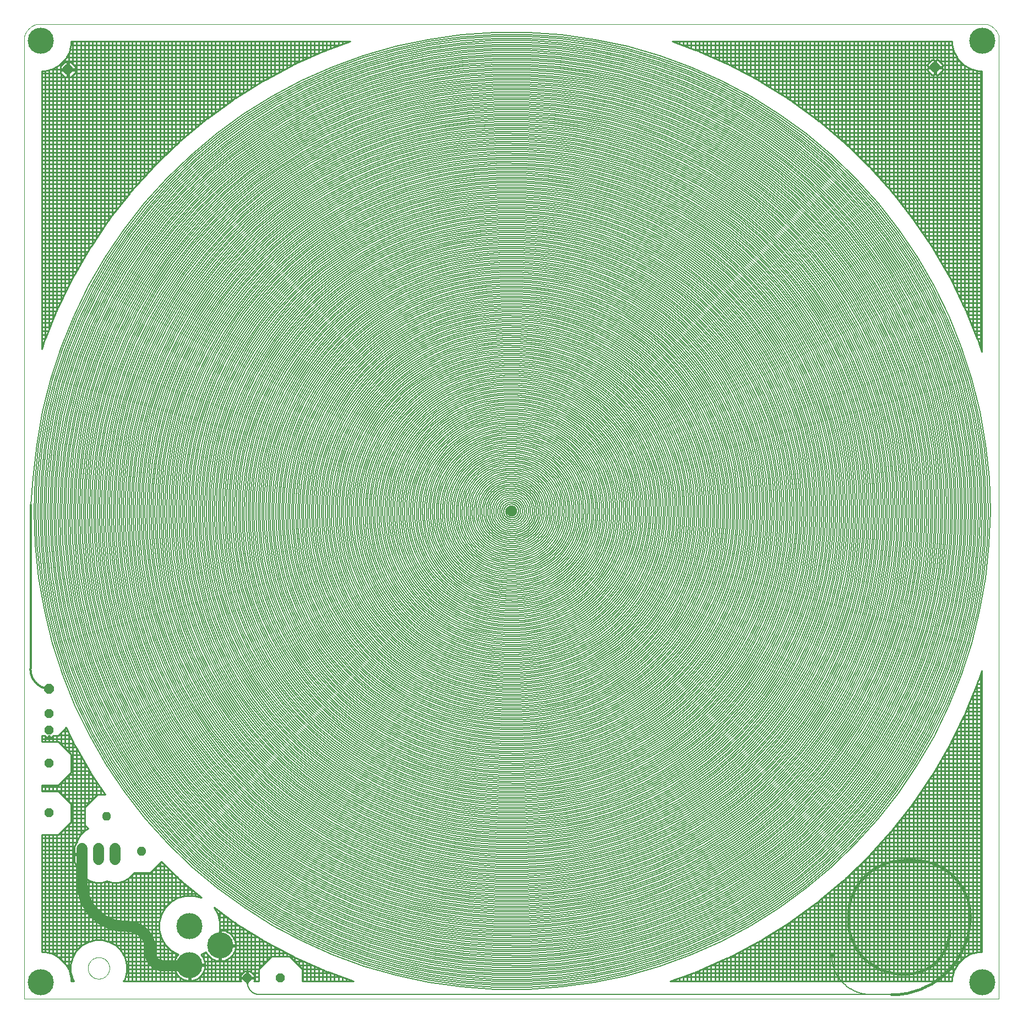
<source format=gtl>
G75*
%MOIN*%
%OFA0B0*%
%FSLAX25Y25*%
%IPPOS*%
%LPD*%
%AMOC8*
5,1,8,0,0,1.08239X$1,22.5*
%
%ADD10C,0.00000*%
%ADD11OC8,0.05200*%
%ADD12C,0.06600*%
%ADD13OC8,0.06000*%
%ADD14C,0.15811*%
%ADD15C,0.15800*%
%ADD16C,0.01040*%
%ADD17C,0.00600*%
%ADD18C,0.01200*%
%ADD19C,0.01000*%
%ADD20C,0.01600*%
%ADD21C,0.00800*%
%ADD22R,0.02381X0.02381*%
D10*
X0042595Y0015000D02*
X0042595Y0597500D01*
X0050095Y0605000D02*
X0625095Y0605000D01*
X0632595Y0597500D02*
X0632595Y0015000D01*
X0042595Y0015000D01*
X0081095Y0033500D02*
X0081097Y0033661D01*
X0081103Y0033821D01*
X0081113Y0033982D01*
X0081127Y0034142D01*
X0081145Y0034302D01*
X0081166Y0034461D01*
X0081192Y0034620D01*
X0081222Y0034778D01*
X0081255Y0034935D01*
X0081293Y0035092D01*
X0081334Y0035247D01*
X0081379Y0035401D01*
X0081428Y0035554D01*
X0081481Y0035706D01*
X0081537Y0035857D01*
X0081598Y0036006D01*
X0081661Y0036154D01*
X0081729Y0036300D01*
X0081800Y0036444D01*
X0081874Y0036586D01*
X0081952Y0036727D01*
X0082034Y0036865D01*
X0082119Y0037002D01*
X0082207Y0037136D01*
X0082299Y0037268D01*
X0082394Y0037398D01*
X0082492Y0037526D01*
X0082593Y0037651D01*
X0082697Y0037773D01*
X0082804Y0037893D01*
X0082914Y0038010D01*
X0083027Y0038125D01*
X0083143Y0038236D01*
X0083262Y0038345D01*
X0083383Y0038450D01*
X0083507Y0038553D01*
X0083633Y0038653D01*
X0083761Y0038749D01*
X0083892Y0038842D01*
X0084026Y0038932D01*
X0084161Y0039019D01*
X0084299Y0039102D01*
X0084438Y0039182D01*
X0084580Y0039258D01*
X0084723Y0039331D01*
X0084868Y0039400D01*
X0085015Y0039466D01*
X0085163Y0039528D01*
X0085313Y0039586D01*
X0085464Y0039641D01*
X0085617Y0039692D01*
X0085771Y0039739D01*
X0085926Y0039782D01*
X0086082Y0039821D01*
X0086238Y0039857D01*
X0086396Y0039888D01*
X0086554Y0039916D01*
X0086713Y0039940D01*
X0086873Y0039960D01*
X0087033Y0039976D01*
X0087193Y0039988D01*
X0087354Y0039996D01*
X0087515Y0040000D01*
X0087675Y0040000D01*
X0087836Y0039996D01*
X0087997Y0039988D01*
X0088157Y0039976D01*
X0088317Y0039960D01*
X0088477Y0039940D01*
X0088636Y0039916D01*
X0088794Y0039888D01*
X0088952Y0039857D01*
X0089108Y0039821D01*
X0089264Y0039782D01*
X0089419Y0039739D01*
X0089573Y0039692D01*
X0089726Y0039641D01*
X0089877Y0039586D01*
X0090027Y0039528D01*
X0090175Y0039466D01*
X0090322Y0039400D01*
X0090467Y0039331D01*
X0090610Y0039258D01*
X0090752Y0039182D01*
X0090891Y0039102D01*
X0091029Y0039019D01*
X0091164Y0038932D01*
X0091298Y0038842D01*
X0091429Y0038749D01*
X0091557Y0038653D01*
X0091683Y0038553D01*
X0091807Y0038450D01*
X0091928Y0038345D01*
X0092047Y0038236D01*
X0092163Y0038125D01*
X0092276Y0038010D01*
X0092386Y0037893D01*
X0092493Y0037773D01*
X0092597Y0037651D01*
X0092698Y0037526D01*
X0092796Y0037398D01*
X0092891Y0037268D01*
X0092983Y0037136D01*
X0093071Y0037002D01*
X0093156Y0036865D01*
X0093238Y0036727D01*
X0093316Y0036586D01*
X0093390Y0036444D01*
X0093461Y0036300D01*
X0093529Y0036154D01*
X0093592Y0036006D01*
X0093653Y0035857D01*
X0093709Y0035706D01*
X0093762Y0035554D01*
X0093811Y0035401D01*
X0093856Y0035247D01*
X0093897Y0035092D01*
X0093935Y0034935D01*
X0093968Y0034778D01*
X0093998Y0034620D01*
X0094024Y0034461D01*
X0094045Y0034302D01*
X0094063Y0034142D01*
X0094077Y0033982D01*
X0094087Y0033821D01*
X0094093Y0033661D01*
X0094095Y0033500D01*
X0094093Y0033339D01*
X0094087Y0033179D01*
X0094077Y0033018D01*
X0094063Y0032858D01*
X0094045Y0032698D01*
X0094024Y0032539D01*
X0093998Y0032380D01*
X0093968Y0032222D01*
X0093935Y0032065D01*
X0093897Y0031908D01*
X0093856Y0031753D01*
X0093811Y0031599D01*
X0093762Y0031446D01*
X0093709Y0031294D01*
X0093653Y0031143D01*
X0093592Y0030994D01*
X0093529Y0030846D01*
X0093461Y0030700D01*
X0093390Y0030556D01*
X0093316Y0030414D01*
X0093238Y0030273D01*
X0093156Y0030135D01*
X0093071Y0029998D01*
X0092983Y0029864D01*
X0092891Y0029732D01*
X0092796Y0029602D01*
X0092698Y0029474D01*
X0092597Y0029349D01*
X0092493Y0029227D01*
X0092386Y0029107D01*
X0092276Y0028990D01*
X0092163Y0028875D01*
X0092047Y0028764D01*
X0091928Y0028655D01*
X0091807Y0028550D01*
X0091683Y0028447D01*
X0091557Y0028347D01*
X0091429Y0028251D01*
X0091298Y0028158D01*
X0091164Y0028068D01*
X0091029Y0027981D01*
X0090891Y0027898D01*
X0090752Y0027818D01*
X0090610Y0027742D01*
X0090467Y0027669D01*
X0090322Y0027600D01*
X0090175Y0027534D01*
X0090027Y0027472D01*
X0089877Y0027414D01*
X0089726Y0027359D01*
X0089573Y0027308D01*
X0089419Y0027261D01*
X0089264Y0027218D01*
X0089108Y0027179D01*
X0088952Y0027143D01*
X0088794Y0027112D01*
X0088636Y0027084D01*
X0088477Y0027060D01*
X0088317Y0027040D01*
X0088157Y0027024D01*
X0087997Y0027012D01*
X0087836Y0027004D01*
X0087675Y0027000D01*
X0087515Y0027000D01*
X0087354Y0027004D01*
X0087193Y0027012D01*
X0087033Y0027024D01*
X0086873Y0027040D01*
X0086713Y0027060D01*
X0086554Y0027084D01*
X0086396Y0027112D01*
X0086238Y0027143D01*
X0086082Y0027179D01*
X0085926Y0027218D01*
X0085771Y0027261D01*
X0085617Y0027308D01*
X0085464Y0027359D01*
X0085313Y0027414D01*
X0085163Y0027472D01*
X0085015Y0027534D01*
X0084868Y0027600D01*
X0084723Y0027669D01*
X0084580Y0027742D01*
X0084438Y0027818D01*
X0084299Y0027898D01*
X0084161Y0027981D01*
X0084026Y0028068D01*
X0083892Y0028158D01*
X0083761Y0028251D01*
X0083633Y0028347D01*
X0083507Y0028447D01*
X0083383Y0028550D01*
X0083262Y0028655D01*
X0083143Y0028764D01*
X0083027Y0028875D01*
X0082914Y0028990D01*
X0082804Y0029107D01*
X0082697Y0029227D01*
X0082593Y0029349D01*
X0082492Y0029474D01*
X0082394Y0029602D01*
X0082299Y0029732D01*
X0082207Y0029864D01*
X0082119Y0029998D01*
X0082034Y0030135D01*
X0081952Y0030273D01*
X0081874Y0030414D01*
X0081800Y0030556D01*
X0081729Y0030700D01*
X0081661Y0030846D01*
X0081598Y0030994D01*
X0081537Y0031143D01*
X0081481Y0031294D01*
X0081428Y0031446D01*
X0081379Y0031599D01*
X0081334Y0031753D01*
X0081293Y0031908D01*
X0081255Y0032065D01*
X0081222Y0032222D01*
X0081192Y0032380D01*
X0081166Y0032539D01*
X0081145Y0032698D01*
X0081127Y0032858D01*
X0081113Y0033018D01*
X0081103Y0033179D01*
X0081097Y0033339D01*
X0081095Y0033500D01*
X0042596Y0597500D02*
X0042667Y0597749D01*
X0042743Y0597995D01*
X0042826Y0598239D01*
X0042915Y0598482D01*
X0043009Y0598722D01*
X0043110Y0598960D01*
X0043216Y0599195D01*
X0043327Y0599428D01*
X0043445Y0599658D01*
X0043567Y0599885D01*
X0043696Y0600109D01*
X0043829Y0600330D01*
X0043968Y0600547D01*
X0044112Y0600761D01*
X0044261Y0600972D01*
X0044415Y0601179D01*
X0044575Y0601382D01*
X0044739Y0601581D01*
X0044908Y0601777D01*
X0045081Y0601968D01*
X0045259Y0602154D01*
X0045442Y0602337D01*
X0045628Y0602515D01*
X0045819Y0602688D01*
X0046015Y0602857D01*
X0046214Y0603021D01*
X0046417Y0603181D01*
X0046624Y0603335D01*
X0046835Y0603484D01*
X0047049Y0603628D01*
X0047266Y0603767D01*
X0047487Y0603900D01*
X0047711Y0604029D01*
X0047938Y0604151D01*
X0048168Y0604269D01*
X0048401Y0604380D01*
X0048636Y0604486D01*
X0048874Y0604587D01*
X0049114Y0604681D01*
X0049357Y0604770D01*
X0049601Y0604853D01*
X0049847Y0604929D01*
X0050096Y0605000D01*
X0625095Y0605000D02*
X0625344Y0604929D01*
X0625590Y0604853D01*
X0625834Y0604770D01*
X0626077Y0604681D01*
X0626317Y0604587D01*
X0626555Y0604486D01*
X0626790Y0604380D01*
X0627023Y0604269D01*
X0627253Y0604151D01*
X0627480Y0604029D01*
X0627704Y0603900D01*
X0627925Y0603767D01*
X0628142Y0603628D01*
X0628356Y0603484D01*
X0628567Y0603335D01*
X0628774Y0603181D01*
X0628977Y0603021D01*
X0629176Y0602857D01*
X0629372Y0602688D01*
X0629563Y0602515D01*
X0629749Y0602337D01*
X0629932Y0602154D01*
X0630110Y0601968D01*
X0630283Y0601777D01*
X0630452Y0601581D01*
X0630616Y0601382D01*
X0630776Y0601179D01*
X0630930Y0600972D01*
X0631079Y0600761D01*
X0631223Y0600547D01*
X0631362Y0600330D01*
X0631495Y0600109D01*
X0631624Y0599885D01*
X0631746Y0599658D01*
X0631864Y0599428D01*
X0631975Y0599195D01*
X0632081Y0598960D01*
X0632182Y0598722D01*
X0632276Y0598482D01*
X0632365Y0598239D01*
X0632448Y0597995D01*
X0632524Y0597749D01*
X0632595Y0597500D01*
D11*
X0197595Y0027500D03*
X0177595Y0027500D03*
X0057595Y0127500D03*
X0057595Y0157500D03*
X0057595Y0177500D03*
X0057595Y0187500D03*
D12*
X0077595Y0105800D02*
X0077595Y0099200D01*
X0077595Y0102500D02*
X0077595Y0085000D01*
X0087595Y0099200D02*
X0087595Y0105800D01*
X0097595Y0105800D02*
X0097595Y0099200D01*
X0077595Y0085000D02*
X0077603Y0084366D01*
X0077626Y0083732D01*
X0077664Y0083099D01*
X0077718Y0082467D01*
X0077786Y0081836D01*
X0077870Y0081207D01*
X0077970Y0080581D01*
X0078084Y0079957D01*
X0078213Y0079336D01*
X0078358Y0078718D01*
X0078517Y0078104D01*
X0078691Y0077494D01*
X0078880Y0076888D01*
X0079083Y0076287D01*
X0079301Y0075692D01*
X0079533Y0075101D01*
X0079779Y0074517D01*
X0080040Y0073938D01*
X0080314Y0073366D01*
X0080602Y0072801D01*
X0080903Y0072243D01*
X0081218Y0071692D01*
X0081546Y0071149D01*
X0081888Y0070615D01*
X0082242Y0070088D01*
X0082608Y0069571D01*
X0082987Y0069062D01*
X0083379Y0068563D01*
X0083782Y0068073D01*
X0084197Y0067593D01*
X0084623Y0067123D01*
X0085061Y0066664D01*
X0085509Y0066216D01*
X0085968Y0065778D01*
X0086438Y0065352D01*
X0086918Y0064937D01*
X0087408Y0064534D01*
X0087907Y0064142D01*
X0088416Y0063763D01*
X0088933Y0063397D01*
X0089460Y0063043D01*
X0089994Y0062701D01*
X0090537Y0062373D01*
X0091088Y0062058D01*
X0091646Y0061757D01*
X0092211Y0061469D01*
X0092783Y0061195D01*
X0093362Y0060934D01*
X0093946Y0060688D01*
X0094537Y0060456D01*
X0095132Y0060238D01*
X0095733Y0060035D01*
X0096339Y0059846D01*
X0096949Y0059672D01*
X0097563Y0059513D01*
X0098181Y0059368D01*
X0098802Y0059239D01*
X0099426Y0059125D01*
X0100052Y0059025D01*
X0100681Y0058941D01*
X0101312Y0058873D01*
X0101944Y0058819D01*
X0102577Y0058781D01*
X0103211Y0058758D01*
X0103845Y0058750D01*
X0105095Y0058750D01*
X0105427Y0058746D01*
X0105759Y0058734D01*
X0106091Y0058714D01*
X0106422Y0058686D01*
X0106752Y0058650D01*
X0107082Y0058606D01*
X0107410Y0058554D01*
X0107737Y0058494D01*
X0108062Y0058426D01*
X0108386Y0058350D01*
X0108707Y0058267D01*
X0109027Y0058176D01*
X0109344Y0058077D01*
X0109659Y0057971D01*
X0109971Y0057856D01*
X0110280Y0057735D01*
X0110586Y0057606D01*
X0110889Y0057470D01*
X0111189Y0057326D01*
X0111485Y0057175D01*
X0111777Y0057017D01*
X0112066Y0056852D01*
X0112350Y0056680D01*
X0112630Y0056501D01*
X0112906Y0056316D01*
X0113177Y0056124D01*
X0113443Y0055925D01*
X0113705Y0055721D01*
X0113962Y0055509D01*
X0114213Y0055292D01*
X0114459Y0055069D01*
X0114700Y0054839D01*
X0114934Y0054605D01*
X0115164Y0054364D01*
X0115387Y0054118D01*
X0115604Y0053867D01*
X0115816Y0053610D01*
X0116020Y0053348D01*
X0116219Y0053082D01*
X0116411Y0052811D01*
X0116596Y0052535D01*
X0116775Y0052255D01*
X0116947Y0051971D01*
X0117112Y0051682D01*
X0117270Y0051390D01*
X0117421Y0051094D01*
X0117565Y0050794D01*
X0117701Y0050491D01*
X0117830Y0050185D01*
X0117951Y0049876D01*
X0118066Y0049564D01*
X0118172Y0049249D01*
X0118271Y0048932D01*
X0118362Y0048612D01*
X0118445Y0048291D01*
X0118521Y0047967D01*
X0118589Y0047642D01*
X0118649Y0047315D01*
X0118701Y0046987D01*
X0118745Y0046657D01*
X0118781Y0046327D01*
X0118809Y0045996D01*
X0118829Y0045664D01*
X0118841Y0045332D01*
X0118845Y0045000D01*
X0118845Y0042500D01*
X0118847Y0042319D01*
X0118854Y0042138D01*
X0118865Y0041957D01*
X0118880Y0041776D01*
X0118900Y0041596D01*
X0118924Y0041416D01*
X0118952Y0041237D01*
X0118985Y0041059D01*
X0119022Y0040882D01*
X0119063Y0040705D01*
X0119108Y0040530D01*
X0119158Y0040355D01*
X0119212Y0040182D01*
X0119270Y0040011D01*
X0119332Y0039840D01*
X0119399Y0039672D01*
X0119469Y0039505D01*
X0119543Y0039339D01*
X0119622Y0039176D01*
X0119704Y0039015D01*
X0119790Y0038855D01*
X0119880Y0038698D01*
X0119974Y0038543D01*
X0120071Y0038390D01*
X0120173Y0038240D01*
X0120277Y0038092D01*
X0120386Y0037946D01*
X0120497Y0037804D01*
X0120613Y0037664D01*
X0120731Y0037527D01*
X0120853Y0037392D01*
X0120978Y0037261D01*
X0121106Y0037133D01*
X0121237Y0037008D01*
X0121372Y0036886D01*
X0121509Y0036768D01*
X0121649Y0036652D01*
X0121791Y0036541D01*
X0121937Y0036432D01*
X0122085Y0036328D01*
X0122235Y0036226D01*
X0122388Y0036129D01*
X0122543Y0036035D01*
X0122700Y0035945D01*
X0122860Y0035859D01*
X0123021Y0035777D01*
X0123184Y0035698D01*
X0123350Y0035624D01*
X0123517Y0035554D01*
X0123685Y0035487D01*
X0123856Y0035425D01*
X0124027Y0035367D01*
X0124200Y0035313D01*
X0124375Y0035263D01*
X0124550Y0035218D01*
X0124727Y0035177D01*
X0124904Y0035140D01*
X0125082Y0035107D01*
X0125261Y0035079D01*
X0125441Y0035055D01*
X0125621Y0035035D01*
X0125802Y0035020D01*
X0125983Y0035009D01*
X0126164Y0035002D01*
X0126345Y0035000D01*
X0142280Y0035000D01*
X0142313Y0035002D01*
X0142345Y0035007D01*
X0142377Y0035015D01*
X0142408Y0035027D01*
X0142438Y0035042D01*
X0142465Y0035060D01*
X0142491Y0035081D01*
X0142514Y0035104D01*
X0142535Y0035130D01*
X0142553Y0035158D01*
X0142568Y0035187D01*
X0142580Y0035218D01*
X0142588Y0035250D01*
X0142593Y0035282D01*
X0142595Y0035315D01*
D13*
X0057595Y0202500D03*
X0337595Y0310000D03*
X0593845Y0578750D03*
X0068845Y0577500D03*
D14*
X0052595Y0595000D03*
X0052595Y0025000D03*
X0622595Y0025000D03*
X0622595Y0595000D03*
D15*
X0142595Y0058937D03*
X0161099Y0047126D03*
X0142595Y0035315D03*
D16*
X0113038Y0105952D02*
X0112518Y0106472D01*
X0114240Y0106472D01*
X0115458Y0105254D01*
X0115458Y0103532D01*
X0114240Y0102314D01*
X0112518Y0102314D01*
X0111300Y0103532D01*
X0111300Y0105254D01*
X0112518Y0106472D01*
X0112841Y0105692D01*
X0113917Y0105692D01*
X0114678Y0104931D01*
X0114678Y0103855D01*
X0113917Y0103094D01*
X0112841Y0103094D01*
X0112080Y0103855D01*
X0112080Y0104931D01*
X0112841Y0105692D01*
X0113164Y0104912D01*
X0113594Y0104912D01*
X0113898Y0104608D01*
X0113898Y0104178D01*
X0113594Y0103874D01*
X0113164Y0103874D01*
X0112860Y0104178D01*
X0112860Y0104608D01*
X0113164Y0104912D01*
X0091825Y0127166D02*
X0091305Y0127686D01*
X0093027Y0127686D01*
X0094245Y0126468D01*
X0094245Y0124746D01*
X0093027Y0123528D01*
X0091305Y0123528D01*
X0090087Y0124746D01*
X0090087Y0126468D01*
X0091305Y0127686D01*
X0091628Y0126906D01*
X0092704Y0126906D01*
X0093465Y0126145D01*
X0093465Y0125069D01*
X0092704Y0124308D01*
X0091628Y0124308D01*
X0090867Y0125069D01*
X0090867Y0126145D01*
X0091628Y0126906D01*
X0091951Y0126126D01*
X0092381Y0126126D01*
X0092685Y0125822D01*
X0092685Y0125392D01*
X0092381Y0125088D01*
X0091951Y0125088D01*
X0091647Y0125392D01*
X0091647Y0125822D01*
X0091951Y0126126D01*
D17*
X0103546Y0139953D02*
X0115968Y0124032D01*
X0129470Y0109016D01*
X0143988Y0094978D01*
X0159451Y0081985D01*
X0175783Y0070103D01*
X0192905Y0059389D01*
X0210733Y0049894D01*
X0229181Y0041666D01*
X0248159Y0034744D01*
X0267575Y0029163D01*
X0287333Y0024950D01*
X0307338Y0022124D01*
X0327493Y0020702D01*
X0347698Y0020689D01*
X0367856Y0022085D01*
X0387869Y0024884D01*
X0407638Y0029072D01*
X0427068Y0034630D01*
X0446064Y0041530D01*
X0464533Y0049738D01*
X0482386Y0059215D01*
X0499534Y0069915D01*
X0515896Y0081786D01*
X0531390Y0094770D01*
X0545941Y0108803D01*
X0559478Y0123818D01*
X0571936Y0139741D01*
X0583253Y0156496D01*
X0593374Y0174000D01*
X0602250Y0192168D01*
X0609838Y0210912D01*
X0616099Y0230140D01*
X0621005Y0249759D01*
X0624530Y0269674D01*
X0626657Y0289787D01*
X0627376Y0310000D01*
X0626684Y0330215D01*
X0624583Y0350333D01*
X0621083Y0370257D01*
X0616202Y0389889D01*
X0609963Y0409134D01*
X0602396Y0427897D01*
X0593539Y0446088D01*
X0583434Y0463617D01*
X0572130Y0480400D01*
X0559683Y0496354D01*
X0546152Y0511401D01*
X0531604Y0525468D01*
X0516109Y0538487D01*
X0499743Y0550394D01*
X0482586Y0561131D01*
X0464720Y0570645D01*
X0446234Y0578891D01*
X0427216Y0585826D01*
X0407761Y0591419D01*
X0387961Y0595641D01*
X0367915Y0598472D01*
X0347719Y0599898D01*
X0327471Y0599911D01*
X0307271Y0598512D01*
X0287217Y0595707D01*
X0267407Y0591510D01*
X0247936Y0585941D01*
X0228901Y0579026D01*
X0210394Y0570801D01*
X0192505Y0561304D01*
X0175320Y0550582D01*
X0158925Y0538687D01*
X0143399Y0525676D01*
X0128818Y0511614D01*
X0115253Y0496568D01*
X0102769Y0480611D01*
X0091429Y0463822D01*
X0081286Y0446282D01*
X0072392Y0428076D01*
X0064789Y0409293D01*
X0058514Y0390025D01*
X0053599Y0370365D01*
X0050066Y0350409D01*
X0047935Y0330255D01*
X0046345Y0313750D01*
X0048414Y0310000D02*
X0049105Y0289827D01*
X0051202Y0269750D01*
X0054694Y0249868D01*
X0059565Y0230276D01*
X0065791Y0211071D01*
X0073342Y0192347D01*
X0082181Y0174194D01*
X0092265Y0156701D01*
X0103546Y0139953D01*
X0104516Y0140658D02*
X0116887Y0124804D01*
X0130333Y0109850D01*
X0144791Y0095869D01*
X0160190Y0082931D01*
X0176454Y0071098D01*
X0193505Y0060428D01*
X0211259Y0050972D01*
X0229631Y0042778D01*
X0248530Y0035885D01*
X0267865Y0030327D01*
X0287542Y0026131D01*
X0307464Y0023318D01*
X0327535Y0021901D01*
X0347656Y0021888D01*
X0367731Y0023278D01*
X0387660Y0026066D01*
X0407348Y0030237D01*
X0426698Y0035771D01*
X0445614Y0042643D01*
X0464007Y0050817D01*
X0481786Y0060255D01*
X0498863Y0070910D01*
X0515157Y0082731D01*
X0530586Y0095661D01*
X0545077Y0109637D01*
X0558559Y0124589D01*
X0570965Y0140447D01*
X0582235Y0157132D01*
X0592315Y0174563D01*
X0601154Y0192656D01*
X0608710Y0211322D01*
X0614946Y0230471D01*
X0619831Y0250009D01*
X0623341Y0269841D01*
X0625460Y0289870D01*
X0626176Y0310000D01*
X0625486Y0330131D01*
X0623394Y0350167D01*
X0619909Y0370008D01*
X0615048Y0389558D01*
X0608835Y0408723D01*
X0601300Y0427409D01*
X0592479Y0445524D01*
X0582416Y0462981D01*
X0571159Y0479694D01*
X0558763Y0495582D01*
X0545288Y0510567D01*
X0530801Y0524576D01*
X0515370Y0537542D01*
X0499072Y0549399D01*
X0481986Y0560092D01*
X0464194Y0569567D01*
X0445785Y0577778D01*
X0426846Y0584685D01*
X0407470Y0590255D01*
X0387753Y0594459D01*
X0367789Y0597279D01*
X0347677Y0598698D01*
X0327513Y0598712D01*
X0307397Y0597319D01*
X0287426Y0594525D01*
X0267697Y0590345D01*
X0248307Y0584799D01*
X0229351Y0577914D01*
X0210920Y0569722D01*
X0193105Y0560265D01*
X0175992Y0549587D01*
X0159664Y0537741D01*
X0144202Y0524785D01*
X0129681Y0510780D01*
X0116172Y0495796D01*
X0103740Y0479906D01*
X0092446Y0463186D01*
X0082346Y0445719D01*
X0073488Y0427588D01*
X0065916Y0408883D01*
X0059668Y0389694D01*
X0054772Y0370116D01*
X0051255Y0350243D01*
X0049132Y0330171D01*
X0048414Y0310000D01*
X0049614Y0310000D02*
X0050302Y0289911D01*
X0052390Y0269917D01*
X0055868Y0250117D01*
X0060719Y0230607D01*
X0066919Y0211482D01*
X0074438Y0192835D01*
X0083240Y0174757D01*
X0093283Y0157337D01*
X0104516Y0140658D01*
X0105487Y0141364D02*
X0117806Y0125575D01*
X0131197Y0110683D01*
X0145594Y0096761D01*
X0160928Y0083877D01*
X0177125Y0072093D01*
X0194105Y0061467D01*
X0211785Y0052051D01*
X0230080Y0043891D01*
X0248901Y0037027D01*
X0268155Y0031492D01*
X0287750Y0027313D01*
X0307589Y0024511D01*
X0327576Y0023100D01*
X0347614Y0023087D01*
X0367605Y0024472D01*
X0387452Y0027248D01*
X0407058Y0031401D01*
X0426327Y0036913D01*
X0445165Y0043755D01*
X0463481Y0051895D01*
X0481186Y0061294D01*
X0498192Y0071905D01*
X0514418Y0083677D01*
X0529784Y0096553D01*
X0544214Y0110470D01*
X0557640Y0125361D01*
X0569994Y0141152D01*
X0581218Y0157768D01*
X0591255Y0175126D01*
X0600058Y0193144D01*
X0607583Y0211733D01*
X0613792Y0230802D01*
X0618657Y0250258D01*
X0622153Y0270008D01*
X0624263Y0289954D01*
X0624976Y0310000D01*
X0624290Y0330048D01*
X0622206Y0350000D01*
X0618735Y0369758D01*
X0613895Y0389228D01*
X0607708Y0408313D01*
X0600204Y0426921D01*
X0591420Y0444961D01*
X0581399Y0462345D01*
X0570188Y0478989D01*
X0557844Y0494811D01*
X0544425Y0509733D01*
X0529998Y0523685D01*
X0514631Y0536596D01*
X0498401Y0548404D01*
X0481386Y0559052D01*
X0463668Y0568488D01*
X0445335Y0576665D01*
X0426475Y0583544D01*
X0407180Y0589091D01*
X0387545Y0593278D01*
X0367664Y0596085D01*
X0347635Y0597499D01*
X0327555Y0597513D01*
X0307522Y0596125D01*
X0287634Y0593343D01*
X0267988Y0589181D01*
X0248678Y0583658D01*
X0229800Y0576801D01*
X0211446Y0568644D01*
X0193705Y0559226D01*
X0176662Y0548593D01*
X0160403Y0536796D01*
X0145005Y0523893D01*
X0130544Y0509946D01*
X0117091Y0495025D01*
X0104710Y0479200D01*
X0093464Y0462550D01*
X0083405Y0445155D01*
X0074585Y0427100D01*
X0067044Y0408472D01*
X0060821Y0389364D01*
X0055946Y0369866D01*
X0052443Y0350076D01*
X0050329Y0330088D01*
X0049614Y0310000D01*
X0050814Y0310000D02*
X0051499Y0289994D01*
X0053579Y0270084D01*
X0057042Y0250367D01*
X0061872Y0230938D01*
X0068046Y0211892D01*
X0075535Y0193323D01*
X0084300Y0175320D01*
X0094301Y0157973D01*
X0105487Y0141364D01*
X0106458Y0142069D02*
X0118725Y0126346D01*
X0132060Y0111517D01*
X0146397Y0097653D01*
X0161667Y0084822D01*
X0177796Y0073088D01*
X0194705Y0062506D01*
X0212311Y0053130D01*
X0230530Y0045004D01*
X0249272Y0038168D01*
X0268446Y0032656D01*
X0287958Y0028495D01*
X0307714Y0025705D01*
X0327618Y0024300D01*
X0347572Y0024286D01*
X0367480Y0025665D01*
X0387244Y0028429D01*
X0406767Y0032565D01*
X0425956Y0038054D01*
X0444716Y0044868D01*
X0462955Y0052974D01*
X0480586Y0062333D01*
X0497521Y0072900D01*
X0513679Y0084623D01*
X0528981Y0097445D01*
X0543351Y0111304D01*
X0556720Y0126132D01*
X0569023Y0141857D01*
X0580200Y0158404D01*
X0590196Y0175690D01*
X0598962Y0193632D01*
X0606455Y0212143D01*
X0612639Y0231133D01*
X0617483Y0250508D01*
X0620965Y0270175D01*
X0623066Y0290038D01*
X0623776Y0310000D01*
X0623092Y0329964D01*
X0621018Y0349832D01*
X0617562Y0369509D01*
X0612741Y0388897D01*
X0606580Y0407902D01*
X0599108Y0426433D01*
X0590360Y0444398D01*
X0580381Y0461709D01*
X0569218Y0478283D01*
X0556925Y0494039D01*
X0543562Y0508900D01*
X0529195Y0522793D01*
X0513892Y0535650D01*
X0497730Y0547409D01*
X0480786Y0558013D01*
X0463142Y0567409D01*
X0444885Y0575553D01*
X0426104Y0582403D01*
X0406890Y0587926D01*
X0387336Y0592096D01*
X0367538Y0594892D01*
X0347593Y0596300D01*
X0327597Y0596313D01*
X0307648Y0594931D01*
X0287842Y0592162D01*
X0268278Y0588017D01*
X0249049Y0582517D01*
X0230250Y0575689D01*
X0211972Y0567565D01*
X0194305Y0558187D01*
X0177334Y0547598D01*
X0161142Y0535850D01*
X0145808Y0523001D01*
X0131408Y0509113D01*
X0118010Y0494254D01*
X0105681Y0478495D01*
X0094481Y0461914D01*
X0084465Y0444592D01*
X0075681Y0426612D01*
X0068172Y0408062D01*
X0061975Y0389033D01*
X0057120Y0369617D01*
X0053631Y0349909D01*
X0051526Y0330004D01*
X0050814Y0310000D01*
X0052014Y0310000D02*
X0052696Y0290078D01*
X0054767Y0270251D01*
X0058216Y0250616D01*
X0063026Y0231269D01*
X0069174Y0212303D01*
X0076631Y0193811D01*
X0085360Y0175884D01*
X0095318Y0158609D01*
X0106458Y0142069D01*
X0107429Y0142774D02*
X0119644Y0127118D01*
X0132923Y0112350D01*
X0147200Y0098545D01*
X0162406Y0085768D01*
X0178467Y0074083D01*
X0195305Y0063546D01*
X0212837Y0054208D01*
X0230979Y0046116D01*
X0249642Y0039309D01*
X0268736Y0033820D01*
X0288166Y0029677D01*
X0307840Y0026898D01*
X0327660Y0025499D01*
X0347531Y0025486D01*
X0367355Y0026859D01*
X0387035Y0029611D01*
X0406477Y0033730D01*
X0425585Y0039195D01*
X0444266Y0045980D01*
X0462429Y0054052D01*
X0479986Y0063372D01*
X0496850Y0073895D01*
X0512940Y0085569D01*
X0528178Y0098337D01*
X0542488Y0112137D01*
X0555801Y0126904D01*
X0568053Y0142563D01*
X0579183Y0159039D01*
X0589136Y0176253D01*
X0597865Y0194120D01*
X0605327Y0212554D01*
X0611485Y0231463D01*
X0616310Y0250757D01*
X0619776Y0270342D01*
X0621869Y0290122D01*
X0622576Y0310000D01*
X0621896Y0329880D01*
X0619829Y0349665D01*
X0616388Y0369259D01*
X0611588Y0388566D01*
X0605453Y0407492D01*
X0598011Y0425945D01*
X0589301Y0443834D01*
X0579363Y0461074D01*
X0568247Y0477578D01*
X0556005Y0493268D01*
X0542699Y0508067D01*
X0528392Y0521901D01*
X0513154Y0534705D01*
X0497059Y0546415D01*
X0480186Y0556974D01*
X0462616Y0566331D01*
X0444436Y0574440D01*
X0425733Y0581261D01*
X0406599Y0586762D01*
X0387128Y0590914D01*
X0367413Y0593698D01*
X0347551Y0595101D01*
X0327639Y0595114D01*
X0307773Y0593738D01*
X0288051Y0590980D01*
X0268568Y0586852D01*
X0249420Y0581376D01*
X0230699Y0574576D01*
X0212498Y0566487D01*
X0194905Y0557147D01*
X0178005Y0546603D01*
X0161881Y0534904D01*
X0146611Y0522109D01*
X0132271Y0508280D01*
X0118929Y0493482D01*
X0106652Y0477790D01*
X0095499Y0461278D01*
X0085524Y0444028D01*
X0076777Y0426124D01*
X0069299Y0407652D01*
X0063128Y0388702D01*
X0058294Y0369367D01*
X0054820Y0349741D01*
X0052723Y0329920D01*
X0052014Y0310000D01*
X0053214Y0310000D02*
X0053894Y0290162D01*
X0055955Y0270418D01*
X0059389Y0250865D01*
X0064179Y0231599D01*
X0070302Y0212713D01*
X0077727Y0194299D01*
X0086419Y0176447D01*
X0096336Y0159244D01*
X0107429Y0142774D01*
X0108400Y0143480D02*
X0120564Y0127889D01*
X0133786Y0113184D01*
X0148003Y0099437D01*
X0163145Y0086714D01*
X0179138Y0075078D01*
X0195905Y0064585D01*
X0213363Y0055287D01*
X0231429Y0047229D01*
X0250013Y0040450D01*
X0269026Y0034985D01*
X0288375Y0030858D01*
X0307965Y0028092D01*
X0327702Y0026698D01*
X0347489Y0026685D01*
X0367229Y0028052D01*
X0386827Y0030793D01*
X0406187Y0034894D01*
X0425214Y0040336D01*
X0443816Y0047093D01*
X0461903Y0055131D01*
X0479386Y0064411D01*
X0496179Y0074889D01*
X0512201Y0086514D01*
X0527375Y0099228D01*
X0541625Y0112971D01*
X0554882Y0127675D01*
X0567082Y0143268D01*
X0578165Y0159676D01*
X0588077Y0176817D01*
X0596769Y0194608D01*
X0604199Y0212964D01*
X0610332Y0231794D01*
X0615136Y0251007D01*
X0618588Y0270509D01*
X0620672Y0290206D01*
X0621376Y0310000D01*
X0620698Y0329796D01*
X0618641Y0349498D01*
X0615214Y0369010D01*
X0610434Y0388235D01*
X0604325Y0407081D01*
X0596915Y0425457D01*
X0588241Y0443271D01*
X0578346Y0460437D01*
X0567276Y0476873D01*
X0555086Y0492497D01*
X0541836Y0507233D01*
X0527589Y0521009D01*
X0512415Y0533759D01*
X0496388Y0545420D01*
X0479586Y0555935D01*
X0462090Y0565252D01*
X0443986Y0573328D01*
X0425362Y0580120D01*
X0406309Y0585597D01*
X0386920Y0589732D01*
X0367288Y0592505D01*
X0347509Y0593902D01*
X0327681Y0593915D01*
X0307899Y0592545D01*
X0288259Y0589798D01*
X0268859Y0585688D01*
X0249791Y0580234D01*
X0231149Y0573463D01*
X0213024Y0565408D01*
X0195505Y0556108D01*
X0178675Y0545608D01*
X0162620Y0533959D01*
X0147414Y0521217D01*
X0133134Y0507446D01*
X0119849Y0492711D01*
X0107623Y0477085D01*
X0096517Y0460643D01*
X0086584Y0443465D01*
X0077873Y0425636D01*
X0070427Y0407241D01*
X0064282Y0388371D01*
X0059468Y0369118D01*
X0056008Y0349574D01*
X0053920Y0329837D01*
X0053214Y0310000D01*
X0054414Y0310000D02*
X0055090Y0290245D01*
X0057144Y0270585D01*
X0060563Y0251115D01*
X0065333Y0231930D01*
X0071429Y0213124D01*
X0078823Y0194787D01*
X0087479Y0177011D01*
X0097353Y0159880D01*
X0108400Y0143480D01*
X0109371Y0144185D02*
X0121483Y0128660D01*
X0134649Y0114018D01*
X0148806Y0100328D01*
X0163883Y0087659D01*
X0179809Y0076072D01*
X0196505Y0065624D01*
X0213889Y0056365D01*
X0231878Y0048341D01*
X0250384Y0041592D01*
X0269316Y0036149D01*
X0288583Y0032040D01*
X0308091Y0029285D01*
X0327744Y0027898D01*
X0347447Y0027884D01*
X0367104Y0029245D01*
X0386618Y0031974D01*
X0405896Y0036059D01*
X0424843Y0041478D01*
X0443367Y0048206D01*
X0461377Y0056209D01*
X0478786Y0065451D01*
X0495508Y0075884D01*
X0511463Y0087459D01*
X0526572Y0100120D01*
X0540761Y0113805D01*
X0553963Y0128446D01*
X0566111Y0143974D01*
X0577147Y0160311D01*
X0587017Y0177380D01*
X0595673Y0195096D01*
X0603072Y0213374D01*
X0609178Y0232125D01*
X0613962Y0251256D01*
X0617400Y0270676D01*
X0619475Y0290289D01*
X0620176Y0310000D01*
X0619501Y0329713D01*
X0617453Y0349331D01*
X0614040Y0368760D01*
X0609281Y0387905D01*
X0603197Y0406671D01*
X0595819Y0424969D01*
X0587182Y0442707D01*
X0577328Y0459802D01*
X0566305Y0476168D01*
X0554167Y0491725D01*
X0540972Y0506399D01*
X0526786Y0520118D01*
X0511676Y0532813D01*
X0495717Y0544425D01*
X0478986Y0554896D01*
X0461564Y0564174D01*
X0443537Y0572215D01*
X0424992Y0578979D01*
X0406019Y0584433D01*
X0386711Y0588551D01*
X0367162Y0591311D01*
X0347467Y0592702D01*
X0327722Y0592715D01*
X0308024Y0591351D01*
X0288468Y0588616D01*
X0269149Y0584524D01*
X0250162Y0579093D01*
X0231599Y0572351D01*
X0213550Y0564330D01*
X0196105Y0555069D01*
X0179347Y0544613D01*
X0163358Y0533013D01*
X0148217Y0520326D01*
X0133997Y0506612D01*
X0120768Y0491940D01*
X0108594Y0476379D01*
X0097535Y0460007D01*
X0087644Y0442902D01*
X0078970Y0425148D01*
X0071555Y0406831D01*
X0065435Y0388041D01*
X0060641Y0368869D01*
X0057196Y0349407D01*
X0055117Y0329753D01*
X0054414Y0310000D01*
X0055614Y0310000D02*
X0056288Y0290329D01*
X0058332Y0270752D01*
X0061737Y0251365D01*
X0066486Y0232261D01*
X0072557Y0213534D01*
X0079920Y0195276D01*
X0088538Y0177574D01*
X0098371Y0160516D01*
X0109371Y0144185D01*
X0110341Y0144891D02*
X0122402Y0129431D01*
X0135512Y0114851D01*
X0149609Y0101220D01*
X0164622Y0088605D01*
X0180480Y0077067D01*
X0197105Y0066663D01*
X0214415Y0057444D01*
X0232328Y0049454D01*
X0250755Y0042733D01*
X0269607Y0037313D01*
X0288792Y0033222D01*
X0308216Y0030479D01*
X0327786Y0029097D01*
X0347405Y0029083D01*
X0366978Y0030439D01*
X0386410Y0033156D01*
X0405606Y0037223D01*
X0424473Y0042619D01*
X0442918Y0049318D01*
X0460851Y0057288D01*
X0478186Y0066490D01*
X0494837Y0076879D01*
X0510724Y0088405D01*
X0525769Y0101012D01*
X0539898Y0114638D01*
X0553044Y0129217D01*
X0565140Y0144679D01*
X0576129Y0160947D01*
X0585957Y0177943D01*
X0594577Y0195585D01*
X0601944Y0213785D01*
X0608025Y0232456D01*
X0612788Y0251506D01*
X0616211Y0270843D01*
X0618277Y0290373D01*
X0618976Y0310000D01*
X0618304Y0329629D01*
X0616264Y0349165D01*
X0612866Y0368511D01*
X0608127Y0387574D01*
X0602070Y0406261D01*
X0594723Y0424481D01*
X0586122Y0442144D01*
X0576310Y0459166D01*
X0565335Y0475462D01*
X0553248Y0490954D01*
X0540109Y0505566D01*
X0525983Y0519226D01*
X0510937Y0531868D01*
X0495046Y0543430D01*
X0478386Y0553856D01*
X0461038Y0563095D01*
X0443087Y0571102D01*
X0424621Y0577837D01*
X0405729Y0583269D01*
X0386503Y0587369D01*
X0367037Y0590118D01*
X0347425Y0591503D01*
X0327764Y0591516D01*
X0308149Y0590158D01*
X0288676Y0587435D01*
X0269439Y0583359D01*
X0250533Y0577952D01*
X0232048Y0571238D01*
X0214076Y0563251D01*
X0196705Y0554030D01*
X0180018Y0543618D01*
X0164097Y0532068D01*
X0149020Y0519434D01*
X0134860Y0505779D01*
X0121687Y0491168D01*
X0109565Y0475674D01*
X0098552Y0459371D01*
X0088703Y0442338D01*
X0080066Y0424659D01*
X0072682Y0406420D01*
X0066589Y0387710D01*
X0061815Y0368619D01*
X0058385Y0349241D01*
X0056314Y0329669D01*
X0055614Y0310000D01*
X0056814Y0310000D02*
X0057485Y0290413D01*
X0059520Y0270919D01*
X0062910Y0251614D01*
X0067640Y0232592D01*
X0073685Y0213944D01*
X0081016Y0195763D01*
X0089598Y0178137D01*
X0099389Y0161152D01*
X0110341Y0144891D01*
X0111312Y0145596D02*
X0123322Y0130203D01*
X0136376Y0115685D01*
X0150412Y0102112D01*
X0165361Y0089550D01*
X0181151Y0078062D01*
X0197705Y0067702D01*
X0214941Y0058522D01*
X0232777Y0050567D01*
X0251126Y0043874D01*
X0269897Y0038478D01*
X0289000Y0034404D01*
X0308342Y0031672D01*
X0327828Y0030296D01*
X0347363Y0030283D01*
X0366853Y0031632D01*
X0386202Y0034338D01*
X0405316Y0038387D01*
X0424102Y0043760D01*
X0442468Y0050431D01*
X0460325Y0058367D01*
X0477586Y0067529D01*
X0494166Y0077874D01*
X0509985Y0089351D01*
X0524966Y0101904D01*
X0539035Y0115472D01*
X0552124Y0129989D01*
X0564169Y0145384D01*
X0575112Y0161583D01*
X0584898Y0178507D01*
X0593480Y0196072D01*
X0600817Y0214195D01*
X0606871Y0232786D01*
X0611614Y0251756D01*
X0615023Y0271010D01*
X0617081Y0290456D01*
X0617776Y0310000D01*
X0617107Y0329545D01*
X0615076Y0348997D01*
X0611693Y0368261D01*
X0606974Y0387243D01*
X0600942Y0405850D01*
X0593626Y0423993D01*
X0585063Y0441581D01*
X0575293Y0458530D01*
X0564364Y0474757D01*
X0552329Y0490183D01*
X0539246Y0504732D01*
X0525180Y0518334D01*
X0510199Y0530922D01*
X0494375Y0542435D01*
X0477786Y0552817D01*
X0460512Y0562017D01*
X0442638Y0569989D01*
X0424250Y0576696D01*
X0405438Y0582104D01*
X0386294Y0586187D01*
X0366911Y0588925D01*
X0347384Y0590304D01*
X0327806Y0590317D01*
X0308275Y0588965D01*
X0288885Y0586253D01*
X0269729Y0582195D01*
X0250903Y0576811D01*
X0232498Y0570126D01*
X0214602Y0562173D01*
X0197305Y0552991D01*
X0180689Y0542623D01*
X0164836Y0531122D01*
X0149823Y0518542D01*
X0135723Y0504945D01*
X0122607Y0490397D01*
X0110536Y0474969D01*
X0099570Y0458735D01*
X0089762Y0441775D01*
X0081162Y0424171D01*
X0073810Y0406010D01*
X0067742Y0387379D01*
X0062989Y0368369D01*
X0059573Y0349074D01*
X0057511Y0329585D01*
X0056814Y0310000D01*
X0058014Y0310000D02*
X0058682Y0290496D01*
X0060709Y0271086D01*
X0064085Y0251863D01*
X0068793Y0232922D01*
X0074812Y0214355D01*
X0082112Y0196252D01*
X0090657Y0178701D01*
X0100407Y0161788D01*
X0111312Y0145596D01*
X0112283Y0146301D02*
X0124241Y0130974D01*
X0137239Y0116519D01*
X0151215Y0103004D01*
X0166100Y0090496D01*
X0181822Y0079057D01*
X0198305Y0068742D01*
X0215467Y0059601D01*
X0233227Y0051680D01*
X0251496Y0045016D01*
X0270187Y0039642D01*
X0289209Y0035585D01*
X0308467Y0032865D01*
X0327870Y0031495D01*
X0347321Y0031482D01*
X0366727Y0032826D01*
X0385994Y0035520D01*
X0405025Y0039552D01*
X0423731Y0044902D01*
X0442018Y0051543D01*
X0459799Y0059445D01*
X0476986Y0068569D01*
X0493495Y0078869D01*
X0509246Y0090296D01*
X0524163Y0102796D01*
X0538172Y0116306D01*
X0551205Y0130760D01*
X0563199Y0146089D01*
X0574094Y0162219D01*
X0583838Y0179070D01*
X0592384Y0196561D01*
X0599689Y0214606D01*
X0605718Y0233117D01*
X0610441Y0252005D01*
X0613835Y0271177D01*
X0615883Y0290540D01*
X0616576Y0310000D01*
X0615910Y0329462D01*
X0613888Y0348830D01*
X0610519Y0368012D01*
X0605820Y0386912D01*
X0599814Y0405440D01*
X0592530Y0423504D01*
X0584003Y0441017D01*
X0574275Y0457894D01*
X0563393Y0474052D01*
X0551409Y0489411D01*
X0538383Y0503898D01*
X0524377Y0517442D01*
X0509460Y0529977D01*
X0493704Y0541441D01*
X0477186Y0551778D01*
X0459986Y0560938D01*
X0442188Y0568877D01*
X0423879Y0575555D01*
X0405148Y0580940D01*
X0386086Y0585006D01*
X0366786Y0587731D01*
X0347342Y0589104D01*
X0327848Y0589118D01*
X0308400Y0587771D01*
X0289093Y0585071D01*
X0270020Y0581031D01*
X0251274Y0575669D01*
X0232947Y0569013D01*
X0215128Y0561094D01*
X0197905Y0551951D01*
X0181360Y0541628D01*
X0165575Y0530176D01*
X0150626Y0517650D01*
X0136587Y0504111D01*
X0123526Y0489626D01*
X0111506Y0474263D01*
X0100587Y0458099D01*
X0090822Y0441211D01*
X0082258Y0423683D01*
X0074938Y0405600D01*
X0068896Y0387048D01*
X0064163Y0368120D01*
X0060761Y0348906D01*
X0058709Y0329502D01*
X0058014Y0310000D01*
X0059214Y0310000D02*
X0059879Y0290580D01*
X0061897Y0271253D01*
X0065258Y0252113D01*
X0069947Y0233253D01*
X0075940Y0214765D01*
X0083208Y0196740D01*
X0091717Y0179264D01*
X0101424Y0162424D01*
X0112283Y0146301D01*
X0113254Y0147007D02*
X0125160Y0131746D01*
X0138102Y0117352D01*
X0152018Y0103895D01*
X0166839Y0091442D01*
X0182493Y0080052D01*
X0198905Y0069781D01*
X0215994Y0060680D01*
X0233676Y0052792D01*
X0251867Y0046157D01*
X0270478Y0040807D01*
X0289417Y0036767D01*
X0308592Y0034059D01*
X0327911Y0032694D01*
X0347279Y0032681D01*
X0366602Y0034019D01*
X0385785Y0036702D01*
X0404735Y0040716D01*
X0423360Y0046043D01*
X0441569Y0052656D01*
X0459273Y0060524D01*
X0476386Y0069608D01*
X0492824Y0079864D01*
X0508508Y0091242D01*
X0523360Y0103687D01*
X0537309Y0117139D01*
X0550286Y0131531D01*
X0562228Y0146795D01*
X0573076Y0162855D01*
X0582779Y0179633D01*
X0591288Y0197049D01*
X0598561Y0215016D01*
X0604564Y0233448D01*
X0609267Y0252254D01*
X0612646Y0271344D01*
X0614686Y0290624D01*
X0615376Y0310000D01*
X0614713Y0329378D01*
X0612699Y0348663D01*
X0609345Y0367762D01*
X0604667Y0386581D01*
X0598686Y0405030D01*
X0591434Y0423016D01*
X0582944Y0440454D01*
X0573257Y0457258D01*
X0562422Y0473346D01*
X0550490Y0488640D01*
X0537520Y0503065D01*
X0523574Y0516550D01*
X0508721Y0529031D01*
X0493033Y0540446D01*
X0476586Y0550739D01*
X0459460Y0559860D01*
X0441739Y0567764D01*
X0423509Y0574414D01*
X0404858Y0579776D01*
X0385878Y0583824D01*
X0366660Y0586538D01*
X0347300Y0587905D01*
X0327890Y0587919D01*
X0308526Y0586578D01*
X0289301Y0583889D01*
X0270310Y0579866D01*
X0251645Y0574528D01*
X0233397Y0567900D01*
X0215655Y0560015D01*
X0198505Y0550912D01*
X0182031Y0540633D01*
X0166313Y0529231D01*
X0151429Y0516759D01*
X0137450Y0503278D01*
X0124445Y0488854D01*
X0112477Y0473558D01*
X0101605Y0457463D01*
X0091882Y0440648D01*
X0083355Y0423195D01*
X0076065Y0405189D01*
X0070049Y0386718D01*
X0065336Y0367870D01*
X0061949Y0348739D01*
X0059905Y0329418D01*
X0059214Y0310000D01*
X0060414Y0310000D02*
X0061076Y0290664D01*
X0063085Y0271420D01*
X0066432Y0252363D01*
X0071100Y0233584D01*
X0077068Y0215176D01*
X0084305Y0197228D01*
X0092776Y0179828D01*
X0102442Y0163060D01*
X0113254Y0147007D01*
X0114225Y0147712D02*
X0126079Y0132517D01*
X0138966Y0118185D01*
X0152821Y0104787D01*
X0167577Y0092387D01*
X0183164Y0081046D01*
X0199505Y0070820D01*
X0216520Y0061758D01*
X0234126Y0053905D01*
X0252238Y0047298D01*
X0270768Y0041971D01*
X0289625Y0037949D01*
X0308718Y0035252D01*
X0327953Y0033894D01*
X0347237Y0033881D01*
X0366477Y0035213D01*
X0385577Y0037883D01*
X0404445Y0041880D01*
X0422989Y0047184D01*
X0441119Y0053769D01*
X0458747Y0061602D01*
X0475786Y0070647D01*
X0492153Y0080859D01*
X0507769Y0092188D01*
X0522557Y0104579D01*
X0536446Y0117972D01*
X0549366Y0132303D01*
X0561257Y0147500D01*
X0572059Y0163491D01*
X0581719Y0180197D01*
X0590192Y0197537D01*
X0597434Y0215426D01*
X0603411Y0233779D01*
X0608093Y0252504D01*
X0611458Y0271511D01*
X0613489Y0290707D01*
X0614176Y0310000D01*
X0613516Y0329294D01*
X0611511Y0348496D01*
X0608172Y0367513D01*
X0603513Y0386251D01*
X0597559Y0404619D01*
X0590338Y0422528D01*
X0581884Y0439891D01*
X0572240Y0456622D01*
X0561451Y0472641D01*
X0549571Y0487869D01*
X0536657Y0502231D01*
X0522771Y0515659D01*
X0507982Y0528085D01*
X0492362Y0539451D01*
X0475986Y0549700D01*
X0458934Y0558781D01*
X0441289Y0566652D01*
X0423138Y0573272D01*
X0404568Y0578611D01*
X0385669Y0582642D01*
X0366535Y0585344D01*
X0347258Y0586706D01*
X0327932Y0586719D01*
X0308651Y0585384D01*
X0289509Y0582707D01*
X0270600Y0578702D01*
X0252016Y0573387D01*
X0233846Y0566788D01*
X0216181Y0558937D01*
X0199105Y0549873D01*
X0182702Y0539639D01*
X0167052Y0528285D01*
X0152232Y0515867D01*
X0138313Y0502444D01*
X0125364Y0488083D01*
X0113448Y0472852D01*
X0102623Y0456827D01*
X0092941Y0440085D01*
X0084451Y0422707D01*
X0077193Y0404779D01*
X0071203Y0386387D01*
X0066510Y0367621D01*
X0063138Y0348572D01*
X0061103Y0329334D01*
X0060414Y0310000D01*
X0061614Y0310000D02*
X0062273Y0290748D01*
X0064273Y0271587D01*
X0067606Y0252612D01*
X0072254Y0233915D01*
X0078195Y0215586D01*
X0085401Y0197716D01*
X0093836Y0180391D01*
X0103459Y0163696D01*
X0114225Y0147712D01*
X0115196Y0148417D02*
X0126998Y0133289D01*
X0139829Y0119019D01*
X0153623Y0105679D01*
X0168316Y0093333D01*
X0183835Y0082041D01*
X0200105Y0071859D01*
X0217046Y0062837D01*
X0234575Y0055017D01*
X0252609Y0048439D01*
X0271058Y0043135D01*
X0289834Y0039131D01*
X0308844Y0036446D01*
X0327995Y0035093D01*
X0347196Y0035080D01*
X0366351Y0036406D01*
X0385368Y0039065D01*
X0404155Y0043045D01*
X0422618Y0048325D01*
X0440670Y0054881D01*
X0458221Y0062681D01*
X0475186Y0071686D01*
X0491482Y0081854D01*
X0507030Y0093133D01*
X0521754Y0105471D01*
X0535582Y0118806D01*
X0548447Y0133074D01*
X0560286Y0148206D01*
X0571041Y0164127D01*
X0580660Y0180760D01*
X0589095Y0198025D01*
X0596306Y0215837D01*
X0602257Y0234109D01*
X0606920Y0252754D01*
X0610270Y0271678D01*
X0612292Y0290791D01*
X0612976Y0310000D01*
X0612319Y0329211D01*
X0610323Y0348330D01*
X0606998Y0367263D01*
X0602360Y0385920D01*
X0596431Y0404209D01*
X0589241Y0422040D01*
X0580825Y0439328D01*
X0571222Y0455986D01*
X0560480Y0471935D01*
X0548651Y0487097D01*
X0535793Y0501398D01*
X0521968Y0514767D01*
X0507244Y0527140D01*
X0491691Y0538456D01*
X0475386Y0548660D01*
X0458408Y0557703D01*
X0440840Y0565539D01*
X0422767Y0572131D01*
X0404277Y0577447D01*
X0385461Y0581460D01*
X0366410Y0584151D01*
X0347216Y0585507D01*
X0327974Y0585520D01*
X0308777Y0584191D01*
X0289718Y0581526D01*
X0270890Y0577537D01*
X0252386Y0572245D01*
X0234296Y0565675D01*
X0216707Y0557858D01*
X0199705Y0548833D01*
X0183373Y0538644D01*
X0167791Y0527339D01*
X0153035Y0514975D01*
X0139177Y0501611D01*
X0126283Y0487311D01*
X0114419Y0472147D01*
X0103640Y0456191D01*
X0094001Y0439522D01*
X0085547Y0422219D01*
X0078320Y0404368D01*
X0072356Y0386056D01*
X0067684Y0367371D01*
X0064326Y0348406D01*
X0062299Y0329250D01*
X0061614Y0310000D01*
X0062814Y0310000D02*
X0063470Y0290831D01*
X0065462Y0271754D01*
X0068779Y0252861D01*
X0073407Y0234245D01*
X0079323Y0215996D01*
X0086497Y0198204D01*
X0094896Y0180954D01*
X0104477Y0164331D01*
X0115196Y0148417D01*
X0116166Y0149122D02*
X0127918Y0134060D01*
X0140692Y0119853D01*
X0154427Y0106571D01*
X0169055Y0094279D01*
X0184506Y0083036D01*
X0200705Y0072898D01*
X0217572Y0063915D01*
X0235025Y0056130D01*
X0252980Y0049581D01*
X0271349Y0044300D01*
X0290042Y0040313D01*
X0308969Y0037639D01*
X0328037Y0036293D01*
X0347154Y0036279D01*
X0366225Y0037599D01*
X0385160Y0040247D01*
X0403864Y0044209D01*
X0422248Y0049467D01*
X0440220Y0055994D01*
X0457695Y0063759D01*
X0474586Y0072726D01*
X0490811Y0082848D01*
X0506291Y0094079D01*
X0520951Y0106363D01*
X0534719Y0119640D01*
X0547528Y0133846D01*
X0559315Y0148911D01*
X0570023Y0164763D01*
X0579600Y0181324D01*
X0587999Y0198513D01*
X0595179Y0216247D01*
X0601104Y0234440D01*
X0605746Y0253003D01*
X0609081Y0271845D01*
X0611095Y0290875D01*
X0611776Y0310000D01*
X0611122Y0329127D01*
X0609135Y0348162D01*
X0605824Y0367014D01*
X0601206Y0385589D01*
X0595304Y0403798D01*
X0588145Y0421552D01*
X0579765Y0438764D01*
X0570204Y0455350D01*
X0559509Y0471230D01*
X0547732Y0486326D01*
X0534930Y0500564D01*
X0521165Y0513875D01*
X0506505Y0526194D01*
X0491020Y0537461D01*
X0474786Y0547621D01*
X0457882Y0556624D01*
X0440390Y0564426D01*
X0422396Y0570990D01*
X0403987Y0576283D01*
X0385253Y0580278D01*
X0366284Y0582957D01*
X0347174Y0584307D01*
X0328016Y0584320D01*
X0308902Y0582997D01*
X0289926Y0580344D01*
X0271181Y0576373D01*
X0252757Y0571104D01*
X0234745Y0564563D01*
X0217233Y0556780D01*
X0200305Y0547794D01*
X0184044Y0537649D01*
X0168530Y0526394D01*
X0153838Y0514083D01*
X0140040Y0500777D01*
X0127203Y0486540D01*
X0115390Y0471442D01*
X0104658Y0455555D01*
X0095060Y0438958D01*
X0086643Y0421731D01*
X0079448Y0403958D01*
X0073510Y0385725D01*
X0068858Y0367122D01*
X0065514Y0348239D01*
X0063497Y0329167D01*
X0062814Y0310000D01*
X0064014Y0310000D02*
X0064667Y0290915D01*
X0066650Y0271921D01*
X0069953Y0253111D01*
X0074561Y0234576D01*
X0080450Y0216407D01*
X0087593Y0198692D01*
X0095955Y0181518D01*
X0105495Y0164968D01*
X0116166Y0149122D01*
X0117137Y0149828D02*
X0128837Y0134831D01*
X0141555Y0120686D01*
X0155229Y0107463D01*
X0169794Y0095224D01*
X0185177Y0084031D01*
X0201305Y0073938D01*
X0218098Y0064994D01*
X0235475Y0057243D01*
X0253351Y0050722D01*
X0271639Y0045464D01*
X0290250Y0041494D01*
X0309094Y0038833D01*
X0328079Y0037492D01*
X0347112Y0037478D01*
X0366100Y0038793D01*
X0384951Y0041429D01*
X0403574Y0045373D01*
X0421877Y0050608D01*
X0439771Y0057106D01*
X0457169Y0064838D01*
X0473986Y0073765D01*
X0490140Y0083843D01*
X0505552Y0095024D01*
X0520148Y0107254D01*
X0533856Y0120473D01*
X0546609Y0134617D01*
X0558344Y0149616D01*
X0569006Y0165398D01*
X0578541Y0181887D01*
X0586903Y0199001D01*
X0594051Y0216658D01*
X0599950Y0234771D01*
X0604572Y0253252D01*
X0607893Y0272012D01*
X0609898Y0290959D01*
X0610576Y0310000D01*
X0609925Y0329043D01*
X0607946Y0347995D01*
X0604650Y0366764D01*
X0600053Y0385259D01*
X0594176Y0403388D01*
X0587049Y0421064D01*
X0578705Y0438201D01*
X0569187Y0454715D01*
X0558538Y0470525D01*
X0546813Y0485555D01*
X0534067Y0499730D01*
X0520362Y0512983D01*
X0505766Y0525249D01*
X0490349Y0536467D01*
X0474186Y0546582D01*
X0457356Y0555546D01*
X0439940Y0563314D01*
X0422025Y0569849D01*
X0403697Y0575118D01*
X0385044Y0579096D01*
X0366159Y0581764D01*
X0347132Y0583108D01*
X0328057Y0583121D01*
X0309027Y0581804D01*
X0290135Y0579162D01*
X0271471Y0575209D01*
X0253128Y0569963D01*
X0235195Y0563450D01*
X0217759Y0555701D01*
X0200905Y0546755D01*
X0184715Y0536654D01*
X0169268Y0525448D01*
X0154641Y0513191D01*
X0140903Y0499944D01*
X0128122Y0485769D01*
X0116360Y0470736D01*
X0105676Y0454919D01*
X0096120Y0438395D01*
X0087740Y0421243D01*
X0080575Y0403548D01*
X0074663Y0385394D01*
X0070032Y0366872D01*
X0066703Y0348071D01*
X0064694Y0329083D01*
X0064014Y0310000D01*
X0065214Y0310000D02*
X0065864Y0290999D01*
X0067838Y0272088D01*
X0071127Y0253361D01*
X0075714Y0234907D01*
X0081578Y0216817D01*
X0088690Y0199180D01*
X0097014Y0182081D01*
X0106512Y0165604D01*
X0117137Y0149828D01*
X0118108Y0150533D02*
X0129756Y0135602D01*
X0142418Y0121520D01*
X0156033Y0108354D01*
X0170533Y0096170D01*
X0185848Y0085026D01*
X0201905Y0074977D01*
X0218623Y0066072D01*
X0235924Y0058355D01*
X0253722Y0051863D01*
X0271929Y0046628D01*
X0290459Y0042676D01*
X0309220Y0040026D01*
X0328121Y0038691D01*
X0347070Y0038678D01*
X0365975Y0039986D01*
X0384743Y0042611D01*
X0403284Y0046538D01*
X0421506Y0051749D01*
X0439321Y0058219D01*
X0456643Y0065917D01*
X0473386Y0074804D01*
X0489469Y0084838D01*
X0504814Y0095970D01*
X0519345Y0108146D01*
X0532993Y0121307D01*
X0545689Y0135388D01*
X0557373Y0150322D01*
X0567988Y0166035D01*
X0577481Y0182450D01*
X0585807Y0199489D01*
X0592923Y0217068D01*
X0598797Y0235102D01*
X0603398Y0253502D01*
X0606705Y0272179D01*
X0608701Y0291043D01*
X0609376Y0310000D01*
X0608727Y0328959D01*
X0606758Y0347828D01*
X0603476Y0366515D01*
X0598899Y0384928D01*
X0593048Y0402978D01*
X0585953Y0420576D01*
X0577646Y0437637D01*
X0568169Y0454079D01*
X0557568Y0469819D01*
X0545894Y0484783D01*
X0533204Y0498897D01*
X0519559Y0512092D01*
X0505027Y0524303D01*
X0489677Y0535472D01*
X0473586Y0545543D01*
X0456830Y0554467D01*
X0439491Y0562201D01*
X0421654Y0568707D01*
X0403406Y0573954D01*
X0384836Y0577915D01*
X0366033Y0580571D01*
X0347090Y0581909D01*
X0328099Y0581922D01*
X0309153Y0580611D01*
X0290343Y0577980D01*
X0271761Y0574044D01*
X0253499Y0568822D01*
X0235644Y0562337D01*
X0218285Y0554623D01*
X0201505Y0545716D01*
X0185386Y0535659D01*
X0170007Y0524503D01*
X0155444Y0512300D01*
X0141766Y0499110D01*
X0129041Y0484998D01*
X0117331Y0470031D01*
X0106693Y0454283D01*
X0097179Y0437831D01*
X0088836Y0420755D01*
X0081703Y0403137D01*
X0075817Y0385064D01*
X0071205Y0366623D01*
X0067891Y0347904D01*
X0065891Y0329000D01*
X0065214Y0310000D01*
X0066414Y0310000D02*
X0067061Y0291082D01*
X0069027Y0272255D01*
X0072301Y0253610D01*
X0076868Y0235238D01*
X0082706Y0217228D01*
X0089786Y0199668D01*
X0098074Y0182644D01*
X0107530Y0166239D01*
X0118108Y0150533D01*
X0119079Y0151239D02*
X0130675Y0136374D01*
X0143281Y0122354D01*
X0156835Y0109246D01*
X0171272Y0097115D01*
X0186519Y0086021D01*
X0202505Y0076016D01*
X0219150Y0067151D01*
X0236373Y0059468D01*
X0254092Y0053004D01*
X0272220Y0047793D01*
X0290667Y0043858D01*
X0309345Y0041219D01*
X0328163Y0039890D01*
X0347028Y0039877D01*
X0365849Y0041180D01*
X0384535Y0043792D01*
X0402993Y0047702D01*
X0421135Y0052890D01*
X0438872Y0059332D01*
X0456116Y0066995D01*
X0472786Y0075843D01*
X0488798Y0085833D01*
X0504075Y0096916D01*
X0518542Y0109038D01*
X0532129Y0122141D01*
X0544770Y0136159D01*
X0556403Y0151027D01*
X0566970Y0166670D01*
X0576422Y0183014D01*
X0584710Y0199977D01*
X0591796Y0217479D01*
X0597643Y0235432D01*
X0602224Y0253751D01*
X0605516Y0272346D01*
X0607504Y0291126D01*
X0608176Y0310000D01*
X0607531Y0328876D01*
X0605570Y0347661D01*
X0602303Y0366265D01*
X0597746Y0384597D01*
X0591921Y0402567D01*
X0584857Y0420088D01*
X0576586Y0437074D01*
X0567151Y0453443D01*
X0556597Y0469114D01*
X0544974Y0484012D01*
X0532340Y0498063D01*
X0518756Y0511200D01*
X0504288Y0523357D01*
X0489007Y0534477D01*
X0472986Y0544503D01*
X0456304Y0553389D01*
X0439042Y0561089D01*
X0421283Y0567566D01*
X0403116Y0572789D01*
X0384627Y0576733D01*
X0365908Y0579377D01*
X0347049Y0580709D01*
X0328141Y0580723D01*
X0309278Y0579417D01*
X0290551Y0576799D01*
X0272052Y0572880D01*
X0253870Y0567680D01*
X0236094Y0561224D01*
X0218810Y0553544D01*
X0202105Y0544676D01*
X0186057Y0534665D01*
X0170746Y0523557D01*
X0156247Y0511408D01*
X0142629Y0498276D01*
X0129960Y0484226D01*
X0118302Y0469326D01*
X0107711Y0453648D01*
X0098239Y0437268D01*
X0089932Y0420267D01*
X0082831Y0402727D01*
X0076970Y0384733D01*
X0072379Y0366373D01*
X0069079Y0347737D01*
X0067088Y0328916D01*
X0066414Y0310000D01*
X0067614Y0310000D02*
X0068259Y0291166D01*
X0070215Y0272422D01*
X0073475Y0253859D01*
X0078022Y0235569D01*
X0083833Y0217638D01*
X0090882Y0200156D01*
X0099134Y0183208D01*
X0108548Y0166875D01*
X0119079Y0151239D01*
X0120049Y0151944D02*
X0131595Y0137145D01*
X0144145Y0123187D01*
X0157638Y0110138D01*
X0172010Y0098061D01*
X0187190Y0087016D01*
X0203105Y0077056D01*
X0219676Y0068230D01*
X0236823Y0060580D01*
X0254463Y0054146D01*
X0272510Y0048957D01*
X0290875Y0045040D01*
X0309471Y0042413D01*
X0328205Y0041089D01*
X0346986Y0041076D01*
X0365724Y0042373D01*
X0384326Y0044974D01*
X0402703Y0048867D01*
X0420764Y0054031D01*
X0438422Y0060444D01*
X0455590Y0068074D01*
X0472186Y0076882D01*
X0488127Y0086828D01*
X0503336Y0097861D01*
X0517739Y0109930D01*
X0531266Y0122974D01*
X0543851Y0136931D01*
X0555432Y0151732D01*
X0565953Y0167306D01*
X0575362Y0183577D01*
X0583614Y0200465D01*
X0590668Y0217889D01*
X0596490Y0235763D01*
X0601051Y0254001D01*
X0604328Y0272513D01*
X0606307Y0291210D01*
X0606976Y0310000D01*
X0606333Y0328792D01*
X0604381Y0347494D01*
X0601129Y0366016D01*
X0596592Y0384266D01*
X0590793Y0402157D01*
X0583760Y0419600D01*
X0575527Y0436511D01*
X0566134Y0452807D01*
X0555626Y0468409D01*
X0544055Y0483241D01*
X0531477Y0497230D01*
X0517953Y0510308D01*
X0503549Y0522412D01*
X0488336Y0533482D01*
X0472386Y0543464D01*
X0455777Y0552310D01*
X0438592Y0559976D01*
X0420912Y0566425D01*
X0402825Y0571625D01*
X0384419Y0575551D01*
X0365783Y0578184D01*
X0347007Y0579510D01*
X0328183Y0579524D01*
X0309404Y0578224D01*
X0290760Y0575617D01*
X0272342Y0571716D01*
X0254240Y0566539D01*
X0236543Y0560112D01*
X0219337Y0552466D01*
X0202705Y0543637D01*
X0186728Y0533670D01*
X0171485Y0522611D01*
X0157049Y0510516D01*
X0143492Y0497443D01*
X0130880Y0483455D01*
X0119273Y0468620D01*
X0108729Y0453012D01*
X0099298Y0436705D01*
X0091028Y0419779D01*
X0083959Y0402316D01*
X0078124Y0384402D01*
X0073553Y0366124D01*
X0070268Y0347570D01*
X0068285Y0328832D01*
X0067614Y0310000D01*
X0068814Y0310000D02*
X0069455Y0291250D01*
X0071403Y0272589D01*
X0074648Y0254109D01*
X0079175Y0235899D01*
X0084961Y0218049D01*
X0091978Y0200644D01*
X0100193Y0183771D01*
X0109565Y0167511D01*
X0120049Y0151944D01*
X0121020Y0152649D02*
X0132514Y0137917D01*
X0145008Y0124020D01*
X0158441Y0111030D01*
X0172749Y0099007D01*
X0187861Y0088011D01*
X0203705Y0078095D01*
X0220202Y0069308D01*
X0237273Y0061693D01*
X0254834Y0055287D01*
X0272800Y0050121D01*
X0291084Y0046221D01*
X0309596Y0043606D01*
X0328246Y0042289D01*
X0346944Y0042276D01*
X0365598Y0043567D01*
X0384118Y0046156D01*
X0402413Y0050031D01*
X0420394Y0055173D01*
X0437973Y0061557D01*
X0455064Y0069152D01*
X0471586Y0077922D01*
X0487456Y0087822D01*
X0502597Y0098807D01*
X0516936Y0110822D01*
X0530403Y0123807D01*
X0542932Y0137702D01*
X0554461Y0152438D01*
X0564935Y0167942D01*
X0574303Y0184141D01*
X0582518Y0200954D01*
X0589540Y0218300D01*
X0595336Y0236094D01*
X0599877Y0254250D01*
X0603140Y0272680D01*
X0605110Y0291294D01*
X0605776Y0310000D01*
X0605136Y0328708D01*
X0603193Y0347327D01*
X0599955Y0365766D01*
X0595438Y0383935D01*
X0589666Y0401746D01*
X0582664Y0419112D01*
X0574468Y0435947D01*
X0565116Y0452171D01*
X0554655Y0467704D01*
X0543136Y0482469D01*
X0530614Y0496396D01*
X0517150Y0509416D01*
X0502810Y0521466D01*
X0487664Y0532487D01*
X0471786Y0542425D01*
X0455251Y0551231D01*
X0438142Y0558863D01*
X0420542Y0565283D01*
X0402535Y0570461D01*
X0384210Y0574369D01*
X0365657Y0576991D01*
X0346965Y0578311D01*
X0328225Y0578324D01*
X0309529Y0577030D01*
X0290968Y0574435D01*
X0272633Y0570551D01*
X0254611Y0565398D01*
X0236993Y0558999D01*
X0219863Y0551387D01*
X0203305Y0542598D01*
X0187399Y0532675D01*
X0172224Y0521666D01*
X0157853Y0509624D01*
X0144356Y0496609D01*
X0131799Y0482683D01*
X0120244Y0467915D01*
X0109746Y0452376D01*
X0100358Y0436141D01*
X0092124Y0419291D01*
X0085086Y0401906D01*
X0079277Y0384071D01*
X0074727Y0365874D01*
X0071456Y0347404D01*
X0069482Y0328748D01*
X0068814Y0310000D01*
X0070014Y0310000D02*
X0070653Y0291333D01*
X0072592Y0272756D01*
X0075822Y0254358D01*
X0080329Y0236230D01*
X0086088Y0218459D01*
X0093075Y0201132D01*
X0101253Y0184335D01*
X0110583Y0168147D01*
X0121020Y0152649D01*
X0121991Y0153355D02*
X0133433Y0138688D01*
X0145871Y0124854D01*
X0159244Y0111921D01*
X0173488Y0099952D01*
X0188532Y0089005D01*
X0204305Y0079134D01*
X0220728Y0070387D01*
X0237722Y0062806D01*
X0255205Y0056428D01*
X0273090Y0051286D01*
X0291292Y0047403D01*
X0309722Y0044800D01*
X0328288Y0043488D01*
X0346902Y0043475D01*
X0365473Y0044760D01*
X0383910Y0047337D01*
X0402122Y0051195D01*
X0420023Y0056314D01*
X0437523Y0062670D01*
X0454538Y0070231D01*
X0470986Y0078961D01*
X0486785Y0088817D01*
X0501859Y0099753D01*
X0516133Y0111713D01*
X0529540Y0124641D01*
X0542012Y0138474D01*
X0553490Y0153143D01*
X0563918Y0168578D01*
X0573243Y0184704D01*
X0581422Y0201442D01*
X0588413Y0218710D01*
X0594183Y0236425D01*
X0598703Y0254500D01*
X0601951Y0272847D01*
X0603912Y0291377D01*
X0604576Y0310000D01*
X0603939Y0328624D01*
X0602005Y0347160D01*
X0598781Y0365517D01*
X0594285Y0383605D01*
X0588538Y0401336D01*
X0581568Y0418624D01*
X0573408Y0435384D01*
X0564098Y0451535D01*
X0553685Y0466998D01*
X0542217Y0481698D01*
X0529751Y0495563D01*
X0516348Y0508524D01*
X0502072Y0520520D01*
X0486994Y0531492D01*
X0471186Y0541385D01*
X0454725Y0550153D01*
X0437693Y0557751D01*
X0420171Y0564143D01*
X0402245Y0569296D01*
X0384002Y0573188D01*
X0365531Y0575797D01*
X0346923Y0577112D01*
X0328267Y0577125D01*
X0309655Y0575837D01*
X0291177Y0573253D01*
X0272923Y0569387D01*
X0254982Y0564257D01*
X0237442Y0557887D01*
X0220389Y0550309D01*
X0203905Y0541559D01*
X0188070Y0531680D01*
X0172962Y0520720D01*
X0158655Y0508733D01*
X0145219Y0495776D01*
X0132718Y0481912D01*
X0121214Y0467210D01*
X0110764Y0451740D01*
X0101418Y0435578D01*
X0093221Y0418802D01*
X0086214Y0401495D01*
X0080431Y0383741D01*
X0075900Y0365625D01*
X0072644Y0347236D01*
X0070679Y0328665D01*
X0070014Y0310000D01*
X0071214Y0310000D02*
X0071849Y0291417D01*
X0073780Y0272923D01*
X0076996Y0254608D01*
X0081482Y0236561D01*
X0087216Y0218870D01*
X0094171Y0201620D01*
X0102312Y0184898D01*
X0111601Y0168783D01*
X0121991Y0153355D01*
X0122962Y0154060D02*
X0134353Y0139459D01*
X0146735Y0125688D01*
X0160047Y0112813D01*
X0174227Y0100898D01*
X0189203Y0090000D01*
X0204905Y0080173D01*
X0221254Y0071465D01*
X0238172Y0063918D01*
X0255575Y0057570D01*
X0273381Y0052450D01*
X0291501Y0048585D01*
X0309847Y0045993D01*
X0328330Y0044687D01*
X0346860Y0044674D01*
X0365348Y0045953D01*
X0383701Y0048519D01*
X0401832Y0052359D01*
X0419652Y0057456D01*
X0437073Y0063782D01*
X0454012Y0071309D01*
X0470386Y0080000D01*
X0486114Y0089812D01*
X0501120Y0100698D01*
X0515330Y0112605D01*
X0528677Y0125475D01*
X0541093Y0139245D01*
X0552520Y0153848D01*
X0562900Y0169214D01*
X0572183Y0185267D01*
X0580325Y0201930D01*
X0587285Y0219120D01*
X0593029Y0236756D01*
X0597529Y0254749D01*
X0600763Y0273014D01*
X0602716Y0291461D01*
X0603376Y0310000D01*
X0602742Y0328541D01*
X0600816Y0346993D01*
X0597607Y0365267D01*
X0593132Y0383274D01*
X0587410Y0400925D01*
X0580472Y0418135D01*
X0572348Y0434820D01*
X0563081Y0450899D01*
X0552714Y0466293D01*
X0541298Y0480926D01*
X0528888Y0494729D01*
X0515544Y0507633D01*
X0501333Y0519575D01*
X0486322Y0530497D01*
X0470586Y0540346D01*
X0454199Y0549074D01*
X0437244Y0556638D01*
X0419800Y0563001D01*
X0401955Y0568132D01*
X0383794Y0572006D01*
X0365406Y0574604D01*
X0346881Y0575912D01*
X0328309Y0575926D01*
X0309780Y0574643D01*
X0291385Y0572072D01*
X0273213Y0568222D01*
X0255353Y0563115D01*
X0237892Y0556774D01*
X0220915Y0549230D01*
X0204505Y0540520D01*
X0188741Y0530685D01*
X0173701Y0519774D01*
X0159459Y0507841D01*
X0146082Y0494942D01*
X0133638Y0481141D01*
X0122185Y0466504D01*
X0111782Y0451104D01*
X0102477Y0435015D01*
X0094317Y0418315D01*
X0087342Y0401085D01*
X0081585Y0383410D01*
X0077074Y0365376D01*
X0073833Y0347069D01*
X0071876Y0328581D01*
X0071214Y0310000D01*
X0072414Y0310000D02*
X0073047Y0291501D01*
X0074968Y0273090D01*
X0078170Y0254857D01*
X0082635Y0236891D01*
X0088344Y0219280D01*
X0095267Y0202109D01*
X0103372Y0185461D01*
X0112618Y0169419D01*
X0122962Y0154060D01*
X0123933Y0154765D02*
X0135272Y0140231D01*
X0147598Y0126521D01*
X0160850Y0113705D01*
X0174966Y0101843D01*
X0189874Y0090995D01*
X0205505Y0081213D01*
X0221780Y0072544D01*
X0238621Y0065031D01*
X0255946Y0058711D01*
X0273671Y0053615D01*
X0291709Y0049767D01*
X0309972Y0047187D01*
X0328372Y0045887D01*
X0346819Y0045873D01*
X0365222Y0047147D01*
X0383493Y0049701D01*
X0401542Y0053524D01*
X0419281Y0058597D01*
X0436624Y0064895D01*
X0453486Y0072388D01*
X0469786Y0081039D01*
X0485443Y0090807D01*
X0500381Y0101644D01*
X0514527Y0113497D01*
X0527813Y0126308D01*
X0540174Y0140016D01*
X0551549Y0154554D01*
X0561882Y0169850D01*
X0571124Y0185831D01*
X0579229Y0202418D01*
X0586157Y0219531D01*
X0591875Y0237086D01*
X0596355Y0254999D01*
X0599575Y0273181D01*
X0601518Y0291545D01*
X0602176Y0310000D01*
X0601545Y0328457D01*
X0599628Y0346826D01*
X0596434Y0365018D01*
X0591978Y0382943D01*
X0586283Y0400515D01*
X0579375Y0417647D01*
X0571289Y0434257D01*
X0562063Y0450263D01*
X0551743Y0465587D01*
X0540378Y0480155D01*
X0528024Y0493895D01*
X0514742Y0506741D01*
X0500594Y0518630D01*
X0485651Y0529502D01*
X0469986Y0539307D01*
X0453673Y0547996D01*
X0436794Y0555526D01*
X0419429Y0561860D01*
X0401664Y0566968D01*
X0383585Y0570824D01*
X0365281Y0573410D01*
X0346839Y0574713D01*
X0328351Y0574726D01*
X0309905Y0573450D01*
X0291593Y0570890D01*
X0273503Y0567058D01*
X0255724Y0561974D01*
X0238342Y0555661D01*
X0221441Y0548152D01*
X0205105Y0539480D01*
X0189412Y0529690D01*
X0174440Y0518829D01*
X0160261Y0506949D01*
X0146945Y0494108D01*
X0134557Y0480369D01*
X0123156Y0465799D01*
X0112799Y0450468D01*
X0103536Y0434451D01*
X0095413Y0417826D01*
X0088469Y0400674D01*
X0082738Y0383079D01*
X0078248Y0365126D01*
X0075021Y0346902D01*
X0073073Y0328497D01*
X0072414Y0310000D01*
X0073614Y0310000D02*
X0074244Y0291585D01*
X0076157Y0273257D01*
X0079344Y0255107D01*
X0083789Y0237222D01*
X0089472Y0219690D01*
X0096363Y0202597D01*
X0104431Y0186024D01*
X0113636Y0170055D01*
X0123933Y0154765D01*
X0124904Y0155470D02*
X0136191Y0141002D01*
X0148461Y0127355D01*
X0161653Y0114597D01*
X0175704Y0102789D01*
X0190546Y0091990D01*
X0206105Y0082252D01*
X0222306Y0073622D01*
X0239071Y0066143D01*
X0256317Y0059852D01*
X0273961Y0054779D01*
X0291917Y0050948D01*
X0310098Y0048380D01*
X0328414Y0047086D01*
X0346777Y0047072D01*
X0365097Y0048340D01*
X0383285Y0050883D01*
X0401251Y0054688D01*
X0418910Y0059738D01*
X0436175Y0066007D01*
X0452960Y0073467D01*
X0469186Y0082078D01*
X0484772Y0091802D01*
X0499642Y0102589D01*
X0513724Y0114389D01*
X0526950Y0127142D01*
X0539255Y0140787D01*
X0550578Y0155259D01*
X0560864Y0170486D01*
X0570064Y0186394D01*
X0578133Y0202906D01*
X0585030Y0219941D01*
X0590722Y0237417D01*
X0595182Y0255248D01*
X0598386Y0273348D01*
X0600322Y0291628D01*
X0600976Y0310000D01*
X0600348Y0328374D01*
X0598440Y0346659D01*
X0595260Y0364769D01*
X0590825Y0382612D01*
X0585155Y0400104D01*
X0578279Y0417159D01*
X0570229Y0433694D01*
X0561046Y0449627D01*
X0550772Y0464882D01*
X0539459Y0479384D01*
X0527161Y0493062D01*
X0513938Y0505849D01*
X0499855Y0517684D01*
X0484980Y0528507D01*
X0469386Y0538268D01*
X0453148Y0546917D01*
X0436344Y0554413D01*
X0419059Y0560719D01*
X0401374Y0565804D01*
X0383377Y0569643D01*
X0365155Y0572217D01*
X0346797Y0573514D01*
X0328392Y0573527D01*
X0310031Y0572257D01*
X0291801Y0569708D01*
X0273794Y0565894D01*
X0256095Y0560833D01*
X0238791Y0554549D01*
X0221967Y0547073D01*
X0205705Y0538441D01*
X0190083Y0528696D01*
X0175179Y0517883D01*
X0161064Y0506057D01*
X0147809Y0493275D01*
X0135476Y0479598D01*
X0124127Y0465094D01*
X0113817Y0449832D01*
X0104596Y0433888D01*
X0096509Y0417338D01*
X0089597Y0400264D01*
X0083892Y0382748D01*
X0079422Y0364876D01*
X0076209Y0346735D01*
X0074270Y0328413D01*
X0073614Y0310000D01*
X0074814Y0310000D02*
X0075441Y0291669D01*
X0077345Y0273424D01*
X0080517Y0255356D01*
X0084942Y0237553D01*
X0090599Y0220101D01*
X0097460Y0203085D01*
X0105491Y0186588D01*
X0114654Y0170691D01*
X0124904Y0155470D01*
X0125875Y0156176D02*
X0137110Y0141773D01*
X0149324Y0128189D01*
X0162456Y0115489D01*
X0176443Y0103735D01*
X0191216Y0092985D01*
X0206705Y0083291D01*
X0222832Y0074701D01*
X0239520Y0067256D01*
X0256688Y0060993D01*
X0274252Y0055943D01*
X0292126Y0052130D01*
X0310223Y0049573D01*
X0328456Y0048285D01*
X0346735Y0048272D01*
X0364971Y0049533D01*
X0383076Y0052065D01*
X0400961Y0055853D01*
X0418539Y0060879D01*
X0435725Y0067120D01*
X0452434Y0074545D01*
X0468586Y0083118D01*
X0484101Y0092797D01*
X0498903Y0103535D01*
X0512922Y0115280D01*
X0526087Y0127976D01*
X0538335Y0141559D01*
X0549607Y0155964D01*
X0559847Y0171122D01*
X0569005Y0186957D01*
X0577036Y0203394D01*
X0583902Y0220352D01*
X0589568Y0237748D01*
X0594008Y0255498D01*
X0597198Y0273515D01*
X0599124Y0291712D01*
X0599776Y0310000D01*
X0599151Y0328290D01*
X0597251Y0346492D01*
X0594086Y0364519D01*
X0589671Y0382281D01*
X0584027Y0399694D01*
X0577183Y0416671D01*
X0569170Y0433130D01*
X0560028Y0448991D01*
X0549801Y0464177D01*
X0538540Y0478613D01*
X0526298Y0492228D01*
X0513136Y0504957D01*
X0499117Y0516738D01*
X0484309Y0527513D01*
X0468786Y0537229D01*
X0452621Y0545839D01*
X0435895Y0553300D01*
X0418688Y0559577D01*
X0401084Y0564639D01*
X0383169Y0568461D01*
X0365030Y0571023D01*
X0346755Y0572315D01*
X0328435Y0572328D01*
X0310156Y0571063D01*
X0292010Y0568526D01*
X0274084Y0564730D01*
X0256466Y0559691D01*
X0239240Y0553436D01*
X0222493Y0545994D01*
X0206305Y0537402D01*
X0190754Y0527701D01*
X0175918Y0516938D01*
X0161867Y0505165D01*
X0148672Y0492441D01*
X0136395Y0478827D01*
X0125098Y0464388D01*
X0114835Y0449196D01*
X0105656Y0433324D01*
X0097606Y0416850D01*
X0090724Y0399854D01*
X0085045Y0382418D01*
X0080596Y0364627D01*
X0077398Y0346569D01*
X0075468Y0328330D01*
X0074814Y0310000D01*
X0076014Y0310000D02*
X0076638Y0291752D01*
X0078533Y0273591D01*
X0081691Y0255606D01*
X0086096Y0237884D01*
X0091727Y0220511D01*
X0098556Y0203573D01*
X0106550Y0187151D01*
X0115672Y0171327D01*
X0125875Y0156176D01*
X0126845Y0156881D02*
X0138029Y0142544D01*
X0150187Y0129022D01*
X0163259Y0116380D01*
X0177182Y0104680D01*
X0191888Y0093980D01*
X0207305Y0084330D01*
X0223358Y0075779D01*
X0239970Y0068369D01*
X0257059Y0062135D01*
X0274542Y0057107D01*
X0292334Y0053312D01*
X0310349Y0050767D01*
X0328498Y0049484D01*
X0346693Y0049471D01*
X0364846Y0050727D01*
X0382868Y0053246D01*
X0400671Y0057017D01*
X0418169Y0062020D01*
X0435275Y0068233D01*
X0451908Y0075624D01*
X0467986Y0084157D01*
X0483429Y0093792D01*
X0498164Y0104481D01*
X0512118Y0116172D01*
X0525224Y0128809D01*
X0537416Y0142330D01*
X0548636Y0156670D01*
X0558829Y0171757D01*
X0567946Y0187520D01*
X0575940Y0203882D01*
X0582775Y0220762D01*
X0588415Y0238079D01*
X0592834Y0255747D01*
X0596010Y0273682D01*
X0597927Y0291796D01*
X0598576Y0310000D01*
X0597954Y0328206D01*
X0596063Y0346325D01*
X0592912Y0364269D01*
X0588518Y0381951D01*
X0582900Y0399283D01*
X0576086Y0416183D01*
X0568110Y0432567D01*
X0559010Y0448356D01*
X0548830Y0463471D01*
X0537620Y0477841D01*
X0525435Y0491394D01*
X0512333Y0504066D01*
X0498378Y0515793D01*
X0483638Y0526518D01*
X0468186Y0536189D01*
X0452095Y0544760D01*
X0435445Y0552188D01*
X0418317Y0558436D01*
X0400794Y0563475D01*
X0382960Y0567279D01*
X0364904Y0569830D01*
X0346714Y0571115D01*
X0328476Y0571129D01*
X0310282Y0569870D01*
X0292218Y0567344D01*
X0274374Y0563565D01*
X0256836Y0558550D01*
X0239690Y0552324D01*
X0223019Y0544916D01*
X0206905Y0536363D01*
X0191425Y0526706D01*
X0176657Y0515992D01*
X0162670Y0504274D01*
X0149535Y0491607D01*
X0137314Y0478056D01*
X0126069Y0463683D01*
X0115852Y0448560D01*
X0106715Y0432761D01*
X0098702Y0416362D01*
X0091852Y0399443D01*
X0086199Y0382087D01*
X0081769Y0364378D01*
X0078586Y0346401D01*
X0076664Y0328246D01*
X0076014Y0310000D01*
X0077214Y0310000D02*
X0077835Y0291836D01*
X0079722Y0273758D01*
X0082865Y0255856D01*
X0087249Y0238215D01*
X0092854Y0220922D01*
X0099652Y0204061D01*
X0107610Y0187715D01*
X0116689Y0171963D01*
X0126845Y0156881D01*
X0127816Y0157587D02*
X0138949Y0143316D01*
X0151050Y0129856D01*
X0164062Y0117272D01*
X0177921Y0105626D01*
X0192559Y0094974D01*
X0207905Y0085369D01*
X0223884Y0076858D01*
X0240419Y0069481D01*
X0257430Y0063276D01*
X0274832Y0058272D01*
X0292542Y0054494D01*
X0310474Y0051960D01*
X0328540Y0050683D01*
X0346651Y0050670D01*
X0364720Y0051920D01*
X0382659Y0054428D01*
X0400381Y0058181D01*
X0417798Y0063162D01*
X0434826Y0069345D01*
X0451382Y0076702D01*
X0467386Y0085196D01*
X0482759Y0094787D01*
X0497425Y0105426D01*
X0511316Y0117064D01*
X0524360Y0129643D01*
X0536497Y0143102D01*
X0547665Y0157375D01*
X0557812Y0172394D01*
X0566886Y0188084D01*
X0574844Y0204370D01*
X0581647Y0221172D01*
X0587262Y0238409D01*
X0591660Y0255997D01*
X0594822Y0273849D01*
X0596730Y0291880D01*
X0597376Y0310000D01*
X0596757Y0328122D01*
X0594875Y0346158D01*
X0591738Y0364020D01*
X0587364Y0381620D01*
X0581772Y0398873D01*
X0574990Y0415695D01*
X0567051Y0432004D01*
X0557992Y0447720D01*
X0547860Y0462766D01*
X0536701Y0477070D01*
X0524572Y0490561D01*
X0511530Y0503174D01*
X0497639Y0514847D01*
X0482967Y0525523D01*
X0467586Y0535150D01*
X0451569Y0543681D01*
X0434996Y0551075D01*
X0417946Y0557295D01*
X0400503Y0562310D01*
X0382752Y0566097D01*
X0364779Y0568637D01*
X0346672Y0569916D01*
X0328518Y0569929D01*
X0310407Y0568676D01*
X0292427Y0566163D01*
X0274664Y0562401D01*
X0257207Y0557409D01*
X0240140Y0551211D01*
X0223545Y0543837D01*
X0207505Y0535324D01*
X0192096Y0525711D01*
X0177395Y0515046D01*
X0163473Y0503382D01*
X0150398Y0490774D01*
X0138234Y0477284D01*
X0127040Y0462978D01*
X0116870Y0447924D01*
X0107775Y0432198D01*
X0099798Y0415874D01*
X0092979Y0399033D01*
X0087352Y0381756D01*
X0082943Y0364128D01*
X0079774Y0346234D01*
X0077862Y0328162D01*
X0077214Y0310000D01*
X0078414Y0310000D02*
X0079032Y0291920D01*
X0080910Y0273925D01*
X0084038Y0256105D01*
X0088403Y0238545D01*
X0093982Y0221332D01*
X0100748Y0204549D01*
X0108670Y0188278D01*
X0117707Y0172598D01*
X0127816Y0157587D01*
X0128787Y0158292D02*
X0139868Y0144087D01*
X0151914Y0130689D01*
X0164865Y0118164D01*
X0178659Y0106572D01*
X0193229Y0095969D01*
X0208505Y0086409D01*
X0224410Y0077936D01*
X0240869Y0070594D01*
X0257800Y0064417D01*
X0275123Y0059436D01*
X0292751Y0055676D01*
X0310599Y0053154D01*
X0328581Y0051883D01*
X0346609Y0051870D01*
X0364595Y0053114D01*
X0382451Y0055610D01*
X0400090Y0059346D01*
X0417427Y0064303D01*
X0434376Y0070458D01*
X0450856Y0077781D01*
X0466786Y0086235D01*
X0482088Y0095781D01*
X0496687Y0106372D01*
X0510512Y0117956D01*
X0523498Y0130476D01*
X0535577Y0143873D01*
X0546695Y0158080D01*
X0556794Y0173030D01*
X0565826Y0188647D01*
X0573748Y0204858D01*
X0580519Y0221583D01*
X0586108Y0238740D01*
X0590486Y0256246D01*
X0593633Y0274016D01*
X0595533Y0291963D01*
X0596176Y0310000D01*
X0595560Y0328039D01*
X0593686Y0345991D01*
X0590565Y0363770D01*
X0586210Y0381289D01*
X0580644Y0398463D01*
X0573894Y0415207D01*
X0565991Y0431440D01*
X0556975Y0447083D01*
X0546889Y0462061D01*
X0535782Y0476298D01*
X0523708Y0489728D01*
X0510727Y0502282D01*
X0496900Y0513901D01*
X0482296Y0524528D01*
X0466986Y0534111D01*
X0451043Y0542603D01*
X0434546Y0549962D01*
X0417575Y0556154D01*
X0400213Y0561146D01*
X0382544Y0564915D01*
X0364653Y0567443D01*
X0346630Y0568717D01*
X0328560Y0568730D01*
X0310533Y0567483D01*
X0292635Y0564981D01*
X0274955Y0561237D01*
X0257578Y0556268D01*
X0240589Y0550098D01*
X0224071Y0542759D01*
X0208105Y0534284D01*
X0192767Y0524716D01*
X0178134Y0514101D01*
X0164276Y0502490D01*
X0151261Y0489941D01*
X0139153Y0476513D01*
X0128010Y0462272D01*
X0117888Y0447289D01*
X0108834Y0431634D01*
X0100894Y0415386D01*
X0094107Y0398622D01*
X0088505Y0381425D01*
X0084117Y0363878D01*
X0080963Y0346067D01*
X0079059Y0328079D01*
X0078414Y0310000D01*
X0079614Y0310000D02*
X0080229Y0292003D01*
X0082098Y0274092D01*
X0085212Y0256354D01*
X0089557Y0238876D01*
X0095110Y0221743D01*
X0101845Y0205037D01*
X0109729Y0188841D01*
X0118724Y0173234D01*
X0128787Y0158292D01*
X0129758Y0158997D02*
X0140787Y0144859D01*
X0152777Y0131523D01*
X0165668Y0119056D01*
X0179398Y0107517D01*
X0193901Y0096964D01*
X0209105Y0087448D01*
X0224936Y0079015D01*
X0241318Y0071707D01*
X0258171Y0065558D01*
X0275413Y0060600D01*
X0292959Y0056857D01*
X0310725Y0054347D01*
X0328623Y0053082D01*
X0346567Y0053069D01*
X0364470Y0054307D01*
X0382243Y0056792D01*
X0399800Y0060510D01*
X0417056Y0065444D01*
X0433927Y0071570D01*
X0450330Y0078859D01*
X0466186Y0087275D01*
X0481416Y0096776D01*
X0495948Y0107317D01*
X0509710Y0118848D01*
X0522634Y0131310D01*
X0534659Y0144644D01*
X0545724Y0158786D01*
X0555776Y0173665D01*
X0564767Y0189211D01*
X0572651Y0205346D01*
X0579392Y0221993D01*
X0584955Y0239071D01*
X0589313Y0256496D01*
X0592445Y0274183D01*
X0594336Y0292047D01*
X0594976Y0310000D01*
X0594362Y0327955D01*
X0592498Y0345824D01*
X0589391Y0363521D01*
X0585057Y0380959D01*
X0579517Y0398052D01*
X0572798Y0414719D01*
X0564932Y0430877D01*
X0555957Y0446448D01*
X0545918Y0461356D01*
X0534862Y0475527D01*
X0522845Y0488894D01*
X0509924Y0501390D01*
X0496162Y0512956D01*
X0481625Y0523533D01*
X0466386Y0533072D01*
X0450517Y0541524D01*
X0434097Y0548850D01*
X0417205Y0555012D01*
X0399923Y0559981D01*
X0382335Y0563733D01*
X0364528Y0566250D01*
X0346588Y0567517D01*
X0328602Y0567531D01*
X0310658Y0566289D01*
X0292844Y0563799D01*
X0275245Y0560072D01*
X0257949Y0555126D01*
X0241038Y0548986D01*
X0224597Y0541680D01*
X0208705Y0533245D01*
X0193438Y0523721D01*
X0178873Y0513155D01*
X0165079Y0501598D01*
X0152125Y0489107D01*
X0140072Y0475741D01*
X0128981Y0461567D01*
X0118905Y0446653D01*
X0109894Y0431071D01*
X0101991Y0414898D01*
X0095235Y0398212D01*
X0089659Y0381094D01*
X0085291Y0363629D01*
X0082151Y0345900D01*
X0080256Y0327995D01*
X0079614Y0310000D01*
X0080814Y0310000D02*
X0081426Y0292087D01*
X0083286Y0274259D01*
X0086386Y0256604D01*
X0090710Y0239207D01*
X0096237Y0222153D01*
X0102941Y0205525D01*
X0110788Y0189405D01*
X0119742Y0173870D01*
X0129758Y0158997D01*
X0130729Y0159703D02*
X0141707Y0145630D01*
X0153640Y0132357D01*
X0166471Y0119947D01*
X0180137Y0108463D01*
X0194572Y0097959D01*
X0209705Y0088487D01*
X0225462Y0080093D01*
X0241768Y0072819D01*
X0258542Y0066700D01*
X0275703Y0061765D01*
X0293168Y0058039D01*
X0310850Y0055541D01*
X0328665Y0054281D01*
X0346525Y0054268D01*
X0364344Y0055501D01*
X0382034Y0057974D01*
X0399510Y0061674D01*
X0416685Y0066585D01*
X0433477Y0072683D01*
X0449804Y0079938D01*
X0465586Y0088314D01*
X0480746Y0097771D01*
X0495209Y0108263D01*
X0508907Y0119739D01*
X0521771Y0132144D01*
X0533739Y0145416D01*
X0544753Y0159491D01*
X0554759Y0174301D01*
X0563707Y0189774D01*
X0571555Y0205834D01*
X0578264Y0222404D01*
X0583801Y0239402D01*
X0588139Y0256745D01*
X0591257Y0274350D01*
X0593139Y0292131D01*
X0593776Y0310000D01*
X0593166Y0327871D01*
X0591310Y0345657D01*
X0588217Y0363271D01*
X0583903Y0380628D01*
X0578389Y0397642D01*
X0571701Y0414231D01*
X0563872Y0430313D01*
X0554940Y0445812D01*
X0544947Y0460650D01*
X0533944Y0474756D01*
X0521982Y0488060D01*
X0509121Y0500498D01*
X0495423Y0512010D01*
X0480954Y0522539D01*
X0465786Y0532033D01*
X0449991Y0540446D01*
X0433647Y0547737D01*
X0416834Y0553871D01*
X0399632Y0558817D01*
X0382127Y0562552D01*
X0364403Y0565056D01*
X0346546Y0566318D01*
X0328644Y0566331D01*
X0310783Y0565096D01*
X0293052Y0562617D01*
X0275535Y0558908D01*
X0258320Y0553985D01*
X0241488Y0547873D01*
X0225123Y0540602D01*
X0209305Y0532206D01*
X0194109Y0522726D01*
X0179612Y0512210D01*
X0165882Y0500707D01*
X0152988Y0488273D01*
X0140992Y0474970D01*
X0129952Y0460861D01*
X0119923Y0446017D01*
X0110953Y0430507D01*
X0103087Y0414410D01*
X0096362Y0397802D01*
X0090812Y0380764D01*
X0086464Y0363380D01*
X0083339Y0345733D01*
X0081453Y0327911D01*
X0080814Y0310000D01*
X0082014Y0310000D02*
X0082623Y0292170D01*
X0084475Y0274426D01*
X0087560Y0256854D01*
X0091864Y0239538D01*
X0097365Y0222563D01*
X0104037Y0206013D01*
X0111848Y0189968D01*
X0120760Y0174506D01*
X0130729Y0159703D01*
X0131699Y0160408D02*
X0142626Y0146401D01*
X0154503Y0133190D01*
X0167274Y0120839D01*
X0180876Y0109408D01*
X0195243Y0098954D01*
X0210305Y0089526D01*
X0225988Y0081172D01*
X0242218Y0073932D01*
X0258913Y0067841D01*
X0275994Y0062929D01*
X0293376Y0059221D01*
X0310976Y0056734D01*
X0328707Y0055481D01*
X0346484Y0055467D01*
X0364219Y0056694D01*
X0381826Y0059155D01*
X0399220Y0062839D01*
X0416314Y0067727D01*
X0433028Y0073796D01*
X0449278Y0081016D01*
X0464986Y0089353D01*
X0480074Y0098766D01*
X0494470Y0109209D01*
X0508104Y0120631D01*
X0520908Y0132977D01*
X0532820Y0146187D01*
X0543782Y0160196D01*
X0553741Y0174937D01*
X0562648Y0190337D01*
X0570459Y0206322D01*
X0577136Y0222814D01*
X0582648Y0239732D01*
X0586965Y0256995D01*
X0590068Y0274517D01*
X0591942Y0292214D01*
X0592576Y0310000D01*
X0591968Y0327787D01*
X0590121Y0345490D01*
X0587044Y0363022D01*
X0582750Y0380297D01*
X0577262Y0397231D01*
X0570605Y0413743D01*
X0562812Y0429750D01*
X0553922Y0445176D01*
X0543976Y0459944D01*
X0533024Y0473984D01*
X0521119Y0487227D01*
X0508318Y0499607D01*
X0494684Y0511065D01*
X0480283Y0521544D01*
X0465186Y0530993D01*
X0449465Y0539367D01*
X0433198Y0546624D01*
X0416463Y0552730D01*
X0399342Y0557653D01*
X0381918Y0561370D01*
X0364277Y0563863D01*
X0346504Y0565119D01*
X0328686Y0565132D01*
X0310909Y0563902D01*
X0293260Y0561436D01*
X0275826Y0557743D01*
X0258690Y0552844D01*
X0241938Y0546761D01*
X0225649Y0539523D01*
X0209905Y0531167D01*
X0194781Y0521731D01*
X0180350Y0511264D01*
X0166685Y0499815D01*
X0153851Y0487440D01*
X0141911Y0474199D01*
X0130923Y0460156D01*
X0120940Y0445381D01*
X0112013Y0429944D01*
X0104183Y0413922D01*
X0097490Y0397391D01*
X0091966Y0380433D01*
X0087638Y0363130D01*
X0084528Y0345566D01*
X0082650Y0327828D01*
X0082014Y0310000D01*
X0083214Y0310000D02*
X0083820Y0292254D01*
X0085663Y0274593D01*
X0088734Y0257103D01*
X0093017Y0239869D01*
X0098492Y0222974D01*
X0105133Y0206501D01*
X0112908Y0190531D01*
X0121777Y0175142D01*
X0131699Y0160408D01*
X0132670Y0161113D02*
X0143545Y0147172D01*
X0155366Y0134024D01*
X0168077Y0121731D01*
X0181614Y0110354D01*
X0195914Y0099948D01*
X0210905Y0090565D01*
X0226514Y0082250D01*
X0242667Y0075044D01*
X0259284Y0068982D01*
X0276284Y0064094D01*
X0293585Y0060403D01*
X0311101Y0057928D01*
X0328749Y0056680D01*
X0346442Y0056667D01*
X0364093Y0057888D01*
X0381618Y0060337D01*
X0398929Y0064003D01*
X0415944Y0068868D01*
X0432578Y0074908D01*
X0448752Y0082095D01*
X0464386Y0090393D01*
X0479403Y0099761D01*
X0493732Y0110154D01*
X0507301Y0121523D01*
X0520044Y0133811D01*
X0531901Y0146958D01*
X0542811Y0160902D01*
X0552723Y0175573D01*
X0561588Y0190901D01*
X0569362Y0206811D01*
X0576009Y0223224D01*
X0581494Y0240063D01*
X0585791Y0257244D01*
X0588880Y0274684D01*
X0590745Y0292298D01*
X0591376Y0310000D01*
X0590772Y0327704D01*
X0588933Y0345323D01*
X0585870Y0362772D01*
X0581596Y0379966D01*
X0576134Y0396821D01*
X0569509Y0413255D01*
X0561753Y0429187D01*
X0552904Y0444540D01*
X0543005Y0459239D01*
X0532105Y0473213D01*
X0520255Y0486393D01*
X0507515Y0498715D01*
X0493945Y0510119D01*
X0479612Y0520549D01*
X0464586Y0529954D01*
X0448939Y0538289D01*
X0432748Y0545512D01*
X0416092Y0551589D01*
X0399051Y0556489D01*
X0381710Y0560188D01*
X0364152Y0562669D01*
X0346462Y0563920D01*
X0328727Y0563933D01*
X0311035Y0562709D01*
X0293469Y0560254D01*
X0276116Y0556579D01*
X0259061Y0551702D01*
X0242387Y0545648D01*
X0226175Y0538444D01*
X0210505Y0530127D01*
X0195451Y0520737D01*
X0181089Y0510319D01*
X0167488Y0498923D01*
X0154714Y0486606D01*
X0142830Y0473427D01*
X0131894Y0459451D01*
X0121958Y0444745D01*
X0113072Y0429381D01*
X0105279Y0413433D01*
X0098618Y0396981D01*
X0093120Y0380102D01*
X0088812Y0362880D01*
X0085716Y0345399D01*
X0083847Y0327744D01*
X0083214Y0310000D01*
X0084414Y0310000D02*
X0085018Y0292338D01*
X0086851Y0274760D01*
X0089907Y0257352D01*
X0094171Y0240199D01*
X0099620Y0223384D01*
X0106230Y0206989D01*
X0113967Y0191095D01*
X0122795Y0175778D01*
X0132670Y0161113D01*
X0133641Y0161819D02*
X0144464Y0147944D01*
X0156230Y0134857D01*
X0168880Y0122623D01*
X0182353Y0111300D01*
X0196585Y0100943D01*
X0211505Y0091605D01*
X0227040Y0083329D01*
X0243116Y0076157D01*
X0259655Y0070124D01*
X0276574Y0065258D01*
X0293793Y0061584D01*
X0311227Y0059121D01*
X0328791Y0057879D01*
X0346400Y0057866D01*
X0363968Y0059081D01*
X0381409Y0061519D01*
X0398639Y0065167D01*
X0415573Y0070009D01*
X0432129Y0076021D01*
X0448226Y0083173D01*
X0463786Y0091431D01*
X0478732Y0100756D01*
X0492993Y0111100D01*
X0506498Y0122415D01*
X0519181Y0134644D01*
X0530981Y0147730D01*
X0541840Y0161607D01*
X0551706Y0176209D01*
X0560529Y0191464D01*
X0568266Y0207298D01*
X0574881Y0223635D01*
X0580340Y0240394D01*
X0584618Y0257494D01*
X0587692Y0274851D01*
X0589548Y0292382D01*
X0590176Y0310000D01*
X0589574Y0327620D01*
X0587744Y0345156D01*
X0584696Y0362523D01*
X0580443Y0379635D01*
X0575007Y0396411D01*
X0568412Y0412767D01*
X0560694Y0428624D01*
X0551886Y0443904D01*
X0542035Y0458534D01*
X0531186Y0472442D01*
X0519392Y0485559D01*
X0506712Y0497823D01*
X0493206Y0509173D01*
X0478941Y0519554D01*
X0463986Y0528915D01*
X0448413Y0537210D01*
X0432299Y0544399D01*
X0415721Y0550447D01*
X0398761Y0555324D01*
X0381502Y0559006D01*
X0364026Y0561476D01*
X0346420Y0562720D01*
X0328770Y0562734D01*
X0311160Y0561516D01*
X0293677Y0559072D01*
X0276407Y0555415D01*
X0259432Y0550561D01*
X0242837Y0544535D01*
X0226701Y0537366D01*
X0211105Y0529088D01*
X0196122Y0519742D01*
X0181828Y0509373D01*
X0168291Y0498031D01*
X0155577Y0485772D01*
X0143749Y0472656D01*
X0132864Y0458746D01*
X0122976Y0444109D01*
X0114132Y0428817D01*
X0106376Y0412946D01*
X0099746Y0396570D01*
X0094273Y0379772D01*
X0089986Y0362631D01*
X0086904Y0345232D01*
X0085044Y0327660D01*
X0084414Y0310000D01*
X0085614Y0310000D02*
X0086214Y0292422D01*
X0088040Y0274927D01*
X0091081Y0257602D01*
X0095324Y0240530D01*
X0100748Y0223794D01*
X0107326Y0207478D01*
X0115027Y0191658D01*
X0123812Y0176414D01*
X0133641Y0161819D01*
X0134612Y0162524D02*
X0145384Y0148715D01*
X0157093Y0135691D01*
X0169683Y0123515D01*
X0183092Y0112245D01*
X0197256Y0101938D01*
X0212105Y0092644D01*
X0227566Y0084408D01*
X0243566Y0077270D01*
X0260025Y0071265D01*
X0276864Y0066422D01*
X0294001Y0062766D01*
X0311352Y0060314D01*
X0328833Y0059078D01*
X0346358Y0059065D01*
X0363842Y0060274D01*
X0381201Y0062700D01*
X0398348Y0066332D01*
X0415202Y0071151D01*
X0431679Y0077134D01*
X0447700Y0084252D01*
X0463186Y0092471D01*
X0478061Y0101750D01*
X0492254Y0112046D01*
X0505695Y0123306D01*
X0518318Y0135478D01*
X0530062Y0148501D01*
X0540870Y0162313D01*
X0550688Y0176845D01*
X0559469Y0192028D01*
X0567170Y0207787D01*
X0573753Y0224045D01*
X0579187Y0240725D01*
X0583444Y0257743D01*
X0586503Y0275018D01*
X0588351Y0292465D01*
X0588976Y0310000D01*
X0588377Y0327536D01*
X0586556Y0344989D01*
X0583522Y0362273D01*
X0579290Y0379305D01*
X0573879Y0396000D01*
X0567316Y0412278D01*
X0559634Y0428060D01*
X0550869Y0443268D01*
X0541064Y0457829D01*
X0530266Y0471670D01*
X0518529Y0484726D01*
X0505909Y0496931D01*
X0492468Y0508228D01*
X0478270Y0518559D01*
X0463386Y0527876D01*
X0447887Y0536131D01*
X0431849Y0543287D01*
X0415350Y0549306D01*
X0398471Y0554160D01*
X0381293Y0557825D01*
X0363901Y0560282D01*
X0346379Y0561521D01*
X0328811Y0561534D01*
X0311285Y0560322D01*
X0293885Y0557890D01*
X0276697Y0554250D01*
X0259803Y0549420D01*
X0243286Y0543423D01*
X0227227Y0536287D01*
X0211705Y0528049D01*
X0196794Y0518747D01*
X0182567Y0508427D01*
X0169094Y0497139D01*
X0156440Y0484939D01*
X0144668Y0471885D01*
X0133835Y0458040D01*
X0123994Y0443473D01*
X0115192Y0428254D01*
X0107472Y0412457D01*
X0100873Y0396160D01*
X0095427Y0379441D01*
X0091160Y0362381D01*
X0088093Y0345065D01*
X0086241Y0327576D01*
X0085614Y0310000D01*
X0086814Y0310000D02*
X0087412Y0292506D01*
X0089228Y0275094D01*
X0092255Y0257851D01*
X0096477Y0240861D01*
X0101875Y0224205D01*
X0108422Y0207966D01*
X0116086Y0192222D01*
X0124830Y0177050D01*
X0134612Y0162524D01*
X0135583Y0163230D02*
X0146303Y0149487D01*
X0157956Y0136524D01*
X0170486Y0124406D01*
X0183831Y0113191D01*
X0197927Y0102933D01*
X0212705Y0093683D01*
X0228092Y0085486D01*
X0244016Y0078382D01*
X0260396Y0072406D01*
X0277155Y0067587D01*
X0294210Y0063948D01*
X0311477Y0061507D01*
X0328875Y0060278D01*
X0346316Y0060265D01*
X0363717Y0061468D01*
X0380992Y0063882D01*
X0398058Y0067496D01*
X0414831Y0072292D01*
X0431230Y0078246D01*
X0447174Y0085330D01*
X0462586Y0093510D01*
X0477390Y0102745D01*
X0491515Y0112991D01*
X0504892Y0124198D01*
X0517455Y0136311D01*
X0529143Y0149272D01*
X0539899Y0163018D01*
X0549670Y0177481D01*
X0558410Y0192591D01*
X0566074Y0208275D01*
X0572626Y0224456D01*
X0578033Y0241056D01*
X0582270Y0257993D01*
X0585315Y0275185D01*
X0587153Y0292549D01*
X0587776Y0310000D01*
X0587180Y0327453D01*
X0585368Y0344822D01*
X0582348Y0362024D01*
X0578136Y0378974D01*
X0572751Y0395590D01*
X0566220Y0411791D01*
X0558574Y0427497D01*
X0549851Y0442632D01*
X0540093Y0457123D01*
X0529347Y0470899D01*
X0517666Y0483892D01*
X0505106Y0496040D01*
X0491729Y0507282D01*
X0477599Y0517564D01*
X0462786Y0526836D01*
X0447361Y0535053D01*
X0431399Y0542174D01*
X0414979Y0548165D01*
X0398181Y0552995D01*
X0381085Y0556643D01*
X0363775Y0559089D01*
X0346336Y0560322D01*
X0328853Y0560335D01*
X0311410Y0559129D01*
X0294094Y0556709D01*
X0276987Y0553086D01*
X0260173Y0548279D01*
X0243736Y0542310D01*
X0227753Y0535209D01*
X0212305Y0527009D01*
X0197464Y0517752D01*
X0183306Y0507481D01*
X0169897Y0496248D01*
X0157304Y0484105D01*
X0145588Y0471113D01*
X0134806Y0457335D01*
X0125011Y0442837D01*
X0116251Y0427691D01*
X0108568Y0411969D01*
X0102001Y0395749D01*
X0096580Y0379110D01*
X0092333Y0362132D01*
X0089281Y0344898D01*
X0087438Y0327493D01*
X0086814Y0310000D01*
X0088014Y0310000D02*
X0088609Y0292589D01*
X0090416Y0275261D01*
X0093429Y0258101D01*
X0097631Y0241191D01*
X0103003Y0224615D01*
X0109518Y0208454D01*
X0117146Y0192785D01*
X0125848Y0177686D01*
X0135583Y0163230D01*
X0136553Y0163935D02*
X0147222Y0150258D01*
X0158819Y0137358D01*
X0171289Y0125298D01*
X0184570Y0114137D01*
X0198598Y0103928D01*
X0213305Y0094722D01*
X0228618Y0086565D01*
X0244465Y0079495D01*
X0260767Y0073547D01*
X0277445Y0068751D01*
X0294418Y0065130D01*
X0311603Y0062701D01*
X0328916Y0061477D01*
X0346274Y0061464D01*
X0363592Y0062661D01*
X0380784Y0065064D01*
X0397768Y0068661D01*
X0414460Y0073433D01*
X0430780Y0079359D01*
X0446648Y0086409D01*
X0461986Y0094549D01*
X0476719Y0103740D01*
X0490777Y0113937D01*
X0504089Y0125090D01*
X0516592Y0137145D01*
X0528223Y0150044D01*
X0538928Y0163723D01*
X0548653Y0178117D01*
X0557350Y0193154D01*
X0564977Y0208763D01*
X0571498Y0224866D01*
X0576880Y0241386D01*
X0581096Y0258242D01*
X0584127Y0275352D01*
X0585957Y0292633D01*
X0586576Y0310000D01*
X0585983Y0327369D01*
X0584179Y0344655D01*
X0581175Y0361774D01*
X0576983Y0378643D01*
X0571623Y0395180D01*
X0565124Y0411302D01*
X0557515Y0426933D01*
X0548834Y0441996D01*
X0539122Y0456418D01*
X0528428Y0470128D01*
X0516803Y0483059D01*
X0504303Y0495148D01*
X0490990Y0506336D01*
X0476928Y0516569D01*
X0462186Y0525797D01*
X0446835Y0533974D01*
X0430950Y0541061D01*
X0414609Y0547023D01*
X0397890Y0551831D01*
X0380877Y0555461D01*
X0363650Y0557896D01*
X0346295Y0559122D01*
X0328895Y0559136D01*
X0311536Y0557935D01*
X0294302Y0555527D01*
X0277277Y0551922D01*
X0260544Y0547137D01*
X0244185Y0541197D01*
X0228279Y0534130D01*
X0212905Y0525970D01*
X0198136Y0516757D01*
X0184044Y0506536D01*
X0170700Y0495356D01*
X0158167Y0483272D01*
X0146507Y0470342D01*
X0135777Y0456630D01*
X0126029Y0442201D01*
X0117310Y0427128D01*
X0109664Y0411481D01*
X0103128Y0395339D01*
X0097734Y0378779D01*
X0093507Y0361883D01*
X0090469Y0344731D01*
X0088635Y0327409D01*
X0088014Y0310000D01*
X0089214Y0310000D02*
X0089806Y0292673D01*
X0091605Y0275428D01*
X0094603Y0258350D01*
X0098785Y0241522D01*
X0104131Y0225026D01*
X0110615Y0208942D01*
X0118205Y0193348D01*
X0126866Y0178322D01*
X0136553Y0163935D01*
X0137524Y0164640D02*
X0148141Y0151030D01*
X0159683Y0138192D01*
X0172092Y0126190D01*
X0185309Y0115082D01*
X0199269Y0104923D01*
X0213905Y0095762D01*
X0229145Y0087643D01*
X0244914Y0080607D01*
X0261138Y0074689D01*
X0277735Y0069915D01*
X0294626Y0066311D01*
X0311729Y0063894D01*
X0328959Y0062676D01*
X0346232Y0062663D01*
X0363466Y0063855D01*
X0380575Y0066246D01*
X0397477Y0069825D01*
X0414090Y0074574D01*
X0430331Y0080472D01*
X0446122Y0087487D01*
X0461386Y0095589D01*
X0476048Y0104735D01*
X0490038Y0114882D01*
X0503286Y0125981D01*
X0515729Y0137979D01*
X0527304Y0150815D01*
X0537957Y0164428D01*
X0547635Y0178752D01*
X0556290Y0193718D01*
X0563881Y0209251D01*
X0570371Y0225277D01*
X0575726Y0241717D01*
X0579923Y0258492D01*
X0582938Y0275519D01*
X0584759Y0292717D01*
X0585376Y0310000D01*
X0584786Y0327285D01*
X0582991Y0344488D01*
X0580001Y0361525D01*
X0575829Y0378313D01*
X0570496Y0394769D01*
X0564027Y0410814D01*
X0556455Y0426370D01*
X0547816Y0441361D01*
X0538151Y0455713D01*
X0527509Y0469356D01*
X0515940Y0482225D01*
X0503500Y0494256D01*
X0490251Y0505391D01*
X0476257Y0515574D01*
X0461586Y0524758D01*
X0446309Y0532896D01*
X0430501Y0539949D01*
X0414238Y0545882D01*
X0397600Y0550667D01*
X0380668Y0554280D01*
X0363525Y0556702D01*
X0346253Y0557923D01*
X0328937Y0557937D01*
X0311662Y0556742D01*
X0294510Y0554345D01*
X0277568Y0550757D01*
X0260915Y0545996D01*
X0244635Y0540085D01*
X0228805Y0533052D01*
X0213505Y0524931D01*
X0198807Y0515763D01*
X0184783Y0505591D01*
X0171503Y0494464D01*
X0159030Y0482438D01*
X0147426Y0469570D01*
X0136748Y0455924D01*
X0127046Y0441565D01*
X0118370Y0426564D01*
X0110761Y0410993D01*
X0104256Y0394928D01*
X0098887Y0378448D01*
X0094681Y0361633D01*
X0091658Y0344564D01*
X0089833Y0327325D01*
X0089214Y0310000D01*
X0090414Y0310000D02*
X0091003Y0292757D01*
X0092793Y0275595D01*
X0095776Y0258600D01*
X0099938Y0241853D01*
X0105258Y0225436D01*
X0111711Y0209430D01*
X0119265Y0193912D01*
X0127883Y0178957D01*
X0137524Y0164640D01*
X0138495Y0165345D02*
X0149060Y0151801D01*
X0160546Y0139025D01*
X0172895Y0127081D01*
X0186048Y0116028D01*
X0199940Y0105918D01*
X0214505Y0096801D01*
X0229671Y0088722D01*
X0245364Y0081720D01*
X0261509Y0075830D01*
X0278025Y0071080D01*
X0294835Y0067493D01*
X0311854Y0065088D01*
X0329000Y0063876D01*
X0346190Y0063862D01*
X0363341Y0065048D01*
X0380367Y0067428D01*
X0397187Y0070989D01*
X0413719Y0075716D01*
X0429881Y0081584D01*
X0445596Y0088566D01*
X0460786Y0096628D01*
X0475377Y0105730D01*
X0489299Y0115828D01*
X0502483Y0126874D01*
X0514865Y0138812D01*
X0526385Y0151587D01*
X0536986Y0165134D01*
X0546617Y0179389D01*
X0555231Y0194281D01*
X0562785Y0209739D01*
X0569243Y0225687D01*
X0574573Y0242048D01*
X0578749Y0258741D01*
X0581750Y0275686D01*
X0583562Y0292800D01*
X0584176Y0310000D01*
X0583589Y0327202D01*
X0581803Y0344321D01*
X0578827Y0361276D01*
X0574675Y0377981D01*
X0569368Y0394359D01*
X0562931Y0410326D01*
X0555396Y0425807D01*
X0546798Y0440724D01*
X0537181Y0455007D01*
X0526589Y0468585D01*
X0515076Y0481391D01*
X0502697Y0493365D01*
X0489512Y0504445D01*
X0475586Y0514580D01*
X0460986Y0523719D01*
X0445783Y0531817D01*
X0430051Y0538836D01*
X0413867Y0544741D01*
X0397310Y0549502D01*
X0380460Y0553098D01*
X0363399Y0555509D01*
X0346211Y0556724D01*
X0328979Y0556737D01*
X0311787Y0555548D01*
X0294719Y0553163D01*
X0277858Y0549593D01*
X0261286Y0544855D01*
X0245085Y0538972D01*
X0229332Y0531973D01*
X0214105Y0523892D01*
X0199477Y0514768D01*
X0185522Y0504645D01*
X0172306Y0493572D01*
X0159894Y0481605D01*
X0148346Y0468799D01*
X0137718Y0455219D01*
X0128064Y0440930D01*
X0119430Y0426001D01*
X0111857Y0410505D01*
X0105384Y0394518D01*
X0100041Y0378118D01*
X0095855Y0361383D01*
X0092846Y0344397D01*
X0091029Y0327242D01*
X0090414Y0310000D01*
X0091614Y0310000D02*
X0092200Y0292840D01*
X0093981Y0275762D01*
X0096950Y0258849D01*
X0101092Y0242184D01*
X0106386Y0225847D01*
X0112807Y0209918D01*
X0120324Y0194475D01*
X0128901Y0179593D01*
X0138495Y0165345D01*
X0139466Y0166051D02*
X0149980Y0152572D01*
X0161409Y0139859D01*
X0173698Y0127973D01*
X0186786Y0116973D01*
X0200611Y0106913D01*
X0215105Y0097840D01*
X0230197Y0089800D01*
X0245814Y0082833D01*
X0261879Y0076971D01*
X0278316Y0072244D01*
X0295043Y0068675D01*
X0311979Y0066281D01*
X0329042Y0065075D01*
X0346149Y0065061D01*
X0363215Y0066242D01*
X0380159Y0068609D01*
X0396897Y0072154D01*
X0413348Y0076857D01*
X0429432Y0082697D01*
X0445070Y0089644D01*
X0460186Y0097667D01*
X0474706Y0106724D01*
X0488560Y0116774D01*
X0501680Y0127765D01*
X0514002Y0139646D01*
X0525466Y0152358D01*
X0536016Y0165839D01*
X0545599Y0180024D01*
X0554172Y0194844D01*
X0561689Y0210227D01*
X0568115Y0226098D01*
X0573419Y0242378D01*
X0577575Y0258991D01*
X0580562Y0275853D01*
X0582365Y0292884D01*
X0582976Y0310000D01*
X0582392Y0327118D01*
X0580614Y0344154D01*
X0577653Y0361026D01*
X0573522Y0377651D01*
X0568240Y0393948D01*
X0561835Y0409838D01*
X0554336Y0425243D01*
X0545781Y0440089D01*
X0536210Y0454302D01*
X0525670Y0467814D01*
X0514213Y0480558D01*
X0501894Y0492472D01*
X0488773Y0503500D01*
X0474915Y0513585D01*
X0460386Y0522680D01*
X0445257Y0530739D01*
X0429601Y0537724D01*
X0413496Y0543600D01*
X0397020Y0548338D01*
X0380251Y0551916D01*
X0363274Y0554315D01*
X0346169Y0555525D01*
X0329021Y0555538D01*
X0311912Y0554355D01*
X0294927Y0551981D01*
X0278148Y0548429D01*
X0261657Y0543714D01*
X0245534Y0537859D01*
X0229858Y0530894D01*
X0214705Y0522853D01*
X0200149Y0513773D01*
X0186261Y0503699D01*
X0173109Y0492681D01*
X0160757Y0480771D01*
X0149265Y0468028D01*
X0138689Y0454513D01*
X0129082Y0440294D01*
X0120489Y0425437D01*
X0112953Y0410017D01*
X0106511Y0394108D01*
X0101194Y0377787D01*
X0097029Y0361134D01*
X0094035Y0344230D01*
X0092227Y0327158D01*
X0091614Y0310000D01*
X0092814Y0310000D02*
X0093397Y0292924D01*
X0095170Y0275930D01*
X0098124Y0259099D01*
X0102245Y0242515D01*
X0107514Y0226257D01*
X0113903Y0210406D01*
X0121384Y0195039D01*
X0129918Y0180229D01*
X0139466Y0166051D01*
X0140437Y0166756D02*
X0150899Y0153343D01*
X0162272Y0140693D01*
X0174501Y0128865D01*
X0187525Y0117919D01*
X0201282Y0107907D01*
X0215705Y0098880D01*
X0230723Y0090879D01*
X0246263Y0083945D01*
X0262250Y0078112D01*
X0278606Y0073409D01*
X0295251Y0069857D01*
X0312105Y0067475D01*
X0329084Y0066274D01*
X0346107Y0066261D01*
X0363090Y0067435D01*
X0379950Y0069791D01*
X0396607Y0073318D01*
X0412977Y0077998D01*
X0428982Y0083809D01*
X0444544Y0090723D01*
X0459586Y0098706D01*
X0474035Y0107719D01*
X0487822Y0117719D01*
X0500877Y0128657D01*
X0513139Y0140480D01*
X0524547Y0153129D01*
X0535045Y0166544D01*
X0544582Y0180660D01*
X0553112Y0195408D01*
X0560593Y0210715D01*
X0566988Y0226508D01*
X0572266Y0242709D01*
X0576401Y0259240D01*
X0579373Y0276020D01*
X0581168Y0292968D01*
X0581776Y0310000D01*
X0581195Y0327034D01*
X0579426Y0343987D01*
X0576479Y0360776D01*
X0572368Y0377320D01*
X0567113Y0393538D01*
X0560739Y0409350D01*
X0553277Y0424680D01*
X0544763Y0439453D01*
X0535239Y0453596D01*
X0524751Y0467042D01*
X0513350Y0479724D01*
X0501091Y0491581D01*
X0488035Y0502554D01*
X0474244Y0512590D01*
X0459786Y0521640D01*
X0444731Y0529660D01*
X0429152Y0536611D01*
X0413125Y0542458D01*
X0396729Y0547174D01*
X0380043Y0550734D01*
X0363148Y0553122D01*
X0346127Y0554326D01*
X0329062Y0554339D01*
X0312038Y0553162D01*
X0295136Y0550800D01*
X0278438Y0547264D01*
X0262028Y0542572D01*
X0245983Y0536747D01*
X0230384Y0529816D01*
X0215305Y0521813D01*
X0200820Y0512778D01*
X0186999Y0502754D01*
X0173912Y0491789D01*
X0161620Y0479937D01*
X0150184Y0467257D01*
X0139660Y0453808D01*
X0130099Y0439658D01*
X0121549Y0424874D01*
X0114049Y0409529D01*
X0107639Y0393697D01*
X0102348Y0377456D01*
X0098202Y0360885D01*
X0095223Y0344063D01*
X0093423Y0327074D01*
X0092814Y0310000D01*
X0094014Y0310000D02*
X0094594Y0293008D01*
X0096358Y0276096D01*
X0099298Y0259348D01*
X0103399Y0242845D01*
X0108641Y0226668D01*
X0114999Y0210894D01*
X0122444Y0195602D01*
X0130936Y0180865D01*
X0140437Y0166756D01*
X0141408Y0167461D02*
X0151818Y0154115D01*
X0163135Y0141526D01*
X0175303Y0129757D01*
X0188264Y0118865D01*
X0201953Y0108902D01*
X0216305Y0099919D01*
X0231249Y0091957D01*
X0246713Y0085058D01*
X0262621Y0079254D01*
X0278897Y0074573D01*
X0295460Y0071039D01*
X0312230Y0068668D01*
X0329126Y0067473D01*
X0346065Y0067460D01*
X0362964Y0068628D01*
X0379742Y0070973D01*
X0396316Y0074482D01*
X0412606Y0079139D01*
X0428533Y0084922D01*
X0444018Y0091802D01*
X0458986Y0099745D01*
X0473364Y0108714D01*
X0487083Y0118665D01*
X0500074Y0129549D01*
X0512275Y0141313D01*
X0523627Y0153900D01*
X0534074Y0167250D01*
X0543564Y0181296D01*
X0552052Y0195971D01*
X0559496Y0211203D01*
X0565860Y0226919D01*
X0571112Y0243040D01*
X0575227Y0259490D01*
X0578185Y0276187D01*
X0579971Y0293052D01*
X0580576Y0310000D01*
X0579998Y0326950D01*
X0578238Y0343820D01*
X0575306Y0360527D01*
X0571215Y0376989D01*
X0565985Y0393127D01*
X0559642Y0408862D01*
X0552217Y0424117D01*
X0543745Y0438817D01*
X0534268Y0452891D01*
X0523832Y0466271D01*
X0512486Y0478891D01*
X0500288Y0490689D01*
X0487296Y0501608D01*
X0473573Y0511595D01*
X0459186Y0520601D01*
X0444205Y0528582D01*
X0428702Y0535498D01*
X0412755Y0541317D01*
X0396439Y0546009D01*
X0379835Y0549552D01*
X0363023Y0551928D01*
X0346085Y0553126D01*
X0329105Y0553139D01*
X0312163Y0551968D01*
X0295344Y0549618D01*
X0278729Y0546100D01*
X0262399Y0541431D01*
X0246433Y0535634D01*
X0230910Y0528737D01*
X0215905Y0520774D01*
X0201491Y0511783D01*
X0187738Y0501808D01*
X0174715Y0490897D01*
X0162483Y0479104D01*
X0151103Y0466485D01*
X0140631Y0453103D01*
X0131117Y0439022D01*
X0122608Y0424311D01*
X0115146Y0409041D01*
X0108766Y0393287D01*
X0103501Y0377125D01*
X0099376Y0360635D01*
X0096411Y0343896D01*
X0094621Y0326991D01*
X0094014Y0310000D01*
X0095214Y0310000D02*
X0095791Y0293091D01*
X0097546Y0276263D01*
X0100472Y0259598D01*
X0104552Y0243176D01*
X0109769Y0227078D01*
X0116096Y0211382D01*
X0123503Y0196165D01*
X0131954Y0181501D01*
X0141408Y0167461D01*
X0142379Y0168167D02*
X0152738Y0154886D01*
X0163998Y0142359D01*
X0176107Y0130648D01*
X0189003Y0119810D01*
X0202624Y0109897D01*
X0216905Y0100958D01*
X0231775Y0093036D01*
X0247162Y0086170D01*
X0262992Y0080395D01*
X0279187Y0075737D01*
X0295668Y0072220D01*
X0312356Y0069862D01*
X0329168Y0068673D01*
X0346023Y0068659D01*
X0362839Y0069822D01*
X0379534Y0072155D01*
X0396026Y0075646D01*
X0412235Y0080281D01*
X0428083Y0086035D01*
X0443492Y0092880D01*
X0458386Y0100785D01*
X0472693Y0109709D01*
X0486344Y0119611D01*
X0499271Y0130441D01*
X0511412Y0142146D01*
X0522708Y0154672D01*
X0533103Y0167955D01*
X0542547Y0181932D01*
X0550993Y0196535D01*
X0558400Y0211691D01*
X0564733Y0227329D01*
X0569959Y0243371D01*
X0574054Y0259739D01*
X0576997Y0276354D01*
X0578774Y0293135D01*
X0579376Y0310000D01*
X0578801Y0326867D01*
X0577049Y0343653D01*
X0574132Y0360278D01*
X0570061Y0376659D01*
X0564858Y0392717D01*
X0558546Y0408374D01*
X0551158Y0423553D01*
X0542727Y0438181D01*
X0533297Y0452186D01*
X0522912Y0465500D01*
X0511623Y0478057D01*
X0499485Y0489797D01*
X0486557Y0500663D01*
X0472902Y0510600D01*
X0458586Y0519562D01*
X0443679Y0527503D01*
X0428253Y0534386D01*
X0412384Y0540176D01*
X0396149Y0544845D01*
X0379626Y0548370D01*
X0362898Y0550735D01*
X0346044Y0551927D01*
X0329146Y0551940D01*
X0312289Y0550775D01*
X0295552Y0548436D01*
X0279019Y0544935D01*
X0262770Y0540290D01*
X0246883Y0534522D01*
X0231436Y0527659D01*
X0216505Y0519735D01*
X0202162Y0510788D01*
X0188477Y0500862D01*
X0175518Y0490006D01*
X0163346Y0478270D01*
X0152023Y0465714D01*
X0141602Y0452398D01*
X0132135Y0438386D01*
X0123668Y0423747D01*
X0116242Y0408553D01*
X0109894Y0392876D01*
X0104655Y0376794D01*
X0100550Y0360385D01*
X0097599Y0343729D01*
X0095818Y0326907D01*
X0095214Y0310000D01*
X0096414Y0310000D02*
X0096988Y0293175D01*
X0098735Y0276430D01*
X0101645Y0259847D01*
X0105706Y0243507D01*
X0110896Y0227489D01*
X0117192Y0211870D01*
X0124562Y0196728D01*
X0132972Y0182137D01*
X0142379Y0168167D01*
X0143349Y0168872D02*
X0153657Y0155657D01*
X0164862Y0143193D01*
X0176909Y0131541D01*
X0189741Y0120756D01*
X0203295Y0110892D01*
X0217505Y0101997D01*
X0232301Y0094115D01*
X0247612Y0087283D01*
X0263363Y0081536D01*
X0279477Y0076902D01*
X0295877Y0073402D01*
X0312481Y0071055D01*
X0329210Y0069872D01*
X0345981Y0069859D01*
X0362713Y0071015D01*
X0379325Y0073337D01*
X0395736Y0076811D01*
X0411864Y0081422D01*
X0427633Y0087147D01*
X0442966Y0093959D01*
X0457786Y0101824D01*
X0472022Y0110704D01*
X0485605Y0120556D01*
X0498468Y0131332D01*
X0510549Y0142980D01*
X0521789Y0155443D01*
X0532132Y0168661D01*
X0541529Y0182568D01*
X0549933Y0197098D01*
X0557304Y0212180D01*
X0563605Y0227739D01*
X0568805Y0243702D01*
X0572880Y0259989D01*
X0575809Y0276521D01*
X0577577Y0293219D01*
X0578176Y0310000D01*
X0577603Y0326783D01*
X0575861Y0343486D01*
X0572958Y0360028D01*
X0568908Y0376328D01*
X0563730Y0392306D01*
X0557450Y0407886D01*
X0550098Y0422990D01*
X0541710Y0437545D01*
X0532326Y0451481D01*
X0521993Y0464728D01*
X0510760Y0477224D01*
X0498683Y0488906D01*
X0485818Y0499717D01*
X0472231Y0509606D01*
X0457986Y0518522D01*
X0443153Y0526424D01*
X0427803Y0533273D01*
X0412013Y0539035D01*
X0395858Y0543681D01*
X0379418Y0547189D01*
X0362772Y0549542D01*
X0346001Y0550728D01*
X0329188Y0550741D01*
X0312414Y0549581D01*
X0295761Y0547254D01*
X0279309Y0543771D01*
X0263140Y0539148D01*
X0247332Y0533409D01*
X0231962Y0526580D01*
X0217105Y0518696D01*
X0202833Y0509793D01*
X0189216Y0499917D01*
X0176321Y0489114D01*
X0164209Y0477437D01*
X0152942Y0464943D01*
X0142573Y0451692D01*
X0133153Y0437750D01*
X0124727Y0423184D01*
X0117338Y0408065D01*
X0111022Y0392466D01*
X0105808Y0376464D01*
X0101723Y0360136D01*
X0098788Y0343562D01*
X0097015Y0326823D01*
X0096414Y0310000D01*
X0097614Y0310000D02*
X0098185Y0293259D01*
X0099923Y0276597D01*
X0102819Y0260097D01*
X0106859Y0243837D01*
X0112024Y0227899D01*
X0118288Y0212358D01*
X0125622Y0197292D01*
X0133989Y0182773D01*
X0143349Y0168872D01*
X0144320Y0169578D02*
X0154576Y0156429D01*
X0165725Y0144027D01*
X0177712Y0132432D01*
X0190480Y0121701D01*
X0203966Y0111887D01*
X0218105Y0103036D01*
X0232827Y0095193D01*
X0248061Y0088396D01*
X0263734Y0082678D01*
X0279768Y0078066D01*
X0296085Y0074584D01*
X0312607Y0072248D01*
X0329251Y0071071D01*
X0345939Y0071058D01*
X0362588Y0072209D01*
X0379117Y0074518D01*
X0395446Y0077975D01*
X0411494Y0082563D01*
X0427184Y0088260D01*
X0442439Y0095037D01*
X0457186Y0102863D01*
X0471351Y0111699D01*
X0484866Y0121502D01*
X0497665Y0132224D01*
X0509686Y0143814D01*
X0520870Y0156215D01*
X0531161Y0169366D01*
X0540511Y0183204D01*
X0548874Y0197661D01*
X0556208Y0212667D01*
X0562477Y0228150D01*
X0567652Y0244032D01*
X0571706Y0260238D01*
X0574620Y0276688D01*
X0576380Y0293302D01*
X0576976Y0310000D01*
X0576407Y0326699D01*
X0574673Y0343319D01*
X0571785Y0359778D01*
X0567754Y0375997D01*
X0562603Y0391896D01*
X0556354Y0407398D01*
X0549038Y0422426D01*
X0540692Y0436909D01*
X0531356Y0450775D01*
X0521074Y0463957D01*
X0509897Y0476390D01*
X0497879Y0488014D01*
X0485079Y0498772D01*
X0471560Y0508611D01*
X0457386Y0517483D01*
X0442626Y0525346D01*
X0427354Y0532161D01*
X0411642Y0537893D01*
X0395568Y0542516D01*
X0379210Y0546007D01*
X0362647Y0548348D01*
X0345960Y0549528D01*
X0329230Y0549542D01*
X0312540Y0548388D01*
X0295969Y0546072D01*
X0279600Y0542607D01*
X0263511Y0538007D01*
X0247781Y0532296D01*
X0232488Y0525502D01*
X0217705Y0517657D01*
X0203504Y0508798D01*
X0189955Y0498971D01*
X0177123Y0488222D01*
X0165073Y0476603D01*
X0153861Y0464171D01*
X0143544Y0450987D01*
X0134170Y0437114D01*
X0125787Y0422620D01*
X0118435Y0407576D01*
X0112149Y0392056D01*
X0106962Y0376133D01*
X0102898Y0359887D01*
X0099976Y0343395D01*
X0098212Y0326739D01*
X0097614Y0310000D01*
X0098814Y0310000D02*
X0099383Y0293343D01*
X0101111Y0276765D01*
X0103993Y0260346D01*
X0108013Y0244169D01*
X0113152Y0228309D01*
X0119385Y0212846D01*
X0126681Y0197855D01*
X0135007Y0183409D01*
X0144320Y0169578D01*
X0145291Y0170283D02*
X0155495Y0157200D01*
X0166588Y0144860D01*
X0178515Y0133324D01*
X0191219Y0122647D01*
X0204637Y0112881D01*
X0218705Y0104076D01*
X0233353Y0096272D01*
X0248511Y0089509D01*
X0264104Y0083819D01*
X0280058Y0079230D01*
X0296293Y0075766D01*
X0312732Y0073442D01*
X0329294Y0072270D01*
X0345897Y0072257D01*
X0362462Y0073402D01*
X0378909Y0075700D01*
X0395155Y0079140D01*
X0411123Y0083705D01*
X0426735Y0089372D01*
X0441913Y0096116D01*
X0456586Y0103902D01*
X0470680Y0112694D01*
X0484127Y0122447D01*
X0496862Y0133116D01*
X0508823Y0144647D01*
X0519950Y0156986D01*
X0530191Y0170071D01*
X0539494Y0183840D01*
X0547814Y0198224D01*
X0555111Y0213156D01*
X0561349Y0228560D01*
X0566498Y0244363D01*
X0570532Y0260488D01*
X0573432Y0276855D01*
X0575183Y0293386D01*
X0575776Y0310000D01*
X0575209Y0326616D01*
X0573485Y0343152D01*
X0570610Y0359529D01*
X0566601Y0375666D01*
X0561475Y0391485D01*
X0555257Y0406909D01*
X0547979Y0421863D01*
X0539675Y0436273D01*
X0530385Y0450070D01*
X0520155Y0463185D01*
X0509034Y0475556D01*
X0497077Y0487122D01*
X0484341Y0497826D01*
X0470889Y0507616D01*
X0456786Y0516444D01*
X0442100Y0524267D01*
X0426904Y0531048D01*
X0411271Y0536752D01*
X0395278Y0541352D01*
X0379001Y0544825D01*
X0362521Y0547155D01*
X0345918Y0548329D01*
X0329272Y0548343D01*
X0312665Y0547194D01*
X0296177Y0544891D01*
X0279890Y0541443D01*
X0263882Y0536866D01*
X0248231Y0531184D01*
X0233014Y0524423D01*
X0218305Y0516617D01*
X0204175Y0507804D01*
X0190694Y0498026D01*
X0177927Y0487330D01*
X0165936Y0475769D01*
X0154780Y0463400D01*
X0144514Y0450281D01*
X0135188Y0436478D01*
X0126846Y0422057D01*
X0119531Y0407089D01*
X0113277Y0391645D01*
X0108115Y0375802D01*
X0104071Y0359637D01*
X0101164Y0343228D01*
X0099409Y0326656D01*
X0098814Y0310000D01*
X0100014Y0310000D02*
X0100579Y0293426D01*
X0102300Y0276931D01*
X0105167Y0260596D01*
X0109166Y0244499D01*
X0114279Y0228720D01*
X0120481Y0213335D01*
X0127741Y0198419D01*
X0136025Y0184044D01*
X0145291Y0170283D01*
X0146262Y0170988D02*
X0156414Y0157971D01*
X0167451Y0145694D01*
X0179318Y0134216D01*
X0191958Y0123593D01*
X0205308Y0113876D01*
X0219305Y0105115D01*
X0233879Y0097350D01*
X0248960Y0090621D01*
X0264475Y0084960D01*
X0280348Y0080394D01*
X0296502Y0076948D01*
X0312857Y0074635D01*
X0329335Y0073470D01*
X0345855Y0073456D01*
X0362337Y0074596D01*
X0378700Y0076882D01*
X0394865Y0080304D01*
X0410752Y0084846D01*
X0426285Y0090485D01*
X0441387Y0097194D01*
X0455986Y0104942D01*
X0470009Y0113689D01*
X0483388Y0123393D01*
X0496059Y0134007D01*
X0507960Y0145481D01*
X0519031Y0157757D01*
X0529220Y0170776D01*
X0538476Y0184476D01*
X0546755Y0198788D01*
X0554015Y0213644D01*
X0560222Y0228970D01*
X0565345Y0244694D01*
X0569359Y0260737D01*
X0572244Y0277022D01*
X0573986Y0293470D01*
X0574576Y0310000D01*
X0574012Y0326532D01*
X0572296Y0342985D01*
X0569437Y0359280D01*
X0565447Y0375335D01*
X0560347Y0391075D01*
X0554161Y0406421D01*
X0546920Y0421300D01*
X0538657Y0435637D01*
X0529414Y0449365D01*
X0519235Y0462414D01*
X0508171Y0474723D01*
X0496273Y0486230D01*
X0483602Y0496880D01*
X0470218Y0506621D01*
X0456186Y0515405D01*
X0441574Y0523189D01*
X0426455Y0529935D01*
X0410901Y0535611D01*
X0394987Y0540187D01*
X0378793Y0543643D01*
X0362396Y0545961D01*
X0345876Y0547130D01*
X0329314Y0547143D01*
X0312790Y0546001D01*
X0296386Y0543709D01*
X0280180Y0540278D01*
X0264253Y0535725D01*
X0248681Y0530071D01*
X0233540Y0523345D01*
X0218905Y0515578D01*
X0204846Y0506809D01*
X0191432Y0497080D01*
X0178729Y0486438D01*
X0166799Y0474936D01*
X0155699Y0462628D01*
X0145485Y0449576D01*
X0136205Y0435842D01*
X0127906Y0421494D01*
X0120627Y0406600D01*
X0114405Y0391235D01*
X0109269Y0375472D01*
X0105245Y0359387D01*
X0102353Y0343061D01*
X0100606Y0326572D01*
X0100014Y0310000D01*
X0101214Y0310000D02*
X0101777Y0293510D01*
X0103488Y0277098D01*
X0106340Y0260845D01*
X0110320Y0244830D01*
X0115407Y0229130D01*
X0121577Y0213822D01*
X0128801Y0198982D01*
X0137042Y0184681D01*
X0146262Y0170988D01*
X0147233Y0171693D02*
X0157334Y0158743D01*
X0168314Y0146528D01*
X0180121Y0135107D01*
X0192696Y0124538D01*
X0205979Y0114871D01*
X0219905Y0106154D01*
X0234405Y0098429D01*
X0249410Y0091734D01*
X0264846Y0086101D01*
X0280638Y0081559D01*
X0296710Y0078129D01*
X0312983Y0075829D01*
X0329377Y0074669D01*
X0345814Y0074656D01*
X0362212Y0075789D01*
X0378492Y0078063D01*
X0394574Y0081469D01*
X0410381Y0085987D01*
X0425835Y0091598D01*
X0440861Y0098273D01*
X0455386Y0105981D01*
X0469338Y0114683D01*
X0482650Y0124339D01*
X0495257Y0134899D01*
X0507096Y0146315D01*
X0518112Y0158528D01*
X0528249Y0171482D01*
X0537459Y0185111D01*
X0545695Y0199351D01*
X0552919Y0214132D01*
X0559094Y0229381D01*
X0564191Y0245025D01*
X0568185Y0260987D01*
X0571055Y0277189D01*
X0572788Y0293554D01*
X0573376Y0310000D01*
X0572815Y0326448D01*
X0571108Y0342818D01*
X0568263Y0359030D01*
X0564294Y0375005D01*
X0559220Y0390665D01*
X0553065Y0405933D01*
X0545860Y0420736D01*
X0537639Y0435002D01*
X0528443Y0448659D01*
X0518316Y0461643D01*
X0507307Y0473889D01*
X0495471Y0485339D01*
X0482863Y0495935D01*
X0469547Y0505626D01*
X0455586Y0514366D01*
X0441048Y0522110D01*
X0426005Y0528822D01*
X0410530Y0534469D01*
X0394697Y0539023D01*
X0378585Y0542462D01*
X0362270Y0544768D01*
X0345834Y0545931D01*
X0329356Y0545944D01*
X0312916Y0544808D01*
X0296594Y0542527D01*
X0280471Y0539114D01*
X0264623Y0534583D01*
X0249130Y0528959D01*
X0234066Y0522266D01*
X0219505Y0514539D01*
X0205517Y0505814D01*
X0192171Y0496134D01*
X0179533Y0485546D01*
X0167662Y0474102D01*
X0156619Y0461857D01*
X0146456Y0448871D01*
X0137223Y0435206D01*
X0128966Y0420930D01*
X0121723Y0406112D01*
X0115532Y0390824D01*
X0110422Y0375141D01*
X0106419Y0359138D01*
X0103541Y0342894D01*
X0101803Y0326488D01*
X0101214Y0310000D01*
X0102414Y0310000D02*
X0102973Y0293594D01*
X0104676Y0277265D01*
X0107514Y0261095D01*
X0111473Y0245161D01*
X0116535Y0229541D01*
X0122673Y0214311D01*
X0129860Y0199545D01*
X0138060Y0185317D01*
X0147233Y0171693D01*
X0148203Y0172399D02*
X0158253Y0159514D01*
X0169178Y0147361D01*
X0180924Y0135999D01*
X0193435Y0125484D01*
X0206650Y0115866D01*
X0220505Y0107193D01*
X0234931Y0099507D01*
X0249859Y0092846D01*
X0265217Y0087243D01*
X0280929Y0082723D01*
X0296918Y0079311D01*
X0313108Y0077022D01*
X0329419Y0075868D01*
X0345772Y0075855D01*
X0362086Y0076982D01*
X0378283Y0079245D01*
X0394284Y0082633D01*
X0410010Y0087128D01*
X0425386Y0092710D01*
X0440335Y0099352D01*
X0454786Y0107020D01*
X0468667Y0115678D01*
X0481911Y0125284D01*
X0494453Y0135791D01*
X0506233Y0147148D01*
X0517192Y0159300D01*
X0527278Y0172187D01*
X0536441Y0185748D01*
X0544636Y0199915D01*
X0551823Y0214620D01*
X0557967Y0229791D01*
X0563038Y0245356D01*
X0567011Y0261236D01*
X0569867Y0277356D01*
X0571592Y0293637D01*
X0572176Y0310000D01*
X0571618Y0326365D01*
X0569920Y0342651D01*
X0567089Y0358780D01*
X0563140Y0374674D01*
X0558092Y0390254D01*
X0551969Y0405445D01*
X0544800Y0420173D01*
X0536622Y0434366D01*
X0527472Y0447954D01*
X0517397Y0460872D01*
X0506444Y0473056D01*
X0494668Y0484446D01*
X0482124Y0494989D01*
X0468875Y0504631D01*
X0454986Y0513326D01*
X0440522Y0521032D01*
X0425556Y0527710D01*
X0410159Y0533328D01*
X0394407Y0537859D01*
X0378376Y0541280D01*
X0362145Y0543574D01*
X0345792Y0544731D01*
X0329398Y0544744D01*
X0313041Y0543614D01*
X0296803Y0541346D01*
X0280761Y0537950D01*
X0264994Y0533442D01*
X0249580Y0527846D01*
X0234592Y0521188D01*
X0220105Y0513500D01*
X0206188Y0504819D01*
X0192910Y0495189D01*
X0180335Y0484655D01*
X0168525Y0473269D01*
X0157538Y0461086D01*
X0147427Y0448165D01*
X0138241Y0434570D01*
X0130025Y0420367D01*
X0122820Y0405624D01*
X0116660Y0390414D01*
X0111576Y0374810D01*
X0107592Y0358889D01*
X0104729Y0342727D01*
X0103000Y0326404D01*
X0102414Y0310000D01*
X0103614Y0310000D02*
X0104171Y0293678D01*
X0105865Y0277432D01*
X0108688Y0261344D01*
X0112627Y0245491D01*
X0117662Y0229951D01*
X0123770Y0214799D01*
X0130920Y0200109D01*
X0139077Y0185952D01*
X0148203Y0172399D01*
X0149174Y0173104D02*
X0159172Y0160285D01*
X0170041Y0148195D01*
X0181727Y0136891D01*
X0194174Y0126430D01*
X0207321Y0116861D01*
X0221105Y0108232D01*
X0235457Y0100586D01*
X0250309Y0093959D01*
X0265588Y0088384D01*
X0281219Y0083888D01*
X0297127Y0080493D01*
X0313234Y0078216D01*
X0329461Y0077068D01*
X0345730Y0077054D01*
X0361961Y0078176D01*
X0378075Y0080427D01*
X0393994Y0083797D01*
X0409640Y0088270D01*
X0424936Y0093823D01*
X0439809Y0100430D01*
X0454186Y0108059D01*
X0467996Y0116673D01*
X0481172Y0126230D01*
X0493651Y0136683D01*
X0505370Y0147982D01*
X0516273Y0160071D01*
X0526307Y0172893D01*
X0535423Y0186383D01*
X0543576Y0200478D01*
X0550726Y0215108D01*
X0556839Y0230202D01*
X0561884Y0245686D01*
X0565837Y0261486D01*
X0568679Y0277523D01*
X0570394Y0293721D01*
X0570976Y0310000D01*
X0570421Y0326281D01*
X0568731Y0342484D01*
X0565916Y0358531D01*
X0561987Y0374343D01*
X0556964Y0389844D01*
X0550872Y0404957D01*
X0543741Y0419609D01*
X0535604Y0433730D01*
X0526501Y0447248D01*
X0516477Y0460100D01*
X0505581Y0472222D01*
X0493865Y0483555D01*
X0481386Y0494043D01*
X0468205Y0503637D01*
X0454386Y0512287D01*
X0439996Y0519953D01*
X0425106Y0526597D01*
X0409788Y0532187D01*
X0394116Y0536694D01*
X0378168Y0540098D01*
X0362020Y0542381D01*
X0345750Y0543532D01*
X0329440Y0543545D01*
X0313167Y0542421D01*
X0297011Y0540164D01*
X0281051Y0536785D01*
X0265365Y0532301D01*
X0250029Y0526733D01*
X0235118Y0520109D01*
X0220705Y0512460D01*
X0206859Y0503824D01*
X0193649Y0494243D01*
X0181138Y0483763D01*
X0169389Y0472435D01*
X0158457Y0460315D01*
X0148398Y0447460D01*
X0139259Y0433935D01*
X0131085Y0419804D01*
X0123916Y0405136D01*
X0117788Y0390004D01*
X0112729Y0374479D01*
X0108766Y0358639D01*
X0105918Y0342560D01*
X0104197Y0326321D01*
X0103614Y0310000D01*
X0104814Y0310000D02*
X0105368Y0293761D01*
X0107053Y0277600D01*
X0109862Y0261594D01*
X0113780Y0245822D01*
X0118790Y0230361D01*
X0124866Y0215287D01*
X0131979Y0200672D01*
X0140095Y0186588D01*
X0149174Y0173104D01*
X0150145Y0173809D02*
X0160092Y0161057D01*
X0170904Y0149028D01*
X0182530Y0137783D01*
X0194913Y0127375D01*
X0207992Y0117856D01*
X0221705Y0109272D01*
X0235983Y0101665D01*
X0250759Y0095072D01*
X0265959Y0089525D01*
X0281509Y0085052D01*
X0297335Y0081674D01*
X0313359Y0079409D01*
X0329503Y0078267D01*
X0345688Y0078254D01*
X0361835Y0079369D01*
X0377867Y0081609D01*
X0393703Y0084961D01*
X0409269Y0089411D01*
X0424487Y0094935D01*
X0439283Y0101509D01*
X0453586Y0109098D01*
X0467325Y0117668D01*
X0480433Y0127175D01*
X0492848Y0137575D01*
X0504507Y0148815D01*
X0515354Y0160843D01*
X0525336Y0173598D01*
X0534405Y0187019D01*
X0542516Y0201041D01*
X0549630Y0215596D01*
X0555711Y0230612D01*
X0560731Y0246017D01*
X0564663Y0261735D01*
X0567490Y0277690D01*
X0569198Y0293805D01*
X0569776Y0310000D01*
X0569224Y0326197D01*
X0567543Y0342317D01*
X0564742Y0358281D01*
X0560833Y0374013D01*
X0555836Y0389433D01*
X0549776Y0404469D01*
X0542681Y0419046D01*
X0534586Y0433094D01*
X0525531Y0446543D01*
X0515558Y0459329D01*
X0504718Y0471389D01*
X0493062Y0482663D01*
X0480647Y0493098D01*
X0467534Y0502642D01*
X0453786Y0511248D01*
X0439470Y0518875D01*
X0424657Y0525485D01*
X0409417Y0531046D01*
X0393826Y0535530D01*
X0377959Y0538917D01*
X0361894Y0541188D01*
X0345709Y0542333D01*
X0329481Y0542346D01*
X0313292Y0541228D01*
X0297220Y0538982D01*
X0281342Y0535621D01*
X0265736Y0531160D01*
X0250479Y0525621D01*
X0235644Y0519031D01*
X0221305Y0511421D01*
X0207530Y0502830D01*
X0194388Y0493297D01*
X0181941Y0482871D01*
X0170252Y0471602D01*
X0159377Y0459543D01*
X0149368Y0446755D01*
X0140276Y0433299D01*
X0132144Y0419240D01*
X0125012Y0404648D01*
X0118915Y0389593D01*
X0113883Y0374148D01*
X0109940Y0358390D01*
X0107106Y0342393D01*
X0105394Y0326237D01*
X0104814Y0310000D01*
X0106014Y0310000D02*
X0106565Y0293845D01*
X0108241Y0277767D01*
X0111036Y0261843D01*
X0114934Y0246153D01*
X0119918Y0230772D01*
X0125962Y0215775D01*
X0133039Y0201235D01*
X0141113Y0187224D01*
X0150145Y0173809D01*
X0151116Y0174515D02*
X0161011Y0161828D01*
X0171767Y0149862D01*
X0183333Y0138674D01*
X0195652Y0128320D01*
X0208663Y0118851D01*
X0222305Y0110311D01*
X0236509Y0102743D01*
X0251208Y0096184D01*
X0266329Y0090666D01*
X0281799Y0086217D01*
X0297544Y0082856D01*
X0313485Y0080602D01*
X0329545Y0079466D01*
X0345646Y0079453D01*
X0361710Y0080563D01*
X0377658Y0082791D01*
X0393413Y0086126D01*
X0408898Y0090552D01*
X0424037Y0096048D01*
X0438757Y0102587D01*
X0452986Y0110138D01*
X0466654Y0118663D01*
X0479695Y0128121D01*
X0492045Y0138467D01*
X0503644Y0149649D01*
X0514435Y0161614D01*
X0524366Y0174303D01*
X0533388Y0187655D01*
X0541457Y0201605D01*
X0548534Y0216084D01*
X0554584Y0231022D01*
X0559577Y0246348D01*
X0563490Y0261985D01*
X0566302Y0277857D01*
X0568000Y0293889D01*
X0568576Y0310000D01*
X0568027Y0326113D01*
X0566355Y0342150D01*
X0563568Y0358032D01*
X0559680Y0373682D01*
X0554709Y0389023D01*
X0548680Y0403981D01*
X0541622Y0418483D01*
X0533569Y0432458D01*
X0524560Y0445838D01*
X0514639Y0458557D01*
X0503855Y0470555D01*
X0492259Y0481771D01*
X0479908Y0492152D01*
X0466862Y0501647D01*
X0453186Y0510209D01*
X0438944Y0517796D01*
X0424207Y0524372D01*
X0409046Y0529904D01*
X0393536Y0534366D01*
X0377751Y0537735D01*
X0361768Y0539994D01*
X0345666Y0541133D01*
X0329523Y0541147D01*
X0313418Y0540034D01*
X0297428Y0537800D01*
X0281632Y0534456D01*
X0266107Y0530019D01*
X0250928Y0524508D01*
X0236170Y0517952D01*
X0221905Y0510382D01*
X0208201Y0501835D01*
X0195126Y0492352D01*
X0182744Y0481980D01*
X0171115Y0470768D01*
X0160296Y0458772D01*
X0150339Y0446050D01*
X0141294Y0432663D01*
X0133203Y0418677D01*
X0126109Y0404160D01*
X0120043Y0389183D01*
X0115036Y0373818D01*
X0111114Y0358140D01*
X0108294Y0342226D01*
X0106592Y0326154D01*
X0106014Y0310000D01*
X0107214Y0310000D02*
X0107762Y0293928D01*
X0109430Y0277933D01*
X0112209Y0262093D01*
X0116087Y0246484D01*
X0121045Y0231182D01*
X0127059Y0216263D01*
X0134098Y0201799D01*
X0142131Y0187860D01*
X0151116Y0174515D01*
X0152086Y0175220D02*
X0161930Y0162600D01*
X0172631Y0150696D01*
X0184136Y0139567D01*
X0196390Y0129266D01*
X0209334Y0119846D01*
X0222905Y0111350D01*
X0237035Y0103822D01*
X0251657Y0097297D01*
X0266700Y0091807D01*
X0282090Y0087381D01*
X0297752Y0084038D01*
X0313610Y0081796D01*
X0329586Y0080665D01*
X0345604Y0080652D01*
X0361585Y0081756D01*
X0377450Y0083972D01*
X0393123Y0087290D01*
X0408527Y0091693D01*
X0423588Y0097161D01*
X0438231Y0103666D01*
X0452386Y0111177D01*
X0465983Y0119657D01*
X0478956Y0129067D01*
X0491242Y0139358D01*
X0502780Y0150483D01*
X0513516Y0162385D01*
X0523395Y0175009D01*
X0532370Y0188291D01*
X0540398Y0202168D01*
X0547438Y0216572D01*
X0553456Y0231433D01*
X0558423Y0246678D01*
X0562316Y0262234D01*
X0565114Y0278024D01*
X0566803Y0293972D01*
X0567376Y0310000D01*
X0566830Y0326030D01*
X0565166Y0341983D01*
X0562394Y0357783D01*
X0558526Y0373351D01*
X0553581Y0388613D01*
X0547584Y0403493D01*
X0540562Y0417920D01*
X0532551Y0431822D01*
X0523589Y0445132D01*
X0513720Y0457786D01*
X0502991Y0469721D01*
X0491456Y0480880D01*
X0479169Y0491207D01*
X0466192Y0500652D01*
X0452586Y0509169D01*
X0438418Y0516718D01*
X0423758Y0523259D01*
X0408675Y0528763D01*
X0393246Y0533202D01*
X0377542Y0536553D01*
X0361643Y0538801D01*
X0345625Y0539934D01*
X0329565Y0539948D01*
X0313543Y0538841D01*
X0297636Y0536619D01*
X0281922Y0533292D01*
X0266478Y0528877D01*
X0251378Y0523396D01*
X0236696Y0516873D01*
X0222505Y0509343D01*
X0208872Y0500840D01*
X0195865Y0491406D01*
X0183547Y0481088D01*
X0171978Y0469934D01*
X0161215Y0458000D01*
X0151310Y0445344D01*
X0142311Y0432027D01*
X0134263Y0418113D01*
X0127205Y0403672D01*
X0121170Y0388772D01*
X0116190Y0373487D01*
X0112288Y0357891D01*
X0109483Y0342059D01*
X0107788Y0326070D01*
X0107214Y0310000D01*
X0108414Y0310000D02*
X0108959Y0294012D01*
X0110618Y0278100D01*
X0113383Y0262342D01*
X0117241Y0246815D01*
X0122173Y0231593D01*
X0128155Y0216751D01*
X0135158Y0202362D01*
X0143148Y0188496D01*
X0152086Y0175220D01*
X0153057Y0175926D02*
X0162849Y0163371D01*
X0173494Y0151529D01*
X0184939Y0140458D01*
X0197129Y0130212D01*
X0210005Y0120840D01*
X0223505Y0112389D01*
X0237561Y0104900D01*
X0252107Y0098409D01*
X0267071Y0092949D01*
X0282380Y0088545D01*
X0297960Y0085220D01*
X0313735Y0082989D01*
X0329629Y0081865D01*
X0345562Y0081851D01*
X0361459Y0082950D01*
X0377242Y0085154D01*
X0392833Y0088455D01*
X0408157Y0092835D01*
X0423138Y0098274D01*
X0437705Y0104744D01*
X0451786Y0112216D01*
X0465312Y0120652D01*
X0478217Y0130012D01*
X0490439Y0140250D01*
X0501917Y0151316D01*
X0512596Y0163157D01*
X0522424Y0175714D01*
X0531353Y0188927D01*
X0539338Y0202731D01*
X0546341Y0217060D01*
X0552329Y0231843D01*
X0557270Y0247009D01*
X0561142Y0262483D01*
X0563925Y0278191D01*
X0565606Y0294056D01*
X0566176Y0310000D01*
X0565633Y0325946D01*
X0563978Y0341816D01*
X0561220Y0357533D01*
X0557373Y0373020D01*
X0552454Y0388202D01*
X0546487Y0403005D01*
X0539503Y0417356D01*
X0531533Y0431186D01*
X0522618Y0444427D01*
X0512801Y0457015D01*
X0502128Y0468888D01*
X0490653Y0479988D01*
X0478431Y0490261D01*
X0465520Y0499657D01*
X0451986Y0508130D01*
X0437892Y0515639D01*
X0423308Y0522147D01*
X0408305Y0527622D01*
X0392955Y0532037D01*
X0377334Y0535371D01*
X0361518Y0537607D01*
X0345583Y0538735D01*
X0329607Y0538748D01*
X0313668Y0537647D01*
X0297845Y0535437D01*
X0282212Y0532128D01*
X0266848Y0527736D01*
X0251827Y0522283D01*
X0237222Y0515795D01*
X0223105Y0508304D01*
X0209543Y0499845D01*
X0196604Y0490461D01*
X0184350Y0480196D01*
X0172842Y0469101D01*
X0162135Y0457229D01*
X0152281Y0444639D01*
X0143329Y0431391D01*
X0135323Y0417550D01*
X0128301Y0403184D01*
X0122298Y0388362D01*
X0117344Y0373156D01*
X0113461Y0357641D01*
X0110671Y0341892D01*
X0108986Y0325986D01*
X0108414Y0310000D01*
X0109614Y0310000D02*
X0110156Y0294096D01*
X0111806Y0278267D01*
X0114557Y0262592D01*
X0118394Y0247145D01*
X0123300Y0232003D01*
X0129251Y0217239D01*
X0136217Y0202926D01*
X0144166Y0189132D01*
X0153057Y0175926D01*
X0154028Y0176631D02*
X0163769Y0164142D01*
X0174357Y0152363D01*
X0185742Y0141350D01*
X0197868Y0131157D01*
X0210676Y0121835D01*
X0224105Y0113429D01*
X0238087Y0105979D01*
X0252557Y0099522D01*
X0267442Y0094090D01*
X0282671Y0089709D01*
X0298169Y0086402D01*
X0313861Y0084183D01*
X0329670Y0083064D01*
X0345520Y0083050D01*
X0361334Y0084143D01*
X0377033Y0086336D01*
X0392542Y0089619D01*
X0407786Y0093976D01*
X0422689Y0099386D01*
X0437179Y0105823D01*
X0451186Y0113256D01*
X0464641Y0121647D01*
X0477478Y0130958D01*
X0489636Y0141142D01*
X0501054Y0152150D01*
X0511677Y0163928D01*
X0521453Y0176419D01*
X0530335Y0189563D01*
X0538278Y0203295D01*
X0545245Y0217548D01*
X0551201Y0232254D01*
X0556117Y0247340D01*
X0559968Y0262733D01*
X0562737Y0278358D01*
X0564409Y0294140D01*
X0564976Y0310000D01*
X0564436Y0325862D01*
X0562790Y0341649D01*
X0560047Y0357283D01*
X0556219Y0372689D01*
X0551326Y0387792D01*
X0545391Y0402517D01*
X0538443Y0416793D01*
X0530516Y0430550D01*
X0521648Y0443722D01*
X0511881Y0456243D01*
X0501265Y0468054D01*
X0489850Y0479096D01*
X0477692Y0489315D01*
X0464849Y0498662D01*
X0451386Y0507091D01*
X0437366Y0514561D01*
X0422859Y0521034D01*
X0407934Y0526481D01*
X0392665Y0530873D01*
X0377126Y0534189D01*
X0361392Y0536414D01*
X0345541Y0537536D01*
X0329649Y0537549D01*
X0313794Y0536454D01*
X0298053Y0534255D01*
X0282503Y0530963D01*
X0267219Y0526594D01*
X0252277Y0521170D01*
X0237748Y0514716D01*
X0223705Y0507264D01*
X0210214Y0498850D01*
X0197343Y0489515D01*
X0185153Y0479304D01*
X0173705Y0468267D01*
X0163054Y0456458D01*
X0153251Y0443933D01*
X0144347Y0430755D01*
X0136382Y0416987D01*
X0129397Y0402696D01*
X0123425Y0387951D01*
X0118497Y0372826D01*
X0114635Y0357392D01*
X0111859Y0341725D01*
X0110183Y0325902D01*
X0109614Y0310000D01*
X0110814Y0310000D02*
X0111353Y0294180D01*
X0112995Y0278435D01*
X0115731Y0262841D01*
X0119548Y0247476D01*
X0124428Y0232413D01*
X0130347Y0217727D01*
X0137277Y0203489D01*
X0145183Y0189768D01*
X0154028Y0176631D01*
X0154999Y0177336D02*
X0164688Y0164913D01*
X0175220Y0153196D01*
X0186545Y0142242D01*
X0198607Y0132103D01*
X0211348Y0122830D01*
X0224705Y0114468D01*
X0238613Y0107057D01*
X0253006Y0100635D01*
X0267812Y0095231D01*
X0282961Y0090874D01*
X0298377Y0087583D01*
X0313986Y0085376D01*
X0329712Y0084263D01*
X0345479Y0084250D01*
X0361208Y0085336D01*
X0376825Y0087518D01*
X0392252Y0090783D01*
X0407415Y0095117D01*
X0422239Y0100499D01*
X0436653Y0106902D01*
X0450586Y0114294D01*
X0463970Y0122642D01*
X0476739Y0131904D01*
X0488833Y0142033D01*
X0500191Y0152983D01*
X0510758Y0164699D01*
X0520483Y0177125D01*
X0529317Y0190199D01*
X0537219Y0203858D01*
X0544149Y0218036D01*
X0550073Y0232664D01*
X0554963Y0247671D01*
X0558794Y0262983D01*
X0561549Y0278525D01*
X0563212Y0294223D01*
X0563776Y0310000D01*
X0563238Y0325778D01*
X0561601Y0341482D01*
X0558873Y0357034D01*
X0555066Y0372359D01*
X0550199Y0387381D01*
X0544295Y0402029D01*
X0537384Y0416230D01*
X0529498Y0429914D01*
X0520677Y0443017D01*
X0510962Y0455472D01*
X0500402Y0467220D01*
X0489047Y0478204D01*
X0476953Y0488370D01*
X0464178Y0497667D01*
X0450786Y0506052D01*
X0436840Y0513482D01*
X0422409Y0519922D01*
X0407563Y0525339D01*
X0392375Y0529708D01*
X0376917Y0533007D01*
X0361267Y0535220D01*
X0345499Y0536337D01*
X0329691Y0536350D01*
X0313919Y0535260D01*
X0298261Y0533073D01*
X0282793Y0529799D01*
X0267590Y0525454D01*
X0252726Y0520057D01*
X0238274Y0513638D01*
X0224305Y0506225D01*
X0210885Y0497855D01*
X0198081Y0488569D01*
X0185956Y0478412D01*
X0174568Y0467433D01*
X0163973Y0455686D01*
X0154222Y0443228D01*
X0145364Y0430119D01*
X0137442Y0416424D01*
X0130494Y0402207D01*
X0124553Y0387541D01*
X0119650Y0372494D01*
X0115809Y0357142D01*
X0113048Y0341558D01*
X0111380Y0325819D01*
X0110814Y0310000D01*
X0112014Y0310000D02*
X0112550Y0294263D01*
X0114183Y0278602D01*
X0116905Y0263091D01*
X0120701Y0247807D01*
X0125556Y0232824D01*
X0131444Y0218215D01*
X0138336Y0204052D01*
X0146201Y0190404D01*
X0154999Y0177336D01*
X0155970Y0178042D02*
X0165607Y0165685D01*
X0176083Y0154030D01*
X0187348Y0143133D01*
X0199346Y0133049D01*
X0212018Y0123825D01*
X0225305Y0115507D01*
X0239139Y0108136D01*
X0253456Y0101747D01*
X0268183Y0096372D01*
X0283251Y0092038D01*
X0298585Y0088765D01*
X0314112Y0086570D01*
X0329754Y0085463D01*
X0345436Y0085449D01*
X0361083Y0086530D01*
X0376616Y0088700D01*
X0391962Y0091948D01*
X0407044Y0096259D01*
X0421790Y0101611D01*
X0436127Y0107980D01*
X0449986Y0115334D01*
X0463299Y0123637D01*
X0476001Y0132849D01*
X0488030Y0142925D01*
X0499327Y0153817D01*
X0509838Y0165470D01*
X0519512Y0177830D01*
X0528299Y0190835D01*
X0536159Y0204422D01*
X0543053Y0218524D01*
X0548946Y0233075D01*
X0553810Y0248002D01*
X0557621Y0263232D01*
X0560360Y0278693D01*
X0562015Y0294307D01*
X0562576Y0310000D01*
X0562042Y0325695D01*
X0560413Y0341315D01*
X0557699Y0356785D01*
X0553912Y0372028D01*
X0549071Y0386971D01*
X0543199Y0401541D01*
X0536324Y0415666D01*
X0528481Y0429278D01*
X0519706Y0442311D01*
X0510043Y0454701D01*
X0499538Y0466387D01*
X0488244Y0477313D01*
X0476214Y0487424D01*
X0463507Y0496672D01*
X0450186Y0505013D01*
X0436314Y0512404D01*
X0421959Y0518809D01*
X0407192Y0524198D01*
X0392084Y0528544D01*
X0376709Y0531826D01*
X0361141Y0534027D01*
X0345457Y0535137D01*
X0329733Y0535150D01*
X0314045Y0534067D01*
X0298470Y0531891D01*
X0283083Y0528635D01*
X0267961Y0524312D01*
X0253176Y0518945D01*
X0238800Y0512559D01*
X0224905Y0505186D01*
X0211556Y0496861D01*
X0198820Y0487624D01*
X0186759Y0477520D01*
X0175431Y0466600D01*
X0164892Y0454915D01*
X0155193Y0442523D01*
X0146382Y0429483D01*
X0138501Y0415860D01*
X0131590Y0401720D01*
X0125681Y0387130D01*
X0120804Y0372164D01*
X0116983Y0356893D01*
X0114236Y0341391D01*
X0112577Y0325735D01*
X0112014Y0310000D01*
X0113214Y0310000D02*
X0113748Y0294347D01*
X0115371Y0278769D01*
X0118078Y0263340D01*
X0121855Y0248137D01*
X0126683Y0233234D01*
X0132540Y0218704D01*
X0139396Y0204616D01*
X0147219Y0191040D01*
X0155970Y0178042D01*
X0156941Y0178747D02*
X0166526Y0166456D01*
X0176947Y0154863D01*
X0188151Y0144025D01*
X0200085Y0133994D01*
X0212690Y0124820D01*
X0225905Y0116546D01*
X0239666Y0109215D01*
X0253905Y0102860D01*
X0268554Y0097514D01*
X0283542Y0093202D01*
X0298794Y0089947D01*
X0314237Y0087763D01*
X0329796Y0086662D01*
X0345395Y0086648D01*
X0360957Y0087723D01*
X0376408Y0089881D01*
X0391672Y0093112D01*
X0406673Y0097400D01*
X0421340Y0102724D01*
X0435601Y0109059D01*
X0449386Y0116373D01*
X0462627Y0124632D01*
X0475262Y0133794D01*
X0487227Y0143817D01*
X0498464Y0154650D01*
X0508919Y0166242D01*
X0518541Y0178535D01*
X0527282Y0191470D01*
X0535100Y0204985D01*
X0541956Y0219013D01*
X0547818Y0233485D01*
X0552656Y0248332D01*
X0556447Y0263481D01*
X0559172Y0278859D01*
X0560818Y0294391D01*
X0561376Y0310000D01*
X0560844Y0325611D01*
X0559225Y0341148D01*
X0556525Y0356535D01*
X0552759Y0371697D01*
X0547943Y0386561D01*
X0542103Y0401052D01*
X0535264Y0415103D01*
X0527463Y0428643D01*
X0518735Y0441606D01*
X0509123Y0453930D01*
X0498675Y0465553D01*
X0487441Y0476421D01*
X0475475Y0486478D01*
X0462836Y0495678D01*
X0449586Y0503973D01*
X0435788Y0511325D01*
X0421510Y0517696D01*
X0406822Y0523057D01*
X0391794Y0527380D01*
X0376501Y0530644D01*
X0361016Y0532834D01*
X0345415Y0533938D01*
X0329775Y0533951D01*
X0314170Y0532874D01*
X0298678Y0530709D01*
X0283374Y0527470D01*
X0268332Y0523171D01*
X0253625Y0517832D01*
X0239327Y0511481D01*
X0225505Y0504146D01*
X0212227Y0495866D01*
X0199559Y0486678D01*
X0187562Y0476629D01*
X0176294Y0465766D01*
X0165811Y0454144D01*
X0156164Y0441817D01*
X0147399Y0428847D01*
X0139561Y0415297D01*
X0132686Y0401231D01*
X0126809Y0386720D01*
X0121957Y0371833D01*
X0118157Y0356643D01*
X0115424Y0341224D01*
X0113774Y0325651D01*
X0113214Y0310000D01*
X0114414Y0310000D02*
X0114944Y0294431D01*
X0116560Y0278935D01*
X0119252Y0263590D01*
X0123009Y0248468D01*
X0127811Y0233645D01*
X0133636Y0219191D01*
X0140455Y0205179D01*
X0148236Y0191676D01*
X0156941Y0178747D01*
X0157912Y0179452D02*
X0167446Y0167228D01*
X0177810Y0155697D01*
X0188954Y0144917D01*
X0200823Y0134940D01*
X0213360Y0125815D01*
X0226505Y0117585D01*
X0240192Y0110293D01*
X0254355Y0103972D01*
X0268925Y0098655D01*
X0283832Y0094367D01*
X0299002Y0091129D01*
X0314362Y0088956D01*
X0329838Y0087861D01*
X0345353Y0087848D01*
X0360832Y0088917D01*
X0376199Y0091063D01*
X0391381Y0094276D01*
X0406302Y0098541D01*
X0420890Y0103837D01*
X0435075Y0110137D01*
X0448786Y0117412D01*
X0461957Y0125627D01*
X0474523Y0134740D01*
X0486424Y0144709D01*
X0497601Y0155484D01*
X0508000Y0167013D01*
X0517570Y0179241D01*
X0526264Y0192107D01*
X0534040Y0205548D01*
X0540860Y0219501D01*
X0546690Y0233896D01*
X0551503Y0248663D01*
X0555273Y0263731D01*
X0557984Y0279026D01*
X0559621Y0294474D01*
X0560176Y0310000D01*
X0559648Y0325528D01*
X0558036Y0340981D01*
X0555351Y0356285D01*
X0551605Y0371367D01*
X0546816Y0386150D01*
X0541006Y0400565D01*
X0534205Y0414539D01*
X0526445Y0428007D01*
X0517764Y0440900D01*
X0508204Y0453158D01*
X0497812Y0464720D01*
X0486638Y0475529D01*
X0474736Y0485533D01*
X0462165Y0494683D01*
X0448986Y0502934D01*
X0435262Y0510246D01*
X0421060Y0516584D01*
X0406451Y0521915D01*
X0391504Y0526215D01*
X0376292Y0529462D01*
X0360890Y0531640D01*
X0345373Y0532739D01*
X0329816Y0532752D01*
X0314296Y0531680D01*
X0298886Y0529528D01*
X0283664Y0526306D01*
X0268703Y0522030D01*
X0254075Y0516720D01*
X0239853Y0510402D01*
X0226105Y0503107D01*
X0212898Y0494871D01*
X0200298Y0485733D01*
X0188365Y0475737D01*
X0177158Y0464933D01*
X0166731Y0453372D01*
X0157135Y0441112D01*
X0148417Y0428211D01*
X0140620Y0414733D01*
X0133782Y0400743D01*
X0127936Y0386309D01*
X0123111Y0371502D01*
X0119330Y0356394D01*
X0116612Y0341057D01*
X0114971Y0325567D01*
X0114414Y0310000D01*
X0115614Y0310000D02*
X0116142Y0294515D01*
X0117748Y0279102D01*
X0120426Y0263839D01*
X0124162Y0248799D01*
X0128938Y0234055D01*
X0134732Y0219680D01*
X0141515Y0205743D01*
X0149254Y0192311D01*
X0157912Y0179452D01*
X0158883Y0180157D02*
X0168365Y0167999D01*
X0178673Y0156531D01*
X0189757Y0145809D01*
X0201562Y0135885D01*
X0214031Y0126809D01*
X0227105Y0118625D01*
X0240718Y0111372D01*
X0254804Y0105085D01*
X0269296Y0099796D01*
X0284122Y0095531D01*
X0299210Y0092311D01*
X0314488Y0090150D01*
X0329880Y0089060D01*
X0345311Y0089047D01*
X0360707Y0090110D01*
X0375991Y0092245D01*
X0391091Y0095441D01*
X0405931Y0099682D01*
X0420441Y0104949D01*
X0434549Y0111216D01*
X0448186Y0118452D01*
X0461286Y0126622D01*
X0473784Y0135686D01*
X0485621Y0145601D01*
X0496738Y0156318D01*
X0507081Y0167785D01*
X0516599Y0179946D01*
X0525246Y0192743D01*
X0532981Y0206112D01*
X0539764Y0219989D01*
X0545563Y0234306D01*
X0550349Y0248994D01*
X0554099Y0263981D01*
X0556796Y0279193D01*
X0558423Y0294558D01*
X0558976Y0310000D01*
X0558450Y0325444D01*
X0556848Y0340814D01*
X0554178Y0356036D01*
X0550451Y0371035D01*
X0545688Y0385740D01*
X0539910Y0400076D01*
X0533146Y0413976D01*
X0525427Y0427370D01*
X0516793Y0440195D01*
X0507285Y0452387D01*
X0496949Y0463886D01*
X0485835Y0474637D01*
X0473998Y0484587D01*
X0461494Y0493688D01*
X0448386Y0501895D01*
X0434736Y0509168D01*
X0420611Y0515471D01*
X0406080Y0520774D01*
X0391213Y0525051D01*
X0376084Y0528280D01*
X0360765Y0530447D01*
X0345331Y0531539D01*
X0329859Y0531553D01*
X0314421Y0530487D01*
X0299095Y0528346D01*
X0283954Y0525141D01*
X0269073Y0520888D01*
X0254524Y0515607D01*
X0240379Y0509324D01*
X0226705Y0502068D01*
X0213569Y0493876D01*
X0201036Y0484787D01*
X0189168Y0474845D01*
X0178021Y0464099D01*
X0167650Y0452601D01*
X0158106Y0440407D01*
X0149435Y0427576D01*
X0141680Y0414170D01*
X0134878Y0400255D01*
X0129064Y0385899D01*
X0124264Y0371172D01*
X0120504Y0356144D01*
X0117801Y0340890D01*
X0116168Y0325484D01*
X0115614Y0310000D01*
X0116814Y0310000D02*
X0117338Y0294598D01*
X0118936Y0279270D01*
X0121599Y0264089D01*
X0125316Y0249130D01*
X0130066Y0234466D01*
X0135829Y0220168D01*
X0142575Y0206306D01*
X0150272Y0192947D01*
X0158883Y0180157D01*
X0159853Y0180863D02*
X0169284Y0168770D01*
X0179536Y0157364D01*
X0190560Y0146700D01*
X0202301Y0136831D01*
X0214703Y0127804D01*
X0227705Y0119664D01*
X0241244Y0112450D01*
X0255254Y0106198D01*
X0269667Y0100938D01*
X0284412Y0096696D01*
X0299419Y0093492D01*
X0314613Y0091343D01*
X0329922Y0090259D01*
X0345269Y0090246D01*
X0360581Y0091304D01*
X0375783Y0093426D01*
X0390801Y0096605D01*
X0405560Y0100824D01*
X0419992Y0106062D01*
X0434023Y0112294D01*
X0447586Y0119491D01*
X0460614Y0127617D01*
X0473046Y0136631D01*
X0484818Y0146493D01*
X0495875Y0157151D01*
X0506162Y0168556D01*
X0515628Y0180651D01*
X0524229Y0193378D01*
X0531921Y0206675D01*
X0538668Y0220477D01*
X0544435Y0234717D01*
X0549196Y0249324D01*
X0552925Y0264230D01*
X0555607Y0279360D01*
X0557227Y0294642D01*
X0557776Y0310000D01*
X0557253Y0325360D01*
X0555660Y0340647D01*
X0553004Y0355787D01*
X0549298Y0370705D01*
X0544560Y0385329D01*
X0538814Y0399588D01*
X0532086Y0413413D01*
X0524410Y0426735D01*
X0515822Y0439490D01*
X0506366Y0451615D01*
X0496086Y0463052D01*
X0485032Y0473745D01*
X0473259Y0483642D01*
X0460823Y0492693D01*
X0447786Y0500856D01*
X0434210Y0508089D01*
X0420161Y0514359D01*
X0405709Y0519633D01*
X0390923Y0523887D01*
X0375875Y0527099D01*
X0360640Y0529254D01*
X0345290Y0530340D01*
X0329900Y0530354D01*
X0314546Y0529293D01*
X0299303Y0527164D01*
X0284245Y0523977D01*
X0269444Y0519747D01*
X0254974Y0514494D01*
X0240905Y0508245D01*
X0227305Y0501029D01*
X0214240Y0492881D01*
X0201775Y0483841D01*
X0189971Y0473954D01*
X0178884Y0463266D01*
X0168569Y0451830D01*
X0159077Y0439701D01*
X0150453Y0426940D01*
X0142739Y0413607D01*
X0135975Y0399767D01*
X0130192Y0385489D01*
X0125418Y0370841D01*
X0121678Y0355894D01*
X0118989Y0340723D01*
X0117365Y0325400D01*
X0116814Y0310000D01*
X0118014Y0310000D02*
X0118536Y0294682D01*
X0120125Y0279437D01*
X0122773Y0264338D01*
X0126469Y0249461D01*
X0131194Y0234876D01*
X0136925Y0220656D01*
X0143634Y0206869D01*
X0151289Y0193583D01*
X0159853Y0180863D01*
X0160824Y0181568D02*
X0170203Y0169542D01*
X0180399Y0158198D01*
X0191362Y0147592D01*
X0203040Y0137777D01*
X0215373Y0128799D01*
X0228305Y0120703D01*
X0241770Y0113529D01*
X0255703Y0107310D01*
X0270038Y0102079D01*
X0284703Y0097860D01*
X0299627Y0094674D01*
X0314739Y0092537D01*
X0329964Y0091459D01*
X0345227Y0091445D01*
X0360456Y0092497D01*
X0375575Y0094608D01*
X0390510Y0097769D01*
X0405190Y0101965D01*
X0419542Y0107174D01*
X0433497Y0113373D01*
X0446986Y0120530D01*
X0459944Y0128611D01*
X0472307Y0137577D01*
X0484015Y0147384D01*
X0495011Y0157985D01*
X0505242Y0169328D01*
X0514657Y0181357D01*
X0523211Y0194014D01*
X0530862Y0207239D01*
X0537571Y0220965D01*
X0543307Y0235127D01*
X0548042Y0249656D01*
X0551752Y0264480D01*
X0554419Y0279528D01*
X0556029Y0294726D01*
X0556576Y0310000D01*
X0556056Y0325276D01*
X0554472Y0340480D01*
X0551830Y0355537D01*
X0548145Y0370374D01*
X0543433Y0384919D01*
X0537718Y0399100D01*
X0531026Y0412849D01*
X0523392Y0426099D01*
X0514852Y0438784D01*
X0505447Y0450844D01*
X0495222Y0462219D01*
X0484229Y0472854D01*
X0472520Y0482696D01*
X0460152Y0491698D01*
X0447186Y0499817D01*
X0433684Y0507011D01*
X0419712Y0513246D01*
X0405338Y0518492D01*
X0390633Y0522722D01*
X0375667Y0525917D01*
X0360514Y0528060D01*
X0345248Y0529141D01*
X0329942Y0529154D01*
X0314672Y0528100D01*
X0299512Y0525983D01*
X0284535Y0522813D01*
X0269815Y0518606D01*
X0255423Y0513382D01*
X0241431Y0507167D01*
X0227905Y0499990D01*
X0214911Y0491886D01*
X0202514Y0482896D01*
X0190774Y0473062D01*
X0179747Y0462432D01*
X0169488Y0451058D01*
X0160048Y0438996D01*
X0151470Y0426304D01*
X0143799Y0413043D01*
X0137071Y0399279D01*
X0131319Y0385078D01*
X0126572Y0370510D01*
X0122851Y0355645D01*
X0120177Y0340556D01*
X0118562Y0325316D01*
X0118014Y0310000D01*
X0119214Y0310000D02*
X0119733Y0294766D01*
X0121313Y0279604D01*
X0123947Y0264588D01*
X0127622Y0249791D01*
X0132322Y0235287D01*
X0138021Y0221144D01*
X0144694Y0207432D01*
X0152307Y0194219D01*
X0160824Y0181568D01*
X0161795Y0182274D02*
X0171123Y0170313D01*
X0181262Y0159031D01*
X0192166Y0148484D01*
X0203778Y0138722D01*
X0216045Y0129794D01*
X0228905Y0121743D01*
X0242296Y0114607D01*
X0256153Y0108423D01*
X0270408Y0103220D01*
X0284993Y0099024D01*
X0299836Y0095856D01*
X0314864Y0093730D01*
X0330005Y0092658D01*
X0345185Y0092645D01*
X0360330Y0093691D01*
X0375366Y0095790D01*
X0390220Y0098934D01*
X0404819Y0103106D01*
X0419092Y0108287D01*
X0432971Y0114452D01*
X0446386Y0121569D01*
X0459272Y0129606D01*
X0471568Y0138523D01*
X0483212Y0148276D01*
X0494148Y0158819D01*
X0504323Y0170099D01*
X0513686Y0182062D01*
X0522194Y0194650D01*
X0529802Y0207802D01*
X0536475Y0221453D01*
X0542180Y0235537D01*
X0546888Y0249986D01*
X0550578Y0264729D01*
X0553231Y0279694D01*
X0554833Y0294809D01*
X0555376Y0310000D01*
X0554859Y0325193D01*
X0553283Y0340313D01*
X0550656Y0355287D01*
X0546991Y0370043D01*
X0542305Y0384508D01*
X0536621Y0398612D01*
X0529967Y0412286D01*
X0522374Y0425463D01*
X0513881Y0438079D01*
X0504527Y0450073D01*
X0494359Y0461385D01*
X0483426Y0471962D01*
X0471781Y0481750D01*
X0459481Y0490704D01*
X0446586Y0498777D01*
X0433158Y0505932D01*
X0419262Y0512133D01*
X0404967Y0517350D01*
X0390342Y0521558D01*
X0375459Y0524735D01*
X0360389Y0526867D01*
X0345206Y0527942D01*
X0329984Y0527955D01*
X0314798Y0526906D01*
X0299720Y0524801D01*
X0284825Y0521648D01*
X0270186Y0517465D01*
X0255873Y0512269D01*
X0241957Y0506088D01*
X0228505Y0498950D01*
X0215583Y0490891D01*
X0203253Y0481950D01*
X0191577Y0472170D01*
X0180610Y0461598D01*
X0170408Y0450287D01*
X0161018Y0438291D01*
X0152488Y0425668D01*
X0144859Y0412480D01*
X0138167Y0398791D01*
X0132447Y0384668D01*
X0127725Y0370179D01*
X0124025Y0355396D01*
X0121366Y0340389D01*
X0119759Y0325233D01*
X0119214Y0310000D01*
X0120414Y0310000D02*
X0120930Y0294849D01*
X0122501Y0279770D01*
X0125121Y0264837D01*
X0128776Y0250122D01*
X0133449Y0235697D01*
X0139117Y0221632D01*
X0145753Y0207996D01*
X0153325Y0194855D01*
X0161795Y0182274D01*
X0162766Y0182979D02*
X0172042Y0171084D01*
X0182126Y0159865D01*
X0192968Y0149376D01*
X0204517Y0139668D01*
X0216716Y0130789D01*
X0229505Y0122781D01*
X0242822Y0115686D01*
X0256602Y0109536D01*
X0270779Y0104361D01*
X0285283Y0100189D01*
X0300044Y0097037D01*
X0314990Y0094924D01*
X0330047Y0093857D01*
X0345144Y0093844D01*
X0360205Y0094884D01*
X0375158Y0096972D01*
X0389929Y0100098D01*
X0404448Y0104247D01*
X0418643Y0109400D01*
X0432444Y0115530D01*
X0445786Y0122609D01*
X0458601Y0130601D01*
X0470829Y0139469D01*
X0482409Y0149168D01*
X0493285Y0159652D01*
X0503404Y0170870D01*
X0512716Y0182767D01*
X0521176Y0195286D01*
X0528742Y0208365D01*
X0535379Y0221941D01*
X0541052Y0235948D01*
X0545735Y0250317D01*
X0549404Y0264979D01*
X0552042Y0279861D01*
X0553635Y0294893D01*
X0554176Y0310000D01*
X0553662Y0325109D01*
X0552095Y0340146D01*
X0549483Y0355038D01*
X0545838Y0369713D01*
X0541177Y0384098D01*
X0535525Y0398124D01*
X0528907Y0411722D01*
X0521357Y0424827D01*
X0512910Y0437374D01*
X0503608Y0449301D01*
X0493496Y0460552D01*
X0482623Y0471070D01*
X0471042Y0480805D01*
X0458810Y0489709D01*
X0445986Y0497738D01*
X0432632Y0504854D01*
X0418813Y0511020D01*
X0404597Y0516209D01*
X0390052Y0520394D01*
X0375250Y0523554D01*
X0360263Y0525673D01*
X0345164Y0526742D01*
X0330026Y0526756D01*
X0314923Y0525713D01*
X0299928Y0523619D01*
X0285116Y0520484D01*
X0270557Y0516323D01*
X0256323Y0511157D01*
X0242483Y0505009D01*
X0229105Y0497911D01*
X0216253Y0489896D01*
X0203992Y0481004D01*
X0192380Y0471278D01*
X0181473Y0460765D01*
X0171327Y0449516D01*
X0161989Y0437585D01*
X0153506Y0425032D01*
X0145918Y0411917D01*
X0139263Y0398303D01*
X0133574Y0384257D01*
X0128879Y0369848D01*
X0125199Y0355146D01*
X0122554Y0340222D01*
X0120957Y0325149D01*
X0120414Y0310000D01*
X0121614Y0310000D02*
X0122127Y0294933D01*
X0123690Y0279937D01*
X0126295Y0265087D01*
X0129929Y0250453D01*
X0134577Y0236107D01*
X0140214Y0222120D01*
X0146813Y0208559D01*
X0154342Y0195491D01*
X0162766Y0182979D01*
X0163736Y0183684D02*
X0172961Y0171856D01*
X0182989Y0160699D01*
X0193772Y0150268D01*
X0205256Y0140614D01*
X0217387Y0131783D01*
X0230105Y0123821D01*
X0243348Y0116764D01*
X0257052Y0110648D01*
X0271150Y0105503D01*
X0285573Y0101353D01*
X0300253Y0098219D01*
X0315115Y0096117D01*
X0330089Y0095057D01*
X0345101Y0095043D01*
X0360079Y0096077D01*
X0374949Y0098154D01*
X0389639Y0101263D01*
X0404077Y0105389D01*
X0418194Y0110512D01*
X0431918Y0116609D01*
X0445186Y0123648D01*
X0457930Y0131596D01*
X0470090Y0140414D01*
X0481606Y0150059D01*
X0492422Y0160485D01*
X0502485Y0171641D01*
X0511745Y0183473D01*
X0520158Y0195922D01*
X0527683Y0208928D01*
X0534283Y0222429D01*
X0539925Y0236358D01*
X0544581Y0250648D01*
X0548231Y0265228D01*
X0550854Y0280028D01*
X0552438Y0294977D01*
X0552976Y0310000D01*
X0552465Y0325025D01*
X0550907Y0339979D01*
X0548309Y0354789D01*
X0544684Y0369382D01*
X0540050Y0383687D01*
X0534429Y0397636D01*
X0527848Y0411159D01*
X0520339Y0424191D01*
X0511939Y0436669D01*
X0502689Y0448530D01*
X0492633Y0459718D01*
X0481820Y0470178D01*
X0470304Y0479859D01*
X0458139Y0488714D01*
X0445386Y0496699D01*
X0432105Y0503775D01*
X0418363Y0509908D01*
X0404226Y0515068D01*
X0389762Y0519229D01*
X0375042Y0522372D01*
X0360138Y0524480D01*
X0345122Y0525543D01*
X0330068Y0525556D01*
X0315048Y0524519D01*
X0300137Y0522437D01*
X0285406Y0519320D01*
X0270927Y0515182D01*
X0256772Y0510044D01*
X0243009Y0503931D01*
X0229705Y0496872D01*
X0216924Y0488902D01*
X0204731Y0480059D01*
X0193183Y0470386D01*
X0182337Y0459931D01*
X0172246Y0448744D01*
X0162960Y0436880D01*
X0154523Y0424396D01*
X0146977Y0411353D01*
X0140360Y0397815D01*
X0134702Y0383847D01*
X0130032Y0369518D01*
X0126373Y0354897D01*
X0123742Y0340055D01*
X0122153Y0325065D01*
X0121614Y0310000D01*
X0122814Y0310000D02*
X0123324Y0295017D01*
X0124878Y0280105D01*
X0127468Y0265336D01*
X0131083Y0250783D01*
X0135704Y0236518D01*
X0141310Y0222608D01*
X0147872Y0209122D01*
X0155360Y0196127D01*
X0163736Y0183684D01*
X0164707Y0184390D02*
X0173881Y0172627D01*
X0183852Y0161532D01*
X0194574Y0151159D01*
X0205995Y0141559D01*
X0218058Y0132778D01*
X0230705Y0124860D01*
X0243874Y0117843D01*
X0257501Y0111761D01*
X0271521Y0106644D01*
X0285864Y0102517D01*
X0300461Y0099401D01*
X0315240Y0097311D01*
X0330131Y0096256D01*
X0345060Y0096243D01*
X0359954Y0097271D01*
X0374741Y0099335D01*
X0389349Y0102427D01*
X0403707Y0106530D01*
X0417744Y0111625D01*
X0431392Y0117687D01*
X0444586Y0124687D01*
X0457259Y0132591D01*
X0469351Y0141359D01*
X0480803Y0150951D01*
X0491559Y0161319D01*
X0501565Y0172413D01*
X0510774Y0184178D01*
X0519140Y0196558D01*
X0526623Y0209492D01*
X0533186Y0222917D01*
X0538797Y0236769D01*
X0543428Y0250978D01*
X0547057Y0265478D01*
X0549666Y0280195D01*
X0551241Y0295060D01*
X0551776Y0310000D01*
X0551268Y0324941D01*
X0549718Y0339812D01*
X0547135Y0354539D01*
X0543531Y0369051D01*
X0538922Y0383277D01*
X0533333Y0397148D01*
X0526788Y0410596D01*
X0519322Y0423555D01*
X0510968Y0435963D01*
X0501770Y0447759D01*
X0491770Y0458885D01*
X0481017Y0469287D01*
X0469565Y0478914D01*
X0457468Y0487719D01*
X0444786Y0495659D01*
X0431579Y0502696D01*
X0417914Y0508795D01*
X0403855Y0513927D01*
X0389472Y0518065D01*
X0374834Y0521190D01*
X0360012Y0523286D01*
X0345080Y0524344D01*
X0330110Y0524357D01*
X0315173Y0523326D01*
X0300345Y0521256D01*
X0285696Y0518156D01*
X0271298Y0514041D01*
X0257222Y0508931D01*
X0243535Y0502852D01*
X0230305Y0495833D01*
X0217596Y0487907D01*
X0205470Y0479113D01*
X0193986Y0469494D01*
X0183200Y0459098D01*
X0173165Y0447973D01*
X0163931Y0436175D01*
X0155541Y0423760D01*
X0148037Y0410790D01*
X0141456Y0397327D01*
X0135829Y0383437D01*
X0131186Y0369187D01*
X0127547Y0354647D01*
X0124931Y0339888D01*
X0123351Y0324981D01*
X0122814Y0310000D01*
X0124014Y0310000D02*
X0124521Y0295100D01*
X0126066Y0280272D01*
X0128642Y0265586D01*
X0132236Y0251114D01*
X0136832Y0236928D01*
X0142406Y0223096D01*
X0148932Y0209686D01*
X0156378Y0196763D01*
X0164707Y0184390D01*
X0165678Y0185095D02*
X0174799Y0173398D01*
X0184716Y0162366D01*
X0195377Y0152051D01*
X0206734Y0142505D01*
X0218729Y0133773D01*
X0231305Y0125899D01*
X0244400Y0118921D01*
X0257951Y0112874D01*
X0271892Y0107785D01*
X0286154Y0103682D01*
X0300669Y0100583D01*
X0315366Y0098504D01*
X0330173Y0097455D01*
X0345018Y0097442D01*
X0359829Y0098464D01*
X0374533Y0100517D01*
X0389059Y0103591D01*
X0403336Y0107671D01*
X0417294Y0112737D01*
X0430866Y0118766D01*
X0443986Y0125726D01*
X0456588Y0133585D01*
X0468613Y0142305D01*
X0480000Y0151843D01*
X0490696Y0162153D01*
X0500646Y0173184D01*
X0509803Y0184883D01*
X0518123Y0197194D01*
X0525564Y0210055D01*
X0532090Y0223406D01*
X0537669Y0237179D01*
X0542274Y0251309D01*
X0545883Y0265727D01*
X0548477Y0280363D01*
X0550044Y0295144D01*
X0550576Y0310000D01*
X0550071Y0324858D01*
X0548530Y0339645D01*
X0545961Y0354290D01*
X0542377Y0368720D01*
X0537795Y0382867D01*
X0532236Y0396660D01*
X0525729Y0410032D01*
X0518304Y0422919D01*
X0509998Y0435258D01*
X0500850Y0446987D01*
X0490907Y0458051D01*
X0480214Y0468395D01*
X0468826Y0477968D01*
X0456797Y0486724D01*
X0444186Y0494620D01*
X0431053Y0501618D01*
X0417464Y0507683D01*
X0403484Y0512785D01*
X0389181Y0516900D01*
X0374625Y0520008D01*
X0359887Y0522093D01*
X0345038Y0523144D01*
X0330151Y0523158D01*
X0315299Y0522133D01*
X0300553Y0520074D01*
X0285986Y0516991D01*
X0271669Y0512900D01*
X0257671Y0507819D01*
X0244061Y0501774D01*
X0230905Y0494793D01*
X0218266Y0486912D01*
X0206208Y0478168D01*
X0194788Y0468603D01*
X0184063Y0458264D01*
X0174085Y0447202D01*
X0164901Y0435469D01*
X0156559Y0423124D01*
X0149097Y0410226D01*
X0142552Y0396839D01*
X0136957Y0383026D01*
X0132339Y0368856D01*
X0128720Y0354398D01*
X0126119Y0339721D01*
X0124548Y0324898D01*
X0124014Y0310000D01*
X0125214Y0310000D02*
X0125718Y0295184D01*
X0127255Y0280439D01*
X0129816Y0265835D01*
X0133390Y0251445D01*
X0137960Y0237339D01*
X0143502Y0223584D01*
X0149991Y0210249D01*
X0157395Y0197399D01*
X0165678Y0185095D01*
X0166649Y0185800D02*
X0175719Y0174170D01*
X0185579Y0163199D01*
X0196180Y0152943D01*
X0207472Y0143450D01*
X0219400Y0134768D01*
X0231905Y0126939D01*
X0244926Y0120000D01*
X0258400Y0113986D01*
X0272262Y0108927D01*
X0286444Y0104846D01*
X0300877Y0101765D01*
X0315492Y0099697D01*
X0330215Y0098654D01*
X0344976Y0098641D01*
X0359703Y0099657D01*
X0374324Y0101699D01*
X0388768Y0104756D01*
X0402965Y0108813D01*
X0416845Y0113850D01*
X0430340Y0119844D01*
X0443386Y0126765D01*
X0455917Y0134580D01*
X0467874Y0143251D01*
X0479197Y0152735D01*
X0489832Y0162986D01*
X0499727Y0173956D01*
X0508833Y0185589D01*
X0517105Y0197830D01*
X0524504Y0210619D01*
X0530994Y0223893D01*
X0536542Y0237589D01*
X0541121Y0251640D01*
X0544709Y0265976D01*
X0547289Y0280530D01*
X0548847Y0295228D01*
X0549376Y0310000D01*
X0548873Y0324774D01*
X0547342Y0339478D01*
X0544787Y0354040D01*
X0541223Y0368389D01*
X0536667Y0382456D01*
X0531140Y0396172D01*
X0524669Y0409469D01*
X0517286Y0422283D01*
X0509027Y0434552D01*
X0499931Y0446216D01*
X0490043Y0457217D01*
X0479411Y0467503D01*
X0468087Y0477022D01*
X0456126Y0485729D01*
X0443586Y0493581D01*
X0430527Y0500539D01*
X0417015Y0506570D01*
X0403113Y0511644D01*
X0388891Y0515736D01*
X0374417Y0518826D01*
X0359762Y0520900D01*
X0344996Y0521945D01*
X0330194Y0521959D01*
X0315425Y0520939D01*
X0300762Y0518892D01*
X0286277Y0515827D01*
X0272040Y0511758D01*
X0258121Y0506706D01*
X0244587Y0500695D01*
X0231505Y0493754D01*
X0218938Y0485917D01*
X0206947Y0477222D01*
X0195592Y0467711D01*
X0184927Y0457430D01*
X0175004Y0446430D01*
X0165872Y0434764D01*
X0157576Y0422488D01*
X0150156Y0409663D01*
X0143648Y0396351D01*
X0138085Y0382616D01*
X0133493Y0368526D01*
X0129894Y0354148D01*
X0127307Y0339554D01*
X0125745Y0324814D01*
X0125214Y0310000D01*
X0126414Y0310000D02*
X0126915Y0295268D01*
X0128443Y0280606D01*
X0130990Y0266085D01*
X0134544Y0251776D01*
X0139087Y0237749D01*
X0144599Y0224072D01*
X0151051Y0210813D01*
X0158413Y0198035D01*
X0166649Y0185800D01*
X0167620Y0186506D02*
X0176638Y0174941D01*
X0186442Y0164033D01*
X0196983Y0153835D01*
X0208211Y0144396D01*
X0220071Y0135763D01*
X0232505Y0127978D01*
X0245452Y0121078D01*
X0258850Y0115099D01*
X0272633Y0110068D01*
X0286735Y0106010D01*
X0301086Y0102946D01*
X0315617Y0100891D01*
X0330257Y0099854D01*
X0344934Y0099840D01*
X0359577Y0100851D01*
X0374116Y0102881D01*
X0388478Y0105920D01*
X0402594Y0109954D01*
X0416395Y0114963D01*
X0429814Y0120923D01*
X0442786Y0127805D01*
X0455246Y0135575D01*
X0467135Y0144196D01*
X0478394Y0153627D01*
X0488969Y0163820D01*
X0498807Y0174727D01*
X0507862Y0186294D01*
X0516088Y0198465D01*
X0523445Y0211182D01*
X0529898Y0224381D01*
X0535414Y0238000D01*
X0539968Y0251971D01*
X0543535Y0266226D01*
X0546101Y0280696D01*
X0547650Y0295311D01*
X0548176Y0310000D01*
X0547677Y0324690D01*
X0546153Y0339311D01*
X0543614Y0353791D01*
X0540070Y0368059D01*
X0535539Y0382046D01*
X0530044Y0395683D01*
X0523610Y0408906D01*
X0516268Y0421648D01*
X0508056Y0433847D01*
X0499012Y0445444D01*
X0489180Y0456384D01*
X0478609Y0466611D01*
X0467349Y0476077D01*
X0455455Y0484734D01*
X0442986Y0492542D01*
X0430001Y0499461D01*
X0416565Y0505457D01*
X0402742Y0510503D01*
X0388601Y0514572D01*
X0374209Y0517644D01*
X0359636Y0519706D01*
X0344955Y0520746D01*
X0330235Y0520759D01*
X0315550Y0519746D01*
X0300970Y0517710D01*
X0286567Y0514662D01*
X0272411Y0510617D01*
X0258570Y0505594D01*
X0245113Y0499617D01*
X0232105Y0492715D01*
X0219609Y0484922D01*
X0207686Y0476276D01*
X0196394Y0466819D01*
X0185790Y0456597D01*
X0175923Y0445659D01*
X0166843Y0434059D01*
X0158594Y0421852D01*
X0151216Y0409100D01*
X0144745Y0395863D01*
X0139212Y0382206D01*
X0134646Y0368195D01*
X0131068Y0353899D01*
X0128496Y0339387D01*
X0126942Y0324730D01*
X0126414Y0310000D01*
X0127614Y0310000D02*
X0128112Y0295352D01*
X0129631Y0280772D01*
X0132164Y0266334D01*
X0135697Y0252107D01*
X0140215Y0238159D01*
X0145695Y0224561D01*
X0152110Y0211376D01*
X0159431Y0198670D01*
X0167620Y0186506D01*
X0168590Y0187211D02*
X0177557Y0175712D01*
X0187305Y0164867D01*
X0197786Y0154726D01*
X0208950Y0145342D01*
X0220742Y0136758D01*
X0233105Y0129017D01*
X0245978Y0122157D01*
X0259299Y0116211D01*
X0273004Y0111209D01*
X0287025Y0107175D01*
X0301294Y0104128D01*
X0315742Y0102084D01*
X0330299Y0101053D01*
X0344892Y0101040D01*
X0359452Y0102044D01*
X0373907Y0104063D01*
X0388188Y0107084D01*
X0402223Y0111095D01*
X0415946Y0116075D01*
X0429288Y0122001D01*
X0442186Y0128844D01*
X0454575Y0136570D01*
X0466396Y0145142D01*
X0477591Y0154519D01*
X0488106Y0164654D01*
X0497888Y0175498D01*
X0506891Y0187000D01*
X0515070Y0199102D01*
X0522385Y0211745D01*
X0528801Y0224870D01*
X0534286Y0238410D01*
X0538814Y0252302D01*
X0542362Y0266476D01*
X0544912Y0280863D01*
X0546453Y0295395D01*
X0546976Y0310000D01*
X0546479Y0324607D01*
X0544965Y0339144D01*
X0542440Y0353541D01*
X0538916Y0367728D01*
X0534412Y0381635D01*
X0528948Y0395196D01*
X0522550Y0408342D01*
X0515251Y0421011D01*
X0507085Y0433142D01*
X0498092Y0444673D01*
X0488317Y0455550D01*
X0477805Y0465719D01*
X0466610Y0475131D01*
X0454784Y0483739D01*
X0442386Y0491502D01*
X0429475Y0498382D01*
X0416116Y0504345D01*
X0402372Y0509361D01*
X0388310Y0513407D01*
X0374000Y0516463D01*
X0359511Y0518513D01*
X0344913Y0519547D01*
X0330277Y0519560D01*
X0315675Y0518552D01*
X0301179Y0516528D01*
X0286857Y0513498D01*
X0272782Y0509476D01*
X0259020Y0504481D01*
X0245639Y0498538D01*
X0232705Y0491676D01*
X0220279Y0483928D01*
X0208425Y0475331D01*
X0197198Y0465928D01*
X0186653Y0455763D01*
X0176842Y0444887D01*
X0167814Y0433353D01*
X0159612Y0421217D01*
X0152275Y0408536D01*
X0145841Y0395374D01*
X0140340Y0381795D01*
X0135799Y0367864D01*
X0132242Y0353649D01*
X0129684Y0339220D01*
X0128139Y0324646D01*
X0127614Y0310000D01*
X0128814Y0310000D02*
X0129309Y0295435D01*
X0130820Y0280940D01*
X0133337Y0266583D01*
X0136851Y0252437D01*
X0141342Y0238570D01*
X0146791Y0225048D01*
X0153170Y0211939D01*
X0160448Y0199306D01*
X0168590Y0187211D01*
X0169561Y0187917D02*
X0178477Y0176484D01*
X0188168Y0165700D01*
X0198589Y0155618D01*
X0209689Y0146287D01*
X0221413Y0137753D01*
X0233705Y0130056D01*
X0246504Y0123235D01*
X0259749Y0117324D01*
X0273375Y0112350D01*
X0287316Y0108339D01*
X0301503Y0105310D01*
X0315868Y0103278D01*
X0330340Y0102252D01*
X0344850Y0102239D01*
X0359327Y0103238D01*
X0373699Y0105244D01*
X0387898Y0108248D01*
X0401853Y0112236D01*
X0415496Y0117188D01*
X0428762Y0123080D01*
X0441586Y0129883D01*
X0453904Y0137565D01*
X0465657Y0146088D01*
X0476788Y0155410D01*
X0487243Y0165487D01*
X0496969Y0176269D01*
X0505920Y0187705D01*
X0514052Y0199737D01*
X0521326Y0212309D01*
X0527705Y0225357D01*
X0533159Y0238821D01*
X0537660Y0252632D01*
X0541188Y0266725D01*
X0543724Y0281030D01*
X0545256Y0295479D01*
X0545776Y0310000D01*
X0545283Y0324523D01*
X0543777Y0338977D01*
X0541266Y0353292D01*
X0537763Y0367397D01*
X0533284Y0381225D01*
X0527851Y0394707D01*
X0521490Y0407779D01*
X0514233Y0420376D01*
X0506114Y0432436D01*
X0497173Y0443902D01*
X0487453Y0454717D01*
X0477003Y0464828D01*
X0465871Y0474185D01*
X0454113Y0482745D01*
X0441786Y0490463D01*
X0428949Y0497304D01*
X0415666Y0503232D01*
X0402001Y0508220D01*
X0388020Y0512243D01*
X0373792Y0515281D01*
X0359385Y0517319D01*
X0344871Y0518347D01*
X0330319Y0518361D01*
X0315801Y0517359D01*
X0301387Y0515346D01*
X0287148Y0512333D01*
X0273152Y0508334D01*
X0259469Y0503368D01*
X0246165Y0497459D01*
X0233305Y0490637D01*
X0220951Y0482933D01*
X0209163Y0474385D01*
X0198000Y0465036D01*
X0187516Y0454930D01*
X0177762Y0444116D01*
X0168785Y0432648D01*
X0160629Y0420581D01*
X0153335Y0407973D01*
X0146937Y0394886D01*
X0141468Y0381385D01*
X0136953Y0367533D01*
X0133416Y0353400D01*
X0130872Y0339053D01*
X0129336Y0324563D01*
X0128814Y0310000D01*
X0130014Y0310000D02*
X0130507Y0295519D01*
X0132008Y0281107D01*
X0134511Y0266833D01*
X0138004Y0252768D01*
X0142470Y0238980D01*
X0147887Y0225537D01*
X0154229Y0212503D01*
X0161466Y0199942D01*
X0169561Y0187917D01*
X0170532Y0188622D02*
X0179396Y0177255D01*
X0189031Y0166534D01*
X0199392Y0156510D01*
X0210427Y0147233D01*
X0222084Y0138748D01*
X0234305Y0131096D01*
X0247030Y0124314D01*
X0260199Y0118437D01*
X0273746Y0113492D01*
X0287606Y0109504D01*
X0301711Y0106492D01*
X0315993Y0104471D01*
X0330382Y0103452D01*
X0344809Y0103438D01*
X0359201Y0104431D01*
X0373491Y0106426D01*
X0387607Y0109413D01*
X0401482Y0113378D01*
X0415047Y0118301D01*
X0428236Y0124158D01*
X0440986Y0130922D01*
X0453233Y0138559D01*
X0464919Y0147033D01*
X0475985Y0156302D01*
X0486379Y0166321D01*
X0496050Y0177041D01*
X0504949Y0188410D01*
X0513035Y0200373D01*
X0520266Y0212872D01*
X0526609Y0225846D01*
X0532031Y0239231D01*
X0536507Y0252963D01*
X0540014Y0266974D01*
X0542536Y0281198D01*
X0544059Y0295563D01*
X0544576Y0310000D01*
X0544085Y0324439D01*
X0542588Y0338810D01*
X0540092Y0353042D01*
X0536609Y0367067D01*
X0532157Y0380815D01*
X0526755Y0394219D01*
X0520431Y0407216D01*
X0513216Y0419740D01*
X0505144Y0431731D01*
X0496254Y0443131D01*
X0486590Y0453883D01*
X0476199Y0463936D01*
X0465132Y0473240D01*
X0453442Y0481750D01*
X0441186Y0489424D01*
X0428423Y0496225D01*
X0415216Y0502120D01*
X0401630Y0507079D01*
X0387730Y0511079D01*
X0373583Y0514099D01*
X0359260Y0516126D01*
X0344829Y0517148D01*
X0330361Y0517161D01*
X0315926Y0516165D01*
X0301596Y0514165D01*
X0287438Y0511169D01*
X0273523Y0507193D01*
X0259919Y0502256D01*
X0246691Y0496381D01*
X0233905Y0489597D01*
X0221622Y0481938D01*
X0209902Y0473439D01*
X0198803Y0464144D01*
X0188379Y0454096D01*
X0178681Y0443345D01*
X0169756Y0431943D01*
X0161647Y0419945D01*
X0154394Y0407409D01*
X0148033Y0394398D01*
X0142596Y0380974D01*
X0138107Y0367202D01*
X0134589Y0353150D01*
X0132060Y0338886D01*
X0130533Y0324479D01*
X0130014Y0310000D01*
X0131214Y0310000D02*
X0131703Y0295603D01*
X0133196Y0281274D01*
X0135685Y0267083D01*
X0139158Y0253099D01*
X0143598Y0239391D01*
X0148984Y0226025D01*
X0155289Y0213066D01*
X0162484Y0200578D01*
X0170532Y0188622D01*
X0171503Y0189327D02*
X0180315Y0178026D01*
X0189895Y0167367D01*
X0200195Y0157402D01*
X0211166Y0148178D01*
X0222755Y0139743D01*
X0234905Y0132135D01*
X0247556Y0125393D01*
X0260648Y0119549D01*
X0274116Y0114633D01*
X0287896Y0110668D01*
X0301920Y0107674D01*
X0316119Y0105665D01*
X0330424Y0104651D01*
X0344766Y0104637D01*
X0359076Y0105625D01*
X0373283Y0107608D01*
X0387317Y0110577D01*
X0401111Y0114519D01*
X0414597Y0119413D01*
X0427710Y0125237D01*
X0440386Y0131961D01*
X0452562Y0139554D01*
X0464180Y0147979D01*
X0475183Y0157194D01*
X0485516Y0167154D01*
X0495131Y0177812D01*
X0503979Y0189115D01*
X0512017Y0201009D01*
X0519207Y0213435D01*
X0525512Y0226334D01*
X0530903Y0239641D01*
X0535353Y0253294D01*
X0538840Y0267224D01*
X0541347Y0281365D01*
X0542862Y0295646D01*
X0543376Y0310000D01*
X0542888Y0324356D01*
X0541400Y0338643D01*
X0538918Y0352793D01*
X0535456Y0366736D01*
X0531029Y0380404D01*
X0525659Y0393731D01*
X0519372Y0406652D01*
X0512198Y0419104D01*
X0504173Y0431026D01*
X0495335Y0442359D01*
X0485727Y0453050D01*
X0475397Y0463044D01*
X0464393Y0472294D01*
X0452771Y0480755D01*
X0440586Y0488385D01*
X0427897Y0495146D01*
X0414767Y0501007D01*
X0401259Y0505938D01*
X0387439Y0509914D01*
X0373375Y0512917D01*
X0359135Y0514932D01*
X0344787Y0515949D01*
X0330403Y0515962D01*
X0316052Y0514972D01*
X0301804Y0512983D01*
X0287728Y0510005D01*
X0273894Y0506052D01*
X0260368Y0501143D01*
X0247217Y0495302D01*
X0234505Y0488558D01*
X0222293Y0480943D01*
X0210641Y0472494D01*
X0199606Y0463252D01*
X0189242Y0453263D01*
X0179600Y0442574D01*
X0170726Y0431237D01*
X0162664Y0419309D01*
X0155454Y0406846D01*
X0149130Y0393910D01*
X0143723Y0380564D01*
X0139260Y0366872D01*
X0135763Y0352901D01*
X0133249Y0338719D01*
X0131730Y0324396D01*
X0131214Y0310000D01*
X0132414Y0310000D02*
X0132901Y0295686D01*
X0134385Y0281441D01*
X0136859Y0267332D01*
X0140311Y0253430D01*
X0144725Y0239801D01*
X0150080Y0226513D01*
X0156349Y0213630D01*
X0163501Y0201214D01*
X0171503Y0189327D01*
X0172474Y0190032D02*
X0181235Y0178798D01*
X0190758Y0168201D01*
X0200998Y0158294D01*
X0211905Y0149124D01*
X0223426Y0140737D01*
X0235505Y0133174D01*
X0248082Y0126471D01*
X0261098Y0120662D01*
X0274487Y0115774D01*
X0288186Y0111832D01*
X0302128Y0108855D01*
X0316244Y0106858D01*
X0330466Y0105850D01*
X0344725Y0105837D01*
X0358950Y0106818D01*
X0373074Y0108789D01*
X0387027Y0111742D01*
X0400740Y0115660D01*
X0414148Y0120526D01*
X0427184Y0126315D01*
X0439786Y0133001D01*
X0451891Y0140549D01*
X0463441Y0148924D01*
X0474379Y0158085D01*
X0484653Y0167988D01*
X0494211Y0178583D01*
X0503008Y0189821D01*
X0510999Y0201645D01*
X0518147Y0213999D01*
X0524416Y0226822D01*
X0529776Y0240052D01*
X0534200Y0253624D01*
X0537666Y0267474D01*
X0540159Y0281531D01*
X0541664Y0295730D01*
X0542176Y0310000D01*
X0541691Y0324272D01*
X0540212Y0338476D01*
X0537745Y0352543D01*
X0534302Y0366405D01*
X0529901Y0379994D01*
X0524562Y0393243D01*
X0518312Y0406089D01*
X0511180Y0418468D01*
X0503202Y0430320D01*
X0494416Y0441588D01*
X0484864Y0452216D01*
X0474594Y0462152D01*
X0463655Y0471349D01*
X0452100Y0479760D01*
X0439986Y0487346D01*
X0427371Y0494068D01*
X0414318Y0499894D01*
X0400888Y0504796D01*
X0387149Y0508750D01*
X0373166Y0511736D01*
X0359009Y0513739D01*
X0344745Y0514750D01*
X0330445Y0514763D01*
X0316177Y0513779D01*
X0302012Y0511801D01*
X0288019Y0508841D01*
X0274265Y0504911D01*
X0260818Y0500030D01*
X0247743Y0494224D01*
X0235105Y0487519D01*
X0222964Y0479948D01*
X0211380Y0471548D01*
X0200409Y0462360D01*
X0190106Y0452429D01*
X0180520Y0441802D01*
X0171697Y0430532D01*
X0163682Y0418673D01*
X0156513Y0406283D01*
X0150226Y0393422D01*
X0144851Y0380153D01*
X0140414Y0366541D01*
X0136937Y0352651D01*
X0134437Y0338552D01*
X0132927Y0324312D01*
X0132414Y0310000D01*
X0133614Y0310000D02*
X0134098Y0295770D01*
X0135573Y0281607D01*
X0138033Y0267581D01*
X0141465Y0253761D01*
X0145853Y0240211D01*
X0151176Y0227001D01*
X0157408Y0214193D01*
X0164519Y0201850D01*
X0172474Y0190032D01*
X0173445Y0190738D02*
X0182154Y0179569D01*
X0191621Y0169035D01*
X0201801Y0159185D01*
X0212644Y0150070D01*
X0224097Y0141732D01*
X0236105Y0134213D01*
X0248608Y0127550D01*
X0261547Y0121774D01*
X0274858Y0116915D01*
X0288477Y0112996D01*
X0302336Y0110037D01*
X0316370Y0108051D01*
X0330508Y0107049D01*
X0344683Y0107036D01*
X0358825Y0108011D01*
X0372866Y0109971D01*
X0386736Y0112906D01*
X0400369Y0116801D01*
X0413698Y0121639D01*
X0426658Y0127394D01*
X0439186Y0134040D01*
X0451220Y0141544D01*
X0462702Y0149870D01*
X0473577Y0158977D01*
X0483790Y0168822D01*
X0493292Y0179355D01*
X0502037Y0190526D01*
X0509982Y0202281D01*
X0517088Y0214562D01*
X0523320Y0227310D01*
X0528648Y0240462D01*
X0533046Y0253955D01*
X0536493Y0267723D01*
X0538971Y0281698D01*
X0540468Y0295814D01*
X0540976Y0310000D01*
X0540494Y0324188D01*
X0539023Y0338309D01*
X0536571Y0352294D01*
X0533149Y0366074D01*
X0528773Y0379583D01*
X0523466Y0392755D01*
X0517252Y0405526D01*
X0510162Y0417832D01*
X0502231Y0429615D01*
X0493496Y0440817D01*
X0484001Y0451382D01*
X0473791Y0461261D01*
X0462916Y0470403D01*
X0451429Y0478765D01*
X0439386Y0486306D01*
X0426845Y0492989D01*
X0413868Y0498782D01*
X0400518Y0503655D01*
X0386859Y0507585D01*
X0372958Y0510554D01*
X0358883Y0512545D01*
X0344703Y0513550D01*
X0330486Y0513564D01*
X0316303Y0512585D01*
X0302220Y0510620D01*
X0288309Y0507676D01*
X0274636Y0503769D01*
X0261268Y0498918D01*
X0248269Y0493145D01*
X0235705Y0486480D01*
X0223635Y0478953D01*
X0212118Y0470603D01*
X0201212Y0461469D01*
X0190969Y0451595D01*
X0181439Y0441031D01*
X0172668Y0429826D01*
X0164700Y0418037D01*
X0157573Y0405720D01*
X0151322Y0392934D01*
X0145978Y0379743D01*
X0141567Y0366210D01*
X0138110Y0352402D01*
X0135625Y0338385D01*
X0134124Y0324228D01*
X0133614Y0310000D01*
X0134814Y0310000D02*
X0135295Y0295854D01*
X0136761Y0281775D01*
X0139206Y0267831D01*
X0142618Y0254091D01*
X0146981Y0240622D01*
X0152272Y0227489D01*
X0158468Y0214756D01*
X0165536Y0202486D01*
X0173445Y0190738D01*
X0174416Y0191443D02*
X0183073Y0180341D01*
X0192485Y0169868D01*
X0202604Y0160077D01*
X0213383Y0151015D01*
X0224768Y0142727D01*
X0236705Y0135252D01*
X0249134Y0128628D01*
X0261997Y0122887D01*
X0275229Y0118057D01*
X0288767Y0114161D01*
X0302545Y0111219D01*
X0316495Y0109245D01*
X0330550Y0108248D01*
X0344641Y0108235D01*
X0358699Y0109205D01*
X0372657Y0111153D01*
X0386446Y0114070D01*
X0399998Y0117943D01*
X0413249Y0122751D01*
X0426132Y0128472D01*
X0438586Y0135079D01*
X0450549Y0142539D01*
X0461964Y0150816D01*
X0472773Y0159869D01*
X0482927Y0169655D01*
X0492373Y0180126D01*
X0501066Y0191231D01*
X0508964Y0202917D01*
X0516028Y0215126D01*
X0522224Y0227798D01*
X0527521Y0240873D01*
X0531893Y0254286D01*
X0535319Y0267972D01*
X0537782Y0281865D01*
X0539270Y0295898D01*
X0539776Y0310000D01*
X0539297Y0324104D01*
X0537835Y0338142D01*
X0535397Y0352044D01*
X0531996Y0365743D01*
X0527646Y0379173D01*
X0522370Y0392267D01*
X0516193Y0404962D01*
X0509145Y0417196D01*
X0501260Y0428909D01*
X0492577Y0440045D01*
X0483138Y0450549D01*
X0472988Y0460369D01*
X0462177Y0469457D01*
X0450758Y0477770D01*
X0438786Y0485267D01*
X0426319Y0491911D01*
X0413418Y0497669D01*
X0400147Y0502514D01*
X0386568Y0506421D01*
X0372750Y0509372D01*
X0358758Y0511352D01*
X0344661Y0512351D01*
X0330529Y0512365D01*
X0316428Y0511392D01*
X0302429Y0509438D01*
X0288599Y0506512D01*
X0275007Y0502628D01*
X0261717Y0497805D01*
X0248795Y0492067D01*
X0236305Y0485441D01*
X0224306Y0477958D01*
X0212857Y0469657D01*
X0202015Y0460577D01*
X0191832Y0450762D01*
X0182358Y0440259D01*
X0173639Y0429121D01*
X0165718Y0417401D01*
X0158633Y0405156D01*
X0152418Y0392446D01*
X0147106Y0379332D01*
X0142721Y0365880D01*
X0139285Y0352152D01*
X0136814Y0338218D01*
X0135321Y0324144D01*
X0134814Y0310000D01*
X0136014Y0310000D02*
X0136492Y0295937D01*
X0137949Y0281942D01*
X0140380Y0268081D01*
X0143772Y0254422D01*
X0148108Y0241032D01*
X0153368Y0227977D01*
X0159527Y0215320D01*
X0166554Y0203122D01*
X0174416Y0191443D01*
X0175386Y0192148D02*
X0183992Y0181112D01*
X0193348Y0170702D01*
X0203407Y0160969D01*
X0214122Y0151961D01*
X0225439Y0143722D01*
X0237305Y0136292D01*
X0249660Y0129707D01*
X0262446Y0124000D01*
X0275600Y0119198D01*
X0289057Y0115325D01*
X0302753Y0112400D01*
X0316620Y0110438D01*
X0330592Y0109448D01*
X0344599Y0109435D01*
X0358574Y0110398D01*
X0372449Y0112335D01*
X0386156Y0115235D01*
X0399627Y0119084D01*
X0412799Y0123864D01*
X0425606Y0129551D01*
X0437986Y0136119D01*
X0449878Y0143534D01*
X0461225Y0151761D01*
X0471971Y0160761D01*
X0482063Y0170489D01*
X0491453Y0180898D01*
X0500095Y0191937D01*
X0507946Y0203553D01*
X0514968Y0215689D01*
X0521127Y0228286D01*
X0526393Y0241283D01*
X0530739Y0254617D01*
X0534145Y0268222D01*
X0536594Y0282033D01*
X0538073Y0295981D01*
X0538576Y0310000D01*
X0538100Y0324020D01*
X0536647Y0337975D01*
X0534223Y0351794D01*
X0530842Y0365413D01*
X0526518Y0378762D01*
X0521273Y0391779D01*
X0515133Y0404399D01*
X0508127Y0416560D01*
X0500289Y0428204D01*
X0491658Y0439274D01*
X0482274Y0449715D01*
X0472185Y0459477D01*
X0461438Y0468512D01*
X0450087Y0476776D01*
X0438186Y0484228D01*
X0425793Y0490832D01*
X0412969Y0496557D01*
X0399776Y0501373D01*
X0386278Y0505257D01*
X0372542Y0508191D01*
X0358633Y0510159D01*
X0344620Y0511152D01*
X0330570Y0511165D01*
X0316553Y0510198D01*
X0302637Y0508256D01*
X0288890Y0505348D01*
X0275377Y0501487D01*
X0262166Y0496693D01*
X0249321Y0490988D01*
X0236905Y0484401D01*
X0224977Y0476963D01*
X0213596Y0468711D01*
X0202818Y0459685D01*
X0192695Y0449928D01*
X0183277Y0439488D01*
X0174610Y0428416D01*
X0166735Y0416765D01*
X0159692Y0404593D01*
X0153515Y0391958D01*
X0148233Y0378922D01*
X0143874Y0365548D01*
X0140458Y0351903D01*
X0138002Y0338051D01*
X0136518Y0324061D01*
X0136014Y0310000D01*
X0137214Y0310000D02*
X0137689Y0296021D01*
X0139138Y0282109D01*
X0141554Y0268330D01*
X0144925Y0254753D01*
X0149236Y0241443D01*
X0154465Y0228465D01*
X0160587Y0215883D01*
X0167572Y0203757D01*
X0175386Y0192148D01*
X0176357Y0192854D02*
X0184911Y0181883D01*
X0194211Y0171535D01*
X0204210Y0161861D01*
X0214860Y0152907D01*
X0226110Y0144717D01*
X0237905Y0137331D01*
X0250186Y0130785D01*
X0262896Y0125112D01*
X0275971Y0120339D01*
X0289348Y0116490D01*
X0302961Y0113582D01*
X0316746Y0111631D01*
X0330634Y0110647D01*
X0344557Y0110634D01*
X0358449Y0111592D01*
X0372240Y0113517D01*
X0385865Y0116399D01*
X0399257Y0120225D01*
X0412349Y0124976D01*
X0425080Y0130630D01*
X0437386Y0137158D01*
X0449207Y0144529D01*
X0460486Y0152707D01*
X0471168Y0161653D01*
X0481200Y0171322D01*
X0490534Y0181669D01*
X0499124Y0192642D01*
X0506929Y0204189D01*
X0513909Y0216252D01*
X0520031Y0228774D01*
X0525265Y0241694D01*
X0529586Y0254948D01*
X0532972Y0268472D01*
X0535406Y0282200D01*
X0536876Y0296065D01*
X0537376Y0310000D01*
X0536903Y0323937D01*
X0535459Y0337808D01*
X0533050Y0351545D01*
X0529688Y0365082D01*
X0525391Y0378352D01*
X0520177Y0391291D01*
X0514074Y0403835D01*
X0507110Y0415924D01*
X0499318Y0427499D01*
X0490738Y0438502D01*
X0481411Y0448881D01*
X0471382Y0458585D01*
X0460699Y0467566D01*
X0449416Y0475781D01*
X0437586Y0483189D01*
X0425267Y0489754D01*
X0412520Y0495444D01*
X0399405Y0500231D01*
X0385988Y0504093D01*
X0372333Y0507009D01*
X0358507Y0508965D01*
X0344578Y0509952D01*
X0330612Y0509966D01*
X0316679Y0509005D01*
X0302846Y0507074D01*
X0289180Y0504183D01*
X0275748Y0500346D01*
X0262616Y0495580D01*
X0249848Y0489909D01*
X0237505Y0483362D01*
X0225648Y0475969D01*
X0214335Y0467766D01*
X0203621Y0458793D01*
X0193559Y0449094D01*
X0184196Y0438717D01*
X0175581Y0427711D01*
X0167753Y0416129D01*
X0160751Y0404030D01*
X0154611Y0391470D01*
X0149361Y0378511D01*
X0145028Y0365218D01*
X0141632Y0351653D01*
X0139190Y0337884D01*
X0137716Y0323977D01*
X0137214Y0310000D01*
X0138414Y0310000D02*
X0138886Y0296105D01*
X0140326Y0282276D01*
X0142727Y0268580D01*
X0146079Y0255083D01*
X0150364Y0241853D01*
X0155561Y0228953D01*
X0161646Y0216446D01*
X0168590Y0204394D01*
X0176357Y0192854D01*
X0177328Y0193559D02*
X0185831Y0182654D01*
X0195074Y0172369D01*
X0205013Y0162752D01*
X0215599Y0153852D01*
X0226781Y0145711D01*
X0238505Y0138370D01*
X0250712Y0131864D01*
X0263345Y0126225D01*
X0276342Y0121481D01*
X0289638Y0117654D01*
X0303170Y0114764D01*
X0316871Y0112825D01*
X0330675Y0111846D01*
X0344515Y0111833D01*
X0358323Y0112785D01*
X0372032Y0114698D01*
X0385575Y0117563D01*
X0398886Y0121367D01*
X0411900Y0126089D01*
X0424554Y0131708D01*
X0436786Y0138197D01*
X0448536Y0145524D01*
X0459747Y0153652D01*
X0470365Y0162544D01*
X0480337Y0172156D01*
X0489615Y0182440D01*
X0498153Y0193348D01*
X0505911Y0204824D01*
X0512849Y0216816D01*
X0518935Y0229262D01*
X0524138Y0242104D01*
X0528432Y0255278D01*
X0531798Y0268721D01*
X0534217Y0282367D01*
X0535679Y0296148D01*
X0536176Y0310000D01*
X0535706Y0323853D01*
X0534270Y0337641D01*
X0531876Y0351296D01*
X0528535Y0364751D01*
X0524263Y0377942D01*
X0519081Y0390803D01*
X0513014Y0403272D01*
X0506092Y0415289D01*
X0498348Y0426794D01*
X0489819Y0437731D01*
X0480548Y0448048D01*
X0470579Y0457693D01*
X0459960Y0466620D01*
X0448745Y0474786D01*
X0436986Y0482150D01*
X0424741Y0488675D01*
X0412070Y0494331D01*
X0399034Y0499090D01*
X0385698Y0502928D01*
X0372125Y0505827D01*
X0358382Y0507772D01*
X0344536Y0508753D01*
X0330654Y0508767D01*
X0316804Y0507811D01*
X0303054Y0505893D01*
X0289470Y0503019D01*
X0276119Y0499204D01*
X0263066Y0494467D01*
X0250373Y0488831D01*
X0238105Y0482323D01*
X0226319Y0474974D01*
X0215074Y0466820D01*
X0204424Y0457902D01*
X0194422Y0448261D01*
X0185116Y0437945D01*
X0176551Y0427005D01*
X0168770Y0415493D01*
X0161811Y0403466D01*
X0155707Y0390982D01*
X0150489Y0378101D01*
X0146181Y0364887D01*
X0142806Y0351404D01*
X0140379Y0337717D01*
X0138912Y0323893D01*
X0138414Y0310000D01*
X0139614Y0310000D02*
X0140083Y0296189D01*
X0141514Y0282443D01*
X0143901Y0268829D01*
X0147232Y0255414D01*
X0151491Y0242264D01*
X0156657Y0229441D01*
X0162706Y0217010D01*
X0169607Y0205030D01*
X0177328Y0193559D01*
X0178299Y0194265D02*
X0186750Y0183426D01*
X0195937Y0173202D01*
X0205816Y0163644D01*
X0216338Y0154798D01*
X0227452Y0146706D01*
X0239105Y0139409D01*
X0251238Y0132943D01*
X0263795Y0127337D01*
X0276712Y0122622D01*
X0289928Y0118819D01*
X0303378Y0115946D01*
X0316997Y0114019D01*
X0330717Y0113046D01*
X0344473Y0113032D01*
X0358198Y0113979D01*
X0371824Y0115880D01*
X0385285Y0118728D01*
X0398515Y0122507D01*
X0411451Y0127202D01*
X0424028Y0132787D01*
X0436186Y0139236D01*
X0447865Y0146519D01*
X0459009Y0154598D01*
X0469562Y0163436D01*
X0479474Y0172989D01*
X0488696Y0183211D01*
X0497183Y0194053D01*
X0504893Y0205461D01*
X0511790Y0217379D01*
X0517839Y0229750D01*
X0523010Y0242515D01*
X0527279Y0255609D01*
X0530624Y0268970D01*
X0533029Y0282533D01*
X0534482Y0296232D01*
X0534976Y0310000D01*
X0534509Y0323770D01*
X0533082Y0337474D01*
X0530702Y0351046D01*
X0527381Y0364420D01*
X0523135Y0377531D01*
X0517985Y0390315D01*
X0511955Y0402709D01*
X0505074Y0414653D01*
X0497377Y0426088D01*
X0488900Y0436960D01*
X0479685Y0447214D01*
X0469776Y0456802D01*
X0459222Y0465675D01*
X0448073Y0473791D01*
X0436386Y0481110D01*
X0424215Y0487597D01*
X0411620Y0493219D01*
X0398663Y0497949D01*
X0385407Y0501764D01*
X0371916Y0504645D01*
X0358256Y0506578D01*
X0344494Y0507554D01*
X0330696Y0507567D01*
X0316930Y0506618D01*
X0303262Y0504711D01*
X0289760Y0501854D01*
X0276490Y0498063D01*
X0263515Y0493355D01*
X0250899Y0487752D01*
X0238705Y0481283D01*
X0226990Y0473979D01*
X0215812Y0465875D01*
X0205227Y0457010D01*
X0195285Y0447427D01*
X0186035Y0437174D01*
X0177522Y0426300D01*
X0169788Y0414857D01*
X0162871Y0402903D01*
X0156803Y0390494D01*
X0151616Y0377691D01*
X0147335Y0364556D01*
X0143979Y0351154D01*
X0141567Y0337550D01*
X0140110Y0323809D01*
X0139614Y0310000D01*
X0140814Y0310000D02*
X0141280Y0296272D01*
X0142703Y0282610D01*
X0145075Y0269079D01*
X0148386Y0255745D01*
X0152619Y0242674D01*
X0157753Y0229930D01*
X0163765Y0217573D01*
X0170625Y0205665D01*
X0178299Y0194265D01*
X0179270Y0194970D02*
X0187669Y0184197D01*
X0196800Y0174036D01*
X0206619Y0164536D01*
X0217077Y0155743D01*
X0228123Y0147701D01*
X0239705Y0140448D01*
X0251764Y0134021D01*
X0264244Y0128450D01*
X0277083Y0123763D01*
X0290218Y0119983D01*
X0303586Y0117128D01*
X0317122Y0115212D01*
X0330759Y0114245D01*
X0344431Y0114231D01*
X0358072Y0115172D01*
X0371615Y0117062D01*
X0384994Y0119892D01*
X0398144Y0123649D01*
X0411001Y0128314D01*
X0423502Y0133865D01*
X0435586Y0140275D01*
X0447194Y0147513D01*
X0458270Y0155544D01*
X0468759Y0164328D01*
X0478610Y0173823D01*
X0487777Y0183983D01*
X0496212Y0194758D01*
X0503876Y0206096D01*
X0510730Y0217943D01*
X0516742Y0230239D01*
X0521883Y0242925D01*
X0526125Y0255940D01*
X0529450Y0269220D01*
X0531841Y0282700D01*
X0533285Y0296316D01*
X0533776Y0310000D01*
X0533312Y0323686D01*
X0531894Y0337307D01*
X0529528Y0350797D01*
X0526228Y0364089D01*
X0522008Y0377121D01*
X0516888Y0389827D01*
X0510895Y0402145D01*
X0504057Y0414017D01*
X0496406Y0425383D01*
X0487981Y0436189D01*
X0478822Y0446381D01*
X0468973Y0455910D01*
X0458483Y0464730D01*
X0447403Y0472796D01*
X0435786Y0480071D01*
X0423689Y0486518D01*
X0411171Y0492106D01*
X0398293Y0496807D01*
X0385117Y0500600D01*
X0371708Y0503463D01*
X0358131Y0505385D01*
X0344452Y0506355D01*
X0330738Y0506368D01*
X0317055Y0505425D01*
X0303471Y0503529D01*
X0290051Y0500690D01*
X0276860Y0496922D01*
X0263964Y0492242D01*
X0251425Y0486674D01*
X0239305Y0480244D01*
X0227661Y0472984D01*
X0216551Y0464929D01*
X0206030Y0456118D01*
X0196148Y0446594D01*
X0186954Y0436403D01*
X0178493Y0425594D01*
X0170806Y0414222D01*
X0163930Y0402339D01*
X0157900Y0390006D01*
X0152744Y0377280D01*
X0148488Y0364226D01*
X0145153Y0350905D01*
X0142755Y0337383D01*
X0141307Y0323726D01*
X0140814Y0310000D01*
X0142014Y0310000D02*
X0142477Y0296356D01*
X0143891Y0282777D01*
X0146249Y0269328D01*
X0149539Y0256076D01*
X0153746Y0243085D01*
X0158850Y0230417D01*
X0164825Y0218136D01*
X0171642Y0206301D01*
X0179270Y0194970D01*
X0180240Y0195675D02*
X0188588Y0184969D01*
X0197664Y0174870D01*
X0207422Y0165428D01*
X0217816Y0156689D01*
X0228794Y0148696D01*
X0240305Y0141488D01*
X0252290Y0135100D01*
X0264694Y0129563D01*
X0277454Y0124904D01*
X0290509Y0121147D01*
X0303795Y0118309D01*
X0317248Y0116405D01*
X0330801Y0115444D01*
X0344390Y0115431D01*
X0357947Y0116365D01*
X0371407Y0118244D01*
X0384704Y0121056D01*
X0397773Y0124790D01*
X0410551Y0129427D01*
X0422976Y0134944D01*
X0434986Y0141315D01*
X0446523Y0148508D01*
X0457531Y0156489D01*
X0467956Y0165220D01*
X0477747Y0174657D01*
X0486857Y0184754D01*
X0495241Y0195463D01*
X0502858Y0206732D01*
X0509671Y0218506D01*
X0515646Y0230727D01*
X0520755Y0243335D01*
X0524972Y0256270D01*
X0528276Y0269469D01*
X0530652Y0282868D01*
X0532088Y0296400D01*
X0532576Y0310000D01*
X0532114Y0323602D01*
X0530705Y0337140D01*
X0528355Y0350547D01*
X0525074Y0363759D01*
X0520880Y0376710D01*
X0515792Y0389339D01*
X0509836Y0401582D01*
X0503039Y0413381D01*
X0495435Y0424678D01*
X0487061Y0435417D01*
X0477958Y0445547D01*
X0468170Y0455018D01*
X0457744Y0463784D01*
X0446732Y0471802D01*
X0435186Y0479032D01*
X0423163Y0485440D01*
X0410721Y0490993D01*
X0397922Y0495666D01*
X0384827Y0499435D01*
X0371499Y0502281D01*
X0358005Y0504191D01*
X0344410Y0505156D01*
X0330780Y0505169D01*
X0317181Y0504231D01*
X0303679Y0502347D01*
X0290341Y0499526D01*
X0277231Y0495780D01*
X0264414Y0491130D01*
X0251951Y0485595D01*
X0239905Y0479205D01*
X0228332Y0471989D01*
X0217290Y0463983D01*
X0206833Y0455226D01*
X0197011Y0445760D01*
X0187873Y0435631D01*
X0179464Y0424889D01*
X0171823Y0413586D01*
X0164990Y0401776D01*
X0158996Y0389517D01*
X0153872Y0376870D01*
X0149642Y0363895D01*
X0146327Y0350655D01*
X0143944Y0337216D01*
X0142504Y0323642D01*
X0142014Y0310000D01*
X0143214Y0310000D02*
X0143674Y0296440D01*
X0145079Y0282944D01*
X0147423Y0269578D01*
X0150693Y0256407D01*
X0154874Y0243495D01*
X0159946Y0230906D01*
X0165885Y0218700D01*
X0172660Y0206937D01*
X0180240Y0195675D01*
X0181211Y0196380D02*
X0189508Y0185740D01*
X0198527Y0175703D01*
X0208225Y0166320D01*
X0218554Y0157635D01*
X0229465Y0149691D01*
X0240905Y0142527D01*
X0252817Y0136178D01*
X0265143Y0130676D01*
X0277825Y0126046D01*
X0290799Y0122311D01*
X0304003Y0119491D01*
X0317373Y0117599D01*
X0330843Y0116643D01*
X0344348Y0116630D01*
X0357822Y0117559D01*
X0371199Y0119426D01*
X0384414Y0122221D01*
X0397403Y0125931D01*
X0410102Y0130539D01*
X0422449Y0136022D01*
X0434386Y0142354D01*
X0445852Y0149503D01*
X0456792Y0157435D01*
X0467153Y0166111D01*
X0476884Y0175490D01*
X0485938Y0185526D01*
X0494270Y0196169D01*
X0501840Y0207368D01*
X0508611Y0219069D01*
X0514550Y0231215D01*
X0519627Y0243746D01*
X0523818Y0256602D01*
X0527103Y0269719D01*
X0529464Y0283035D01*
X0530891Y0296483D01*
X0531376Y0310000D01*
X0530918Y0323519D01*
X0529517Y0336973D01*
X0527181Y0350298D01*
X0523921Y0363428D01*
X0519753Y0376300D01*
X0514696Y0388850D01*
X0508776Y0401019D01*
X0502021Y0412745D01*
X0494464Y0423972D01*
X0486142Y0434646D01*
X0477095Y0444713D01*
X0467367Y0454126D01*
X0457005Y0462838D01*
X0446060Y0470807D01*
X0434586Y0477993D01*
X0422637Y0484361D01*
X0410272Y0489881D01*
X0397551Y0494525D01*
X0384536Y0498271D01*
X0371291Y0501100D01*
X0357880Y0502998D01*
X0344368Y0503956D01*
X0330822Y0503970D01*
X0317306Y0503038D01*
X0303888Y0501165D01*
X0290631Y0498361D01*
X0277602Y0494639D01*
X0264864Y0490017D01*
X0252477Y0484517D01*
X0240505Y0478166D01*
X0229003Y0470994D01*
X0218029Y0463038D01*
X0207636Y0454334D01*
X0197875Y0444927D01*
X0188793Y0434860D01*
X0180435Y0424184D01*
X0172841Y0412950D01*
X0166049Y0401213D01*
X0160092Y0389030D01*
X0154999Y0376459D01*
X0150795Y0363564D01*
X0147501Y0350406D01*
X0145132Y0337049D01*
X0143701Y0323558D01*
X0143214Y0310000D01*
X0144414Y0310000D02*
X0144871Y0296524D01*
X0146268Y0283111D01*
X0148596Y0269827D01*
X0151846Y0256737D01*
X0156002Y0243906D01*
X0161042Y0231394D01*
X0166944Y0219263D01*
X0173678Y0207573D01*
X0181211Y0196380D01*
X0182182Y0197086D02*
X0190427Y0186511D01*
X0199390Y0176537D01*
X0209028Y0167211D01*
X0219293Y0158580D01*
X0230136Y0150686D01*
X0241505Y0143566D01*
X0253343Y0137257D01*
X0265593Y0131788D01*
X0278196Y0127187D01*
X0291089Y0123476D01*
X0304212Y0120673D01*
X0317498Y0118792D01*
X0330885Y0117843D01*
X0344306Y0117830D01*
X0357696Y0118752D01*
X0370990Y0120607D01*
X0384123Y0123385D01*
X0397032Y0127073D01*
X0409652Y0131652D01*
X0421923Y0137101D01*
X0433786Y0143393D01*
X0445181Y0150498D01*
X0456053Y0158381D01*
X0466350Y0167003D01*
X0476021Y0176324D01*
X0485019Y0186297D01*
X0493299Y0196874D01*
X0500823Y0208004D01*
X0507552Y0219632D01*
X0513454Y0231703D01*
X0518499Y0244156D01*
X0522665Y0256932D01*
X0525929Y0269969D01*
X0528275Y0283202D01*
X0529694Y0296567D01*
X0530176Y0310000D01*
X0529720Y0323435D01*
X0528329Y0336806D01*
X0526007Y0350048D01*
X0522767Y0363097D01*
X0518625Y0375889D01*
X0513600Y0388362D01*
X0507716Y0400455D01*
X0501004Y0412109D01*
X0493494Y0423267D01*
X0485223Y0433874D01*
X0476232Y0443880D01*
X0466564Y0453235D01*
X0456267Y0461893D01*
X0445390Y0469812D01*
X0433986Y0476953D01*
X0422110Y0483283D01*
X0409822Y0488768D01*
X0397180Y0493384D01*
X0384246Y0497106D01*
X0371083Y0499918D01*
X0357755Y0501805D01*
X0344326Y0502757D01*
X0330864Y0502770D01*
X0317431Y0501844D01*
X0304096Y0499983D01*
X0290922Y0497197D01*
X0277973Y0493498D01*
X0265313Y0488904D01*
X0253004Y0483438D01*
X0241105Y0477126D01*
X0229674Y0470000D01*
X0218768Y0462092D01*
X0208439Y0453443D01*
X0198738Y0444093D01*
X0189712Y0434089D01*
X0181405Y0423478D01*
X0173859Y0412314D01*
X0167109Y0400649D01*
X0161188Y0388541D01*
X0156127Y0376049D01*
X0151949Y0363233D01*
X0148675Y0350156D01*
X0146320Y0336882D01*
X0144898Y0323475D01*
X0144414Y0310000D01*
X0145614Y0310000D02*
X0146068Y0296607D01*
X0147456Y0283278D01*
X0149770Y0270076D01*
X0153000Y0257068D01*
X0157129Y0244316D01*
X0162138Y0231882D01*
X0168003Y0219826D01*
X0174696Y0208209D01*
X0182182Y0197086D01*
X0183153Y0197791D02*
X0191346Y0187283D01*
X0200253Y0177370D01*
X0209831Y0168103D01*
X0220032Y0159526D01*
X0230807Y0151681D01*
X0242105Y0144606D01*
X0253869Y0138335D01*
X0266042Y0132901D01*
X0278566Y0128328D01*
X0291380Y0124640D01*
X0304420Y0121855D01*
X0317624Y0119985D01*
X0330927Y0119042D01*
X0344264Y0119029D01*
X0357571Y0119946D01*
X0370782Y0121789D01*
X0383833Y0124550D01*
X0396661Y0128214D01*
X0409203Y0132765D01*
X0421398Y0138180D01*
X0433186Y0144432D01*
X0444510Y0151493D01*
X0455314Y0159326D01*
X0465547Y0167895D01*
X0475158Y0177157D01*
X0484099Y0187068D01*
X0492329Y0197580D01*
X0499805Y0208640D01*
X0506492Y0220196D01*
X0512357Y0232191D01*
X0517372Y0244567D01*
X0521511Y0257263D01*
X0524755Y0270218D01*
X0527087Y0283369D01*
X0528497Y0296651D01*
X0528976Y0310000D01*
X0528523Y0323351D01*
X0527140Y0336639D01*
X0524833Y0349799D01*
X0521614Y0362767D01*
X0517497Y0375479D01*
X0512503Y0387874D01*
X0506657Y0399892D01*
X0499986Y0411473D01*
X0492523Y0422561D01*
X0484304Y0433103D01*
X0475369Y0443046D01*
X0465761Y0452343D01*
X0455528Y0460947D01*
X0444718Y0468817D01*
X0433386Y0475914D01*
X0421585Y0482204D01*
X0409373Y0487656D01*
X0396809Y0492243D01*
X0383956Y0495942D01*
X0370874Y0498736D01*
X0357629Y0500611D01*
X0344285Y0501557D01*
X0330905Y0501571D01*
X0317557Y0500651D01*
X0304304Y0498802D01*
X0291212Y0496033D01*
X0278344Y0492357D01*
X0265763Y0487792D01*
X0253530Y0482360D01*
X0241705Y0476087D01*
X0230345Y0469005D01*
X0219507Y0461146D01*
X0209242Y0452551D01*
X0199601Y0443259D01*
X0190631Y0433317D01*
X0182376Y0422773D01*
X0174876Y0411678D01*
X0168168Y0400086D01*
X0162285Y0388053D01*
X0157255Y0375639D01*
X0153102Y0362902D01*
X0149848Y0349907D01*
X0147509Y0336715D01*
X0146095Y0323391D01*
X0145614Y0310000D01*
X0146814Y0310000D02*
X0147266Y0296691D01*
X0148644Y0283445D01*
X0150944Y0270326D01*
X0154153Y0257399D01*
X0158257Y0244726D01*
X0163235Y0232370D01*
X0169063Y0220390D01*
X0175713Y0208845D01*
X0183153Y0197791D01*
X0184124Y0198496D02*
X0176731Y0209481D01*
X0170123Y0220953D01*
X0164331Y0232858D01*
X0159385Y0245137D01*
X0155307Y0257730D01*
X0152118Y0270576D01*
X0149833Y0283612D01*
X0148462Y0296774D01*
X0148014Y0310000D01*
X0148489Y0323224D01*
X0149885Y0336381D01*
X0152196Y0349408D01*
X0155409Y0362241D01*
X0159510Y0374818D01*
X0164477Y0387077D01*
X0170287Y0398959D01*
X0176912Y0410406D01*
X0184318Y0421363D01*
X0192470Y0431775D01*
X0201327Y0441592D01*
X0210848Y0450767D01*
X0220984Y0459256D01*
X0231687Y0467015D01*
X0242905Y0474009D01*
X0254582Y0480203D01*
X0266662Y0485567D01*
X0279086Y0490074D01*
X0291793Y0493704D01*
X0304721Y0496438D01*
X0317808Y0498264D01*
X0330989Y0499172D01*
X0344201Y0499159D01*
X0357378Y0498224D01*
X0370458Y0496373D01*
X0383375Y0493613D01*
X0396068Y0489960D01*
X0408473Y0485430D01*
X0420533Y0480047D01*
X0432186Y0473836D01*
X0443376Y0466827D01*
X0454050Y0459056D01*
X0464155Y0450559D01*
X0473642Y0441379D01*
X0482465Y0431560D01*
X0490581Y0421151D01*
X0497951Y0410201D01*
X0504538Y0398765D01*
X0510311Y0386898D01*
X0515242Y0374658D01*
X0519307Y0362105D01*
X0522486Y0349300D01*
X0524764Y0336305D01*
X0526129Y0323183D01*
X0526576Y0310000D01*
X0526103Y0296818D01*
X0524710Y0283703D01*
X0522407Y0270717D01*
X0519204Y0257924D01*
X0515117Y0245387D01*
X0510165Y0233167D01*
X0504373Y0221322D01*
X0497770Y0209912D01*
X0490387Y0198990D01*
X0482261Y0188611D01*
X0473431Y0178824D01*
X0463941Y0169679D01*
X0453837Y0161217D01*
X0443168Y0153482D01*
X0431986Y0146511D01*
X0420346Y0140337D01*
X0408304Y0134990D01*
X0395919Y0130496D01*
X0383253Y0126878D01*
X0370365Y0124153D01*
X0357320Y0122333D01*
X0344180Y0121427D01*
X0331010Y0121441D01*
X0317875Y0122372D01*
X0304837Y0124218D01*
X0291960Y0126969D01*
X0279308Y0130611D01*
X0266942Y0135126D01*
X0254921Y0140493D01*
X0243305Y0146684D01*
X0232149Y0153670D01*
X0221509Y0161417D01*
X0211436Y0169887D01*
X0201980Y0179038D01*
X0193185Y0188825D01*
X0185094Y0199202D01*
X0177748Y0210117D01*
X0171182Y0221517D01*
X0165427Y0233346D01*
X0160512Y0245547D01*
X0156460Y0258060D01*
X0153292Y0270825D01*
X0151021Y0283779D01*
X0149660Y0296858D01*
X0149214Y0310000D01*
X0149686Y0323140D01*
X0151074Y0336214D01*
X0153370Y0349158D01*
X0156563Y0361910D01*
X0160637Y0374407D01*
X0165573Y0386589D01*
X0171347Y0398396D01*
X0177929Y0409770D01*
X0185289Y0420657D01*
X0193389Y0431003D01*
X0202191Y0440759D01*
X0211651Y0449876D01*
X0221723Y0458310D01*
X0232358Y0466020D01*
X0243505Y0472970D01*
X0255108Y0479124D01*
X0267111Y0484454D01*
X0279456Y0488933D01*
X0292083Y0492540D01*
X0304929Y0495257D01*
X0317933Y0497070D01*
X0331031Y0497973D01*
X0344159Y0497960D01*
X0357253Y0497031D01*
X0370249Y0495191D01*
X0383085Y0492449D01*
X0395697Y0488819D01*
X0408024Y0484318D01*
X0420007Y0478968D01*
X0431586Y0472796D01*
X0442705Y0465832D01*
X0453311Y0458110D01*
X0463352Y0449667D01*
X0472779Y0440546D01*
X0481546Y0430789D01*
X0489610Y0420446D01*
X0496933Y0409565D01*
X0503479Y0398202D01*
X0509215Y0386410D01*
X0514114Y0374248D01*
X0518153Y0361774D01*
X0521312Y0349050D01*
X0523575Y0336138D01*
X0524932Y0323100D01*
X0525376Y0310000D01*
X0524905Y0296902D01*
X0523522Y0283870D01*
X0521234Y0270967D01*
X0518051Y0258255D01*
X0513989Y0245798D01*
X0509069Y0233655D01*
X0503314Y0221886D01*
X0496752Y0210548D01*
X0489416Y0199696D01*
X0481342Y0189382D01*
X0472568Y0179658D01*
X0463138Y0170570D01*
X0453098Y0162163D01*
X0442497Y0154477D01*
X0431386Y0147550D01*
X0419820Y0141415D01*
X0407854Y0136102D01*
X0395549Y0131638D01*
X0382962Y0128043D01*
X0370157Y0125334D01*
X0357194Y0123526D01*
X0344138Y0122626D01*
X0331052Y0122640D01*
X0318000Y0123566D01*
X0305045Y0125400D01*
X0292251Y0128133D01*
X0279679Y0131752D01*
X0267391Y0136239D01*
X0255447Y0141571D01*
X0243905Y0147723D01*
X0232820Y0154665D01*
X0222248Y0162363D01*
X0212240Y0170778D01*
X0202843Y0179871D01*
X0194104Y0189596D01*
X0186065Y0199907D01*
X0178766Y0210753D01*
X0172242Y0222080D01*
X0166523Y0233834D01*
X0161640Y0245957D01*
X0157614Y0258391D01*
X0154465Y0271074D01*
X0152209Y0283946D01*
X0150857Y0296942D01*
X0150414Y0310000D01*
X0150883Y0323056D01*
X0152262Y0336047D01*
X0154544Y0348909D01*
X0157716Y0361580D01*
X0161765Y0373997D01*
X0166670Y0386101D01*
X0172407Y0397832D01*
X0178947Y0409134D01*
X0186260Y0419952D01*
X0194308Y0430232D01*
X0203054Y0439925D01*
X0212453Y0448984D01*
X0222462Y0457364D01*
X0233029Y0465026D01*
X0244105Y0471930D01*
X0255634Y0478046D01*
X0267561Y0483341D01*
X0279827Y0487792D01*
X0292373Y0491375D01*
X0305138Y0494075D01*
X0318059Y0495877D01*
X0331073Y0496774D01*
X0344117Y0496761D01*
X0357127Y0495837D01*
X0370041Y0494009D01*
X0382794Y0491285D01*
X0395326Y0487678D01*
X0407575Y0483205D01*
X0419481Y0477890D01*
X0430986Y0471757D01*
X0442035Y0464837D01*
X0452573Y0457165D01*
X0462549Y0448776D01*
X0471916Y0439712D01*
X0480627Y0430018D01*
X0488640Y0419740D01*
X0495915Y0408930D01*
X0502419Y0397638D01*
X0508118Y0385922D01*
X0512986Y0373837D01*
X0517000Y0361443D01*
X0520138Y0348801D01*
X0522387Y0335971D01*
X0523735Y0323016D01*
X0524176Y0310000D01*
X0523709Y0296986D01*
X0522334Y0284037D01*
X0520060Y0271216D01*
X0516897Y0258586D01*
X0512861Y0246208D01*
X0507972Y0234143D01*
X0502254Y0222449D01*
X0495735Y0211183D01*
X0488446Y0200401D01*
X0480422Y0190154D01*
X0471705Y0180492D01*
X0462335Y0171462D01*
X0452359Y0163109D01*
X0441825Y0155472D01*
X0430786Y0148589D01*
X0419294Y0142494D01*
X0407405Y0137215D01*
X0395178Y0132779D01*
X0382672Y0129207D01*
X0369948Y0126516D01*
X0357069Y0124719D01*
X0344096Y0123826D01*
X0331094Y0123839D01*
X0318125Y0124759D01*
X0305253Y0126582D01*
X0292541Y0129298D01*
X0280049Y0132893D01*
X0267840Y0137351D01*
X0255973Y0142650D01*
X0244505Y0148763D01*
X0233492Y0155660D01*
X0222987Y0163308D01*
X0213042Y0171670D01*
X0203706Y0180705D01*
X0195023Y0190368D01*
X0187036Y0200613D01*
X0179784Y0211389D01*
X0173301Y0222643D01*
X0167620Y0234322D01*
X0162768Y0246368D01*
X0158767Y0258722D01*
X0155639Y0271324D01*
X0153398Y0284113D01*
X0152054Y0297026D01*
X0151614Y0310000D01*
X0152081Y0322972D01*
X0153450Y0335880D01*
X0155717Y0348659D01*
X0158870Y0361249D01*
X0162893Y0373587D01*
X0167766Y0385613D01*
X0173466Y0397269D01*
X0179965Y0408498D01*
X0187230Y0419246D01*
X0195227Y0429461D01*
X0203917Y0439091D01*
X0213257Y0448092D01*
X0223200Y0456419D01*
X0233700Y0464031D01*
X0244705Y0470891D01*
X0256160Y0476967D01*
X0268010Y0482228D01*
X0280198Y0486650D01*
X0292664Y0490211D01*
X0305346Y0492893D01*
X0318184Y0494684D01*
X0331115Y0495575D01*
X0344075Y0495561D01*
X0357002Y0494644D01*
X0369833Y0492828D01*
X0382504Y0490120D01*
X0394955Y0486536D01*
X0407125Y0482093D01*
X0418954Y0476811D01*
X0430386Y0470718D01*
X0441363Y0463843D01*
X0451834Y0456219D01*
X0461746Y0447884D01*
X0471053Y0438878D01*
X0479707Y0429246D01*
X0487669Y0419035D01*
X0494898Y0408294D01*
X0501359Y0397075D01*
X0507022Y0385434D01*
X0511859Y0373427D01*
X0515846Y0361113D01*
X0518964Y0348551D01*
X0521199Y0335804D01*
X0522538Y0322932D01*
X0522976Y0310000D01*
X0522511Y0297069D01*
X0521146Y0284204D01*
X0518886Y0271465D01*
X0515744Y0258917D01*
X0511734Y0246619D01*
X0506876Y0234631D01*
X0501194Y0223013D01*
X0494717Y0211820D01*
X0487475Y0201106D01*
X0479503Y0190925D01*
X0470842Y0181325D01*
X0461532Y0172354D01*
X0451620Y0164054D01*
X0441155Y0156467D01*
X0430186Y0149628D01*
X0418767Y0143572D01*
X0406955Y0138328D01*
X0394807Y0133920D01*
X0382382Y0130371D01*
X0369740Y0127698D01*
X0356944Y0125913D01*
X0344055Y0125025D01*
X0331136Y0125038D01*
X0318251Y0125953D01*
X0305462Y0127763D01*
X0292831Y0130462D01*
X0280420Y0134035D01*
X0268290Y0138464D01*
X0256499Y0143728D01*
X0245105Y0149802D01*
X0234162Y0156655D01*
X0223726Y0164254D01*
X0213846Y0172562D01*
X0204569Y0181538D01*
X0195942Y0191139D01*
X0188007Y0201318D01*
X0180801Y0212024D01*
X0174361Y0223207D01*
X0168716Y0234810D01*
X0163895Y0246778D01*
X0159921Y0259053D01*
X0156813Y0271574D01*
X0154586Y0284280D01*
X0153251Y0297109D01*
X0152814Y0310000D01*
X0153277Y0322889D01*
X0154639Y0335713D01*
X0156891Y0348410D01*
X0160023Y0360918D01*
X0164020Y0373176D01*
X0168862Y0385125D01*
X0174525Y0396706D01*
X0180982Y0407863D01*
X0188201Y0418541D01*
X0196147Y0428689D01*
X0204780Y0438258D01*
X0214059Y0447200D01*
X0223939Y0455473D01*
X0234371Y0463036D01*
X0245305Y0469852D01*
X0256686Y0475889D01*
X0268460Y0481116D01*
X0280569Y0485509D01*
X0292954Y0489046D01*
X0305555Y0491711D01*
X0318310Y0493491D01*
X0331157Y0494375D01*
X0344033Y0494362D01*
X0356877Y0493451D01*
X0369624Y0491646D01*
X0382214Y0488956D01*
X0394585Y0485395D01*
X0406675Y0480980D01*
X0418428Y0475733D01*
X0429786Y0469679D01*
X0440692Y0462848D01*
X0451095Y0455273D01*
X0460944Y0446992D01*
X0470190Y0438045D01*
X0478788Y0428475D01*
X0486698Y0418330D01*
X0493880Y0407657D01*
X0500300Y0396511D01*
X0505926Y0384946D01*
X0510731Y0373017D01*
X0514693Y0360782D01*
X0517790Y0348302D01*
X0520010Y0335637D01*
X0521341Y0322849D01*
X0521776Y0310000D01*
X0521314Y0297153D01*
X0519957Y0284370D01*
X0517712Y0271715D01*
X0514590Y0259248D01*
X0510606Y0247029D01*
X0505780Y0235119D01*
X0500135Y0223576D01*
X0493699Y0212456D01*
X0486504Y0201811D01*
X0478584Y0191696D01*
X0469979Y0182159D01*
X0460729Y0173246D01*
X0450882Y0165000D01*
X0440483Y0157462D01*
X0429586Y0150668D01*
X0418241Y0144651D01*
X0406506Y0139441D01*
X0394436Y0135062D01*
X0382091Y0131536D01*
X0369531Y0128880D01*
X0356818Y0127106D01*
X0344013Y0126224D01*
X0331178Y0126237D01*
X0318376Y0127146D01*
X0305670Y0128945D01*
X0293122Y0131626D01*
X0280791Y0135176D01*
X0268740Y0139576D01*
X0257025Y0144807D01*
X0245705Y0150841D01*
X0234833Y0157650D01*
X0224464Y0165200D01*
X0214648Y0173454D01*
X0205433Y0182372D01*
X0196862Y0191911D01*
X0188978Y0202023D01*
X0181819Y0212660D01*
X0175420Y0223770D01*
X0169812Y0235298D01*
X0165023Y0247189D01*
X0161074Y0259383D01*
X0157986Y0271823D01*
X0155774Y0284447D01*
X0154448Y0297193D01*
X0154014Y0310000D01*
X0154475Y0322805D01*
X0155827Y0335546D01*
X0158065Y0348160D01*
X0161177Y0360587D01*
X0165148Y0372766D01*
X0169959Y0384637D01*
X0175585Y0396142D01*
X0182000Y0407227D01*
X0189172Y0417836D01*
X0197066Y0427918D01*
X0205644Y0437424D01*
X0214862Y0446308D01*
X0224678Y0454527D01*
X0235042Y0462041D01*
X0245905Y0468813D01*
X0257212Y0474810D01*
X0268909Y0480003D01*
X0280940Y0484368D01*
X0293244Y0487882D01*
X0305763Y0490530D01*
X0318435Y0492297D01*
X0331199Y0493176D01*
X0343991Y0493163D01*
X0356751Y0492257D01*
X0369416Y0490464D01*
X0381923Y0487792D01*
X0394214Y0484254D01*
X0406226Y0479867D01*
X0417902Y0474654D01*
X0429186Y0468639D01*
X0440021Y0461853D01*
X0450356Y0454328D01*
X0460140Y0446100D01*
X0469326Y0437211D01*
X0477869Y0427704D01*
X0485727Y0417624D01*
X0492862Y0407022D01*
X0499240Y0395948D01*
X0504830Y0384457D01*
X0509604Y0372606D01*
X0513539Y0360451D01*
X0516617Y0348052D01*
X0518822Y0335470D01*
X0520144Y0322765D01*
X0520576Y0310000D01*
X0520117Y0297237D01*
X0518769Y0284538D01*
X0516538Y0271965D01*
X0513436Y0259578D01*
X0509479Y0247440D01*
X0504684Y0235607D01*
X0499075Y0224139D01*
X0492681Y0213091D01*
X0485533Y0202517D01*
X0477665Y0192468D01*
X0469115Y0182993D01*
X0459926Y0174137D01*
X0450143Y0165946D01*
X0439812Y0158457D01*
X0428986Y0151707D01*
X0417715Y0145730D01*
X0406056Y0140553D01*
X0394065Y0136203D01*
X0381801Y0132700D01*
X0369323Y0130061D01*
X0356693Y0128300D01*
X0343971Y0127424D01*
X0331220Y0127437D01*
X0318502Y0128339D01*
X0305879Y0130127D01*
X0293412Y0132791D01*
X0281162Y0136317D01*
X0269189Y0140689D01*
X0257551Y0145885D01*
X0246305Y0151880D01*
X0235505Y0158644D01*
X0225203Y0166145D01*
X0215451Y0174346D01*
X0206296Y0183206D01*
X0197781Y0192682D01*
X0189949Y0202729D01*
X0182837Y0213296D01*
X0176480Y0224333D01*
X0170909Y0235786D01*
X0166150Y0247599D01*
X0162228Y0259714D01*
X0159160Y0272072D01*
X0156962Y0284614D01*
X0155645Y0297277D01*
X0155214Y0310000D01*
X0155672Y0322721D01*
X0157015Y0335379D01*
X0159238Y0347911D01*
X0162331Y0360256D01*
X0166275Y0372355D01*
X0171055Y0384148D01*
X0176645Y0395579D01*
X0183018Y0406591D01*
X0190143Y0417130D01*
X0197985Y0427146D01*
X0206507Y0436591D01*
X0215666Y0445417D01*
X0225417Y0453581D01*
X0235713Y0461046D01*
X0246505Y0467774D01*
X0257738Y0473731D01*
X0269359Y0478891D01*
X0281310Y0483226D01*
X0293535Y0486718D01*
X0305971Y0489348D01*
X0318560Y0491104D01*
X0331240Y0491977D01*
X0343949Y0491963D01*
X0356626Y0491064D01*
X0369207Y0489282D01*
X0381633Y0486627D01*
X0393843Y0483112D01*
X0405777Y0478755D01*
X0417376Y0473576D01*
X0428586Y0467600D01*
X0439350Y0460858D01*
X0449618Y0453382D01*
X0459338Y0445209D01*
X0468463Y0436378D01*
X0476950Y0426932D01*
X0484756Y0416919D01*
X0491845Y0406386D01*
X0498181Y0395385D01*
X0503733Y0383970D01*
X0508476Y0372196D01*
X0512386Y0360120D01*
X0515443Y0347803D01*
X0517634Y0335303D01*
X0518947Y0322681D01*
X0519376Y0310000D01*
X0518920Y0297320D01*
X0517581Y0284705D01*
X0515365Y0272214D01*
X0512283Y0259909D01*
X0508351Y0247850D01*
X0503587Y0236096D01*
X0498016Y0224703D01*
X0491664Y0213727D01*
X0484562Y0203222D01*
X0476746Y0193239D01*
X0468252Y0183826D01*
X0459123Y0175029D01*
X0449404Y0166891D01*
X0439142Y0159452D01*
X0428386Y0152746D01*
X0417189Y0146808D01*
X0405607Y0141666D01*
X0393694Y0137344D01*
X0381510Y0133865D01*
X0369115Y0131243D01*
X0356567Y0129493D01*
X0343929Y0128623D01*
X0331262Y0128636D01*
X0318627Y0129533D01*
X0306087Y0131309D01*
X0293702Y0133955D01*
X0281533Y0137458D01*
X0269638Y0141802D01*
X0258077Y0146964D01*
X0246905Y0152919D01*
X0236175Y0159639D01*
X0225942Y0167091D01*
X0216254Y0175237D01*
X0207159Y0184039D01*
X0198700Y0193453D01*
X0190920Y0203434D01*
X0183855Y0213932D01*
X0177539Y0224897D01*
X0172005Y0236274D01*
X0167278Y0248009D01*
X0163381Y0260045D01*
X0160334Y0272322D01*
X0158151Y0284781D01*
X0156842Y0297361D01*
X0156414Y0310000D01*
X0156869Y0322638D01*
X0158204Y0335212D01*
X0160412Y0347661D01*
X0163484Y0359926D01*
X0167403Y0371945D01*
X0172151Y0383661D01*
X0177704Y0395016D01*
X0184035Y0405955D01*
X0191114Y0416425D01*
X0198905Y0426375D01*
X0207370Y0435757D01*
X0216468Y0444525D01*
X0226156Y0452636D01*
X0236385Y0460051D01*
X0247105Y0466734D01*
X0258264Y0472653D01*
X0269809Y0477778D01*
X0281681Y0482085D01*
X0293825Y0485554D01*
X0306180Y0488166D01*
X0318686Y0489910D01*
X0331282Y0490778D01*
X0343908Y0490764D01*
X0356500Y0489870D01*
X0368999Y0488100D01*
X0381343Y0485463D01*
X0393472Y0481971D01*
X0405327Y0477642D01*
X0416850Y0472497D01*
X0427986Y0466561D01*
X0438679Y0459863D01*
X0448879Y0452437D01*
X0458535Y0444317D01*
X0467600Y0435544D01*
X0476031Y0426161D01*
X0483785Y0416213D01*
X0490827Y0405750D01*
X0497121Y0394822D01*
X0502637Y0383481D01*
X0507349Y0371785D01*
X0511232Y0359790D01*
X0514269Y0347553D01*
X0516445Y0335136D01*
X0517749Y0322598D01*
X0518176Y0310000D01*
X0517723Y0297404D01*
X0516392Y0284872D01*
X0514191Y0272463D01*
X0511129Y0260240D01*
X0507223Y0248260D01*
X0502491Y0236583D01*
X0496957Y0225266D01*
X0490646Y0214363D01*
X0483591Y0203928D01*
X0475826Y0194010D01*
X0467389Y0184660D01*
X0458320Y0175921D01*
X0448665Y0167837D01*
X0438470Y0160446D01*
X0427786Y0153785D01*
X0416663Y0147887D01*
X0405157Y0142778D01*
X0393323Y0138485D01*
X0381220Y0135029D01*
X0368907Y0132425D01*
X0356442Y0130687D01*
X0343887Y0129822D01*
X0331304Y0129835D01*
X0318753Y0130726D01*
X0306296Y0132491D01*
X0293992Y0135119D01*
X0281904Y0138600D01*
X0270088Y0142914D01*
X0258603Y0148042D01*
X0247505Y0153959D01*
X0236847Y0160634D01*
X0226681Y0168036D01*
X0217057Y0176129D01*
X0208022Y0184873D01*
X0199620Y0194225D01*
X0191890Y0204139D01*
X0184872Y0214568D01*
X0178599Y0225460D01*
X0173101Y0236763D01*
X0168406Y0248420D01*
X0164535Y0260376D01*
X0161508Y0272572D01*
X0159339Y0284948D01*
X0158039Y0297444D01*
X0157614Y0310000D01*
X0158066Y0322554D01*
X0159392Y0335045D01*
X0161586Y0347412D01*
X0164638Y0359595D01*
X0168531Y0371534D01*
X0173247Y0383172D01*
X0178764Y0394452D01*
X0185053Y0405319D01*
X0192085Y0415720D01*
X0199824Y0425604D01*
X0208233Y0434924D01*
X0217272Y0443633D01*
X0226894Y0451691D01*
X0237055Y0459056D01*
X0247705Y0465695D01*
X0258790Y0471574D01*
X0270258Y0476665D01*
X0282052Y0480944D01*
X0294115Y0484389D01*
X0306388Y0486984D01*
X0318811Y0488717D01*
X0331324Y0489578D01*
X0343866Y0489565D01*
X0356375Y0488677D01*
X0368791Y0486919D01*
X0381053Y0484298D01*
X0393101Y0480830D01*
X0404877Y0476530D01*
X0416324Y0471419D01*
X0427386Y0465522D01*
X0438008Y0458869D01*
X0448140Y0451491D01*
X0457732Y0443425D01*
X0466736Y0434711D01*
X0475111Y0425390D01*
X0482814Y0415508D01*
X0489809Y0405114D01*
X0496062Y0394258D01*
X0501541Y0382993D01*
X0506221Y0371375D01*
X0510079Y0359459D01*
X0513096Y0347304D01*
X0515257Y0334969D01*
X0516553Y0322514D01*
X0516976Y0310000D01*
X0516526Y0297488D01*
X0515204Y0285039D01*
X0513017Y0272713D01*
X0509976Y0260570D01*
X0506096Y0248671D01*
X0501395Y0237072D01*
X0495897Y0225830D01*
X0489629Y0214999D01*
X0482620Y0204633D01*
X0474907Y0194782D01*
X0466525Y0185493D01*
X0457518Y0176813D01*
X0447927Y0168782D01*
X0437799Y0161441D01*
X0427186Y0154825D01*
X0416137Y0148965D01*
X0404708Y0
... [351586 chars truncated]
</source>
